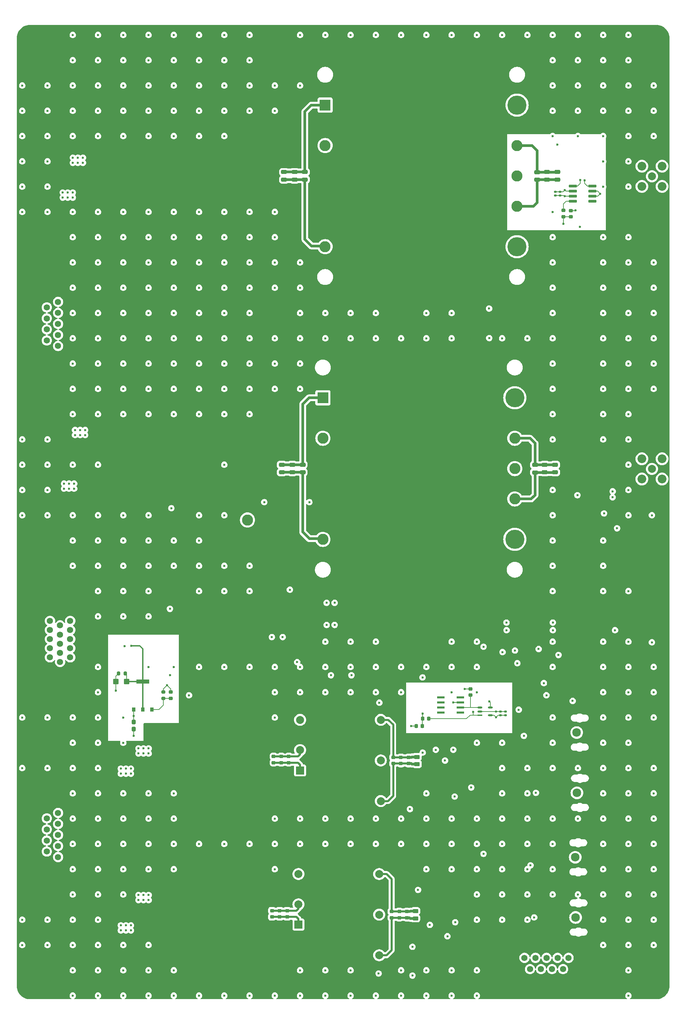
<source format=gbr>
%TF.GenerationSoftware,KiCad,Pcbnew,8.0.6*%
%TF.CreationDate,2025-06-02T15:06:51-04:00*%
%TF.ProjectId,CAEN_NEVIS_DAQ_PM5V,4341454e-5f4e-4455-9649-535f4441515f,rev?*%
%TF.SameCoordinates,Original*%
%TF.FileFunction,Copper,L10,Bot*%
%TF.FilePolarity,Positive*%
%FSLAX46Y46*%
G04 Gerber Fmt 4.6, Leading zero omitted, Abs format (unit mm)*
G04 Created by KiCad (PCBNEW 8.0.6) date 2025-06-02 15:06:51*
%MOMM*%
%LPD*%
G01*
G04 APERTURE LIST*
G04 Aperture macros list*
%AMRoundRect*
0 Rectangle with rounded corners*
0 $1 Rounding radius*
0 $2 $3 $4 $5 $6 $7 $8 $9 X,Y pos of 4 corners*
0 Add a 4 corners polygon primitive as box body*
4,1,4,$2,$3,$4,$5,$6,$7,$8,$9,$2,$3,0*
0 Add four circle primitives for the rounded corners*
1,1,$1+$1,$2,$3*
1,1,$1+$1,$4,$5*
1,1,$1+$1,$6,$7*
1,1,$1+$1,$8,$9*
0 Add four rect primitives between the rounded corners*
20,1,$1+$1,$2,$3,$4,$5,0*
20,1,$1+$1,$4,$5,$6,$7,0*
20,1,$1+$1,$6,$7,$8,$9,0*
20,1,$1+$1,$8,$9,$2,$3,0*%
G04 Aperture macros list end*
%TA.AperFunction,ComponentPad*%
%ADD10C,6.400000*%
%TD*%
%TA.AperFunction,ComponentPad*%
%ADD11C,2.159000*%
%TD*%
%TA.AperFunction,ComponentPad*%
%ADD12R,2.800000X2.800000*%
%TD*%
%TA.AperFunction,ComponentPad*%
%ADD13C,2.800000*%
%TD*%
%TA.AperFunction,ComponentPad*%
%ADD14C,4.800000*%
%TD*%
%TA.AperFunction,ComponentPad*%
%ADD15C,1.575000*%
%TD*%
%TA.AperFunction,ComponentPad*%
%ADD16C,4.216000*%
%TD*%
%TA.AperFunction,ComponentPad*%
%ADD17C,2.006600*%
%TD*%
%TA.AperFunction,ComponentPad*%
%ADD18C,2.209800*%
%TD*%
%TA.AperFunction,ComponentPad*%
%ADD19R,2.000000X2.000000*%
%TD*%
%TA.AperFunction,ComponentPad*%
%ADD20C,2.000000*%
%TD*%
%TA.AperFunction,ComponentPad*%
%ADD21C,1.560000*%
%TD*%
%TA.AperFunction,SMDPad,CuDef*%
%ADD22RoundRect,0.250000X-0.475000X0.250000X-0.475000X-0.250000X0.475000X-0.250000X0.475000X0.250000X0*%
%TD*%
%TA.AperFunction,SMDPad,CuDef*%
%ADD23RoundRect,0.225000X0.250000X-0.225000X0.250000X0.225000X-0.250000X0.225000X-0.250000X-0.225000X0*%
%TD*%
%TA.AperFunction,SMDPad,CuDef*%
%ADD24RoundRect,0.200000X0.275000X-0.200000X0.275000X0.200000X-0.275000X0.200000X-0.275000X-0.200000X0*%
%TD*%
%TA.AperFunction,SMDPad,CuDef*%
%ADD25RoundRect,0.250000X0.450000X-0.262500X0.450000X0.262500X-0.450000X0.262500X-0.450000X-0.262500X0*%
%TD*%
%TA.AperFunction,SMDPad,CuDef*%
%ADD26RoundRect,0.140000X0.170000X-0.140000X0.170000X0.140000X-0.170000X0.140000X-0.170000X-0.140000X0*%
%TD*%
%TA.AperFunction,SMDPad,CuDef*%
%ADD27RoundRect,0.225000X-0.250000X0.225000X-0.250000X-0.225000X0.250000X-0.225000X0.250000X0.225000X0*%
%TD*%
%TA.AperFunction,SMDPad,CuDef*%
%ADD28RoundRect,0.225000X-0.225000X-0.250000X0.225000X-0.250000X0.225000X0.250000X-0.225000X0.250000X0*%
%TD*%
%TA.AperFunction,SMDPad,CuDef*%
%ADD29RoundRect,0.250000X-0.275000X0.312500X-0.275000X-0.312500X0.275000X-0.312500X0.275000X0.312500X0*%
%TD*%
%TA.AperFunction,SMDPad,CuDef*%
%ADD30R,1.219200X0.457200*%
%TD*%
%TA.AperFunction,SMDPad,CuDef*%
%ADD31O,1.219200X0.457200*%
%TD*%
%TA.AperFunction,SMDPad,CuDef*%
%ADD32RoundRect,0.200000X0.200000X0.275000X-0.200000X0.275000X-0.200000X-0.275000X0.200000X-0.275000X0*%
%TD*%
%TA.AperFunction,SMDPad,CuDef*%
%ADD33R,1.981200X0.558800*%
%TD*%
%TA.AperFunction,SMDPad,CuDef*%
%ADD34RoundRect,0.075000X0.910000X0.225000X-0.910000X0.225000X-0.910000X-0.225000X0.910000X-0.225000X0*%
%TD*%
%TA.AperFunction,SMDPad,CuDef*%
%ADD35RoundRect,0.250000X0.450000X0.425000X-0.450000X0.425000X-0.450000X-0.425000X0.450000X-0.425000X0*%
%TD*%
%TA.AperFunction,SMDPad,CuDef*%
%ADD36R,0.889000X1.016000*%
%TD*%
%TA.AperFunction,SMDPad,CuDef*%
%ADD37R,3.200000X1.000000*%
%TD*%
%TA.AperFunction,ViaPad*%
%ADD38C,0.600000*%
%TD*%
%TA.AperFunction,ViaPad*%
%ADD39C,1.200000*%
%TD*%
%TA.AperFunction,Conductor*%
%ADD40C,0.200000*%
%TD*%
%TA.AperFunction,Conductor*%
%ADD41C,0.300000*%
%TD*%
%TA.AperFunction,Conductor*%
%ADD42C,0.700000*%
%TD*%
%TA.AperFunction,Conductor*%
%ADD43C,0.500000*%
%TD*%
G04 APERTURE END LIST*
D10*
%TO.P,H13,1,1*%
%TO.N,GNDPWR*%
X184000000Y-262000000D03*
%TD*%
%TO.P,H6,1,1*%
%TO.N,GNDPWR*%
X125000000Y-203000000D03*
%TD*%
%TO.P,H14,1,1*%
%TO.N,GNDPWR*%
X279000000Y-119000000D03*
%TD*%
%TO.P,H4,1,1*%
%TO.N,GNDPWR*%
X125000000Y-119000000D03*
%TD*%
D11*
%TO.P,P4,1,1*%
%TO.N,Net-(M3-Pad3)*%
X260040000Y-200620000D03*
%TD*%
D12*
%TO.P,U4,1,+VIN*%
%TO.N,Net-(U4-+VIN)*%
X196235000Y-116540000D03*
D13*
%TO.P,U4,2,ON/OFF*%
%TO.N,/Main_DC-DC_Converters/Enable_CKT/Enable*%
X196235000Y-126700000D03*
%TO.P,U4,3,CASE*%
%TO.N,GNDPWR*%
X196235000Y-141940000D03*
%TO.P,U4,4,-VIN*%
%TO.N,/Main_DC-DC_Converters/Enable_CKT/RTN*%
X196235000Y-152100000D03*
D14*
%TO.P,U4,5,-VO*%
%TO.N,/M5V*%
X244485000Y-152100000D03*
D13*
%TO.P,U4,6,-S*%
X244485000Y-141940000D03*
%TO.P,U4,7,TRIM*%
%TO.N,unconnected-(U4-TRIM-Pad7)*%
X244485000Y-134320000D03*
%TO.P,U4,8,+S*%
%TO.N,/PM5_RTN*%
X244485000Y-126700000D03*
D14*
%TO.P,U4,9,+VO*%
X244485000Y-116540000D03*
%TD*%
D11*
%TO.P,P2,1,1*%
%TO.N,Net-(P2-Pad1)*%
X259760000Y-247070000D03*
%TD*%
D15*
%TO.P,J1,1*%
%TO.N,/Enable+*%
X132710000Y-181730000D03*
%TO.P,J1,2*%
%TO.N,/P5V_V_MON*%
X132710000Y-179440000D03*
%TO.P,J1,3*%
%TO.N,unconnected-(J1-Pad3)*%
X132710000Y-177150000D03*
%TO.P,J1,4*%
%TO.N,/M5V_I_MON*%
X132710000Y-174860000D03*
%TO.P,J1,5*%
%TO.N,/P5V_I_MON*%
X132710000Y-172570000D03*
%TO.P,J1,6*%
%TO.N,/Enable-*%
X130170000Y-182875000D03*
%TO.P,J1,7*%
%TO.N,/PM5V_TELEM_RTN*%
X130170000Y-180585000D03*
%TO.P,J1,8*%
%TO.N,/M5V_V_MON*%
X130170000Y-178295000D03*
%TO.P,J1,9*%
%TO.N,/PM5V_TELEM_RTN*%
X130170000Y-176005000D03*
%TO.P,J1,10*%
X130170000Y-173715000D03*
%TO.P,J1,11*%
X127630000Y-181730000D03*
%TO.P,J1,12*%
X127630000Y-179440000D03*
%TO.P,J1,13*%
%TO.N,unconnected-(J1-Pad13)*%
X127630000Y-177150000D03*
%TO.P,J1,14*%
%TO.N,/PM5V_TELEM_RTN*%
X127630000Y-174860000D03*
%TO.P,J1,15*%
%TO.N,/TEMP_MON*%
X127630000Y-172570000D03*
D16*
%TO.P,J1,S1*%
%TO.N,GNDPWR*%
X130170000Y-164909000D03*
%TO.P,J1,S2*%
X130170000Y-189899000D03*
%TD*%
D13*
%TO.P,V_{EN}1,1,1*%
%TO.N,/Main_DC-DC_Converters/Enable_CKT/Enable*%
X177270000Y-147230000D03*
%TD*%
D10*
%TO.P,H17,1,1*%
%TO.N,GNDPWR*%
X218000000Y-172000000D03*
%TD*%
D17*
%TO.P,J4,1,SIGNAL*%
%TO.N,/M5V_OUT*%
X278970000Y-134410000D03*
D18*
%TO.P,J4,2,GND*%
%TO.N,/PM5_RTN*%
X281510000Y-131870000D03*
%TO.P,J4,3,GND*%
X276430000Y-131870000D03*
%TO.P,J4,4,GND*%
X276430000Y-136950000D03*
%TO.P,J4,5,GND*%
X281510000Y-136950000D03*
%TD*%
D12*
%TO.P,U3,1,+VIN*%
%TO.N,Net-(U3-+VIN)*%
X196795000Y-43017500D03*
D13*
%TO.P,U3,2,ON/OFF*%
%TO.N,/Main_DC-DC_Converters/Enable_CKT/Enable*%
X196795000Y-53177500D03*
%TO.P,U3,3,CASE*%
%TO.N,GNDPWR*%
X196795000Y-68417500D03*
%TO.P,U3,4,-VIN*%
%TO.N,/Main_DC-DC_Converters/Main_Converter/V_RTN*%
X196795000Y-78577500D03*
D14*
%TO.P,U3,5,-VO*%
%TO.N,/PM5_RTN*%
X245045000Y-78577500D03*
D13*
%TO.P,U3,6,-S*%
X245045000Y-68417500D03*
%TO.P,U3,7,TRIM*%
%TO.N,unconnected-(U3-TRIM-Pad7)*%
X245045000Y-60797500D03*
%TO.P,U3,8,+S*%
%TO.N,/P5V*%
X245045000Y-53177500D03*
D14*
%TO.P,U3,9,+VO*%
X245045000Y-43017500D03*
%TD*%
D10*
%TO.P,H11,1,1*%
%TO.N,GNDPWR*%
X279000000Y-203000000D03*
%TD*%
D19*
%TO.P,U6,1,+VIN*%
%TO.N,/Telemetry_PWR/Telem_5V1/V_POS*%
X190093750Y-248860000D03*
D20*
%TO.P,U6,2,-VIN*%
%TO.N,/Telemetry_PWR/Telem_5V1/V_RTN*%
X190093750Y-243760000D03*
%TO.P,U6,3,+VOUT*%
%TO.N,/PM5V_TELEM_RTN*%
X210393750Y-256560000D03*
%TO.P,U6,4,TRIM*%
%TO.N,unconnected-(U6-TRIM-Pad4)*%
X210393750Y-246360000D03*
%TO.P,U6,5,-VOUT*%
%TO.N,/M5V_TELEM*%
X210393750Y-236160000D03*
%TO.P,U6,6,REMOTE*%
%TO.N,unconnected-(U6-REMOTE-Pad6)*%
X190093750Y-236160000D03*
%TD*%
D10*
%TO.P,H3,1,1*%
%TO.N,GNDPWR*%
X125000000Y-77000000D03*
%TD*%
%TO.P,H5,1,1*%
%TO.N,GNDPWR*%
X125000000Y-155000000D03*
%TD*%
%TO.P,H1,1,1*%
%TO.N,GNDPWR*%
X125000000Y-29000000D03*
%TD*%
%TO.P,H16,1,1*%
%TO.N,GNDPWR*%
X218000000Y-97000000D03*
%TD*%
%TO.P,H8,1,1*%
%TO.N,GNDPWR*%
X279000000Y-262000000D03*
%TD*%
D19*
%TO.P,U5,1,+VIN*%
%TO.N,/Telemetry_PWR/Telem_5V/V_POS*%
X190492500Y-210130000D03*
D20*
%TO.P,U5,2,-VIN*%
%TO.N,/Telemetry_PWR/Telem_5V/V_RTN*%
X190492500Y-205030000D03*
%TO.P,U5,3,+VOUT*%
%TO.N,/P5V_TELEM*%
X210792500Y-217830000D03*
%TO.P,U5,4,TRIM*%
%TO.N,unconnected-(U5-TRIM-Pad4)*%
X210792500Y-207630000D03*
%TO.P,U5,5,-VOUT*%
%TO.N,/PM5V_TELEM_RTN*%
X210792500Y-197430000D03*
%TO.P,U5,6,REMOTE*%
%TO.N,unconnected-(U5-REMOTE-Pad6)*%
X190492500Y-197430000D03*
%TD*%
D10*
%TO.P,H15,1,1*%
%TO.N,GNDPWR*%
X184000000Y-29000000D03*
%TD*%
%TO.P,H7,1,1*%
%TO.N,GNDPWR*%
X125000000Y-262000000D03*
%TD*%
%TO.P,H10,1,1*%
%TO.N,GNDPWR*%
X184000000Y-97000000D03*
%TD*%
%TO.P,H12,1,1*%
%TO.N,GNDPWR*%
X279000000Y-77000000D03*
%TD*%
D21*
%TO.P,J6,1*%
%TO.N,/M5V_TELEM*%
X246915000Y-257210000D03*
%TO.P,J6,2*%
X249685000Y-257210000D03*
%TO.P,J6,3*%
%TO.N,unconnected-(J6-Pad3)*%
X252455000Y-257210000D03*
%TO.P,J6,4*%
%TO.N,/P5V_TELEM*%
X255225000Y-257210000D03*
%TO.P,J6,5*%
X257995000Y-257210000D03*
%TO.P,J6,6*%
%TO.N,/PM5V_TELEM_RTN*%
X248300000Y-260050000D03*
%TO.P,J6,7*%
X251070000Y-260050000D03*
%TO.P,J6,8*%
X253840000Y-260050000D03*
%TO.P,J6,9*%
X256610000Y-260050000D03*
D16*
%TO.P,J6,S1*%
%TO.N,GNDPWR*%
X239955000Y-258630000D03*
%TO.P,J6,S2*%
X264955000Y-258630000D03*
%TD*%
D11*
%TO.P,P1,1,1*%
%TO.N,Net-(M4-Pad3)*%
X259680000Y-231950000D03*
%TD*%
D17*
%TO.P,J5,1,SIGNAL*%
%TO.N,/P5V_OUT*%
X278970000Y-60900000D03*
D18*
%TO.P,J5,2,GND*%
%TO.N,/PM5_RTN*%
X281510000Y-58360000D03*
%TO.P,J5,3,GND*%
X276430000Y-58360000D03*
%TO.P,J5,4,GND*%
X276430000Y-63440000D03*
%TO.P,J5,5,GND*%
X281510000Y-63440000D03*
%TD*%
D21*
%TO.P,J2,1*%
%TO.N,/V_SEC_RTN*%
X129660000Y-92440000D03*
%TO.P,J2,2*%
X129660000Y-95210000D03*
%TO.P,J2,3*%
%TO.N,unconnected-(J2-Pad3)*%
X129660000Y-97980000D03*
%TO.P,J2,4*%
%TO.N,/V_SEC_RTN*%
X129660000Y-100750000D03*
%TO.P,J2,5*%
X129660000Y-103520000D03*
%TO.P,J2,6*%
%TO.N,/V_SEC_IN*%
X126820000Y-93825000D03*
%TO.P,J2,7*%
X126820000Y-96595000D03*
%TO.P,J2,8*%
X126820000Y-99365000D03*
%TO.P,J2,9*%
X126820000Y-102135000D03*
D16*
%TO.P,J2,S1*%
%TO.N,GNDPWR*%
X128240000Y-85480000D03*
%TO.P,J2,S2*%
X128240000Y-110480000D03*
%TD*%
D10*
%TO.P,H9,1,1*%
%TO.N,GNDPWR*%
X279000000Y-155000000D03*
%TD*%
D21*
%TO.P,J3,1*%
%TO.N,/V_TELEM_RTN*%
X129660000Y-220810000D03*
%TO.P,J3,2*%
X129660000Y-223580000D03*
%TO.P,J3,3*%
%TO.N,unconnected-(J3-Pad3)*%
X129660000Y-226350000D03*
%TO.P,J3,4*%
%TO.N,/V_TELEM_RTN*%
X129660000Y-229120000D03*
%TO.P,J3,5*%
X129660000Y-231890000D03*
%TO.P,J3,6*%
%TO.N,/V_TELEM_IN*%
X126820000Y-222195000D03*
%TO.P,J3,7*%
X126820000Y-224965000D03*
%TO.P,J3,8*%
X126820000Y-227735000D03*
%TO.P,J3,9*%
X126820000Y-230505000D03*
D16*
%TO.P,J3,S1*%
%TO.N,GNDPWR*%
X128240000Y-213850000D03*
%TO.P,J3,S2*%
X128240000Y-238850000D03*
%TD*%
D11*
%TO.P,P3,1,1*%
%TO.N,Net-(P3-Pad1)*%
X260100000Y-215770000D03*
%TD*%
D10*
%TO.P,H2,1,1*%
%TO.N,GNDPWR*%
X279000000Y-29000000D03*
%TD*%
D22*
%TO.P,C20,1*%
%TO.N,Net-(U4-+VIN)*%
X185905000Y-133360000D03*
%TO.P,C20,2*%
%TO.N,/Main_DC-DC_Converters/Enable_CKT/RTN*%
X185905000Y-135260000D03*
%TD*%
D23*
%TO.P,C32,1*%
%TO.N,/Telemetry_PWR/Telem_5V/V_POS*%
X185755000Y-208195000D03*
%TO.P,C32,2*%
%TO.N,/Telemetry_PWR/Telem_5V/V_RTN*%
X185755000Y-206645000D03*
%TD*%
%TO.P,C33,1*%
%TO.N,/Telemetry_PWR/Telem_5V/V_POS*%
X187655000Y-208195000D03*
%TO.P,C33,2*%
%TO.N,/Telemetry_PWR/Telem_5V/V_RTN*%
X187655000Y-206645000D03*
%TD*%
D24*
%TO.P,R5,1*%
%TO.N,Net-(U1-SET)*%
X156110000Y-192055000D03*
%TO.P,R5,2*%
%TO.N,/V_TELEM_RTN*%
X156110000Y-190405000D03*
%TD*%
D23*
%TO.P,C35,1*%
%TO.N,/P5V_TELEM*%
X215845000Y-208410000D03*
%TO.P,C35,2*%
%TO.N,/PM5V_TELEM_RTN*%
X215845000Y-206860000D03*
%TD*%
D25*
%TO.P,R13,1*%
%TO.N,/PM5V_TELEM_RTN*%
X219496250Y-247292499D03*
%TO.P,R13,2*%
%TO.N,/M5V_TELEM*%
X219496250Y-245467499D03*
%TD*%
D22*
%TO.P,C22,1*%
%TO.N,Net-(U4-+VIN)*%
X191135000Y-133340000D03*
%TO.P,C22,2*%
%TO.N,/Main_DC-DC_Converters/Enable_CKT/RTN*%
X191135000Y-135240000D03*
%TD*%
D26*
%TO.P,C49,1*%
%TO.N,/Telemetry_CKT/V3p3*%
X255880000Y-65740000D03*
%TO.P,C49,2*%
%TO.N,/PM5V_TELEM_RTN*%
X255880000Y-64780000D03*
%TD*%
D23*
%TO.P,C34,1*%
%TO.N,/P5V_TELEM*%
X213915000Y-208405000D03*
%TO.P,C34,2*%
%TO.N,/PM5V_TELEM_RTN*%
X213915000Y-206855000D03*
%TD*%
D27*
%TO.P,C53,1*%
%TO.N,/PM5V_TELEM_RTN*%
X258540000Y-69495000D03*
%TO.P,C53,2*%
%TO.N,Net-(C53-Pad2)*%
X258540000Y-71045000D03*
%TD*%
D22*
%TO.P,C25,1*%
%TO.N,/PM5_RTN*%
X254615000Y-133350000D03*
%TO.P,C25,2*%
%TO.N,/M5V*%
X254615000Y-135250000D03*
%TD*%
%TO.P,C21,1*%
%TO.N,Net-(U4-+VIN)*%
X188555000Y-133360000D03*
%TO.P,C21,2*%
%TO.N,/Main_DC-DC_Converters/Enable_CKT/RTN*%
X188555000Y-135260000D03*
%TD*%
%TO.P,C15,1*%
%TO.N,/P5V*%
X255175000Y-59827500D03*
%TO.P,C15,2*%
%TO.N,/PM5_RTN*%
X255175000Y-61727500D03*
%TD*%
D23*
%TO.P,C41,1*%
%TO.N,/Telemetry_PWR/Telem_5V1/V_POS*%
X185356250Y-246925001D03*
%TO.P,C41,2*%
%TO.N,/Telemetry_PWR/Telem_5V1/V_RTN*%
X185356250Y-245375001D03*
%TD*%
%TO.P,C40,1*%
%TO.N,/Telemetry_PWR/Telem_5V1/V_POS*%
X183436250Y-246925001D03*
%TO.P,C40,2*%
%TO.N,/Telemetry_PWR/Telem_5V1/V_RTN*%
X183436250Y-245375001D03*
%TD*%
D28*
%TO.P,C64,1*%
%TO.N,/PM5V_TELEM_RTN*%
X219715000Y-198980000D03*
%TO.P,C64,2*%
%TO.N,Net-(C64-Pad2)*%
X221265000Y-198980000D03*
%TD*%
D22*
%TO.P,C24,1*%
%TO.N,/PM5_RTN*%
X251995000Y-133350000D03*
%TO.P,C24,2*%
%TO.N,/M5V*%
X251995000Y-135250000D03*
%TD*%
D29*
%TO.P,C1,1*%
%TO.N,/V_TELEM_IN*%
X148660000Y-197962500D03*
%TO.P,C1,2*%
%TO.N,/V_TELEM_RTN*%
X148660000Y-199737500D03*
%TD*%
D25*
%TO.P,R12,1*%
%TO.N,/P5V_TELEM*%
X219895000Y-208562500D03*
%TO.P,R12,2*%
%TO.N,/PM5V_TELEM_RTN*%
X219895000Y-206737500D03*
%TD*%
D30*
%TO.P,U11,1,OUT*%
%TO.N,Net-(U11-OUT)*%
X235670000Y-196260001D03*
D31*
%TO.P,U11,2,V-*%
%TO.N,/PM5V_TELEM_RTN*%
X235670000Y-195310000D03*
%TO.P,U11,3,+IN*%
%TO.N,/Telemetry_CKT/V_TEMP*%
X235670000Y-194359999D03*
%TO.P,U11,4,-IN*%
%TO.N,Net-(U11--IN)*%
X238290000Y-194359999D03*
%TO.P,U11,5,V+*%
%TO.N,/Telemetry_CKT/V3p3*%
X238290000Y-196260001D03*
%TD*%
D22*
%TO.P,C11,1*%
%TO.N,Net-(U3-+VIN)*%
X189115000Y-59837500D03*
%TO.P,C11,2*%
%TO.N,/Main_DC-DC_Converters/Main_Converter/V_RTN*%
X189115000Y-61737500D03*
%TD*%
D26*
%TO.P,C50,1*%
%TO.N,/Telemetry_CKT/V3p3*%
X254680000Y-65740000D03*
%TO.P,C50,2*%
%TO.N,/PM5V_TELEM_RTN*%
X254680000Y-64780000D03*
%TD*%
%TO.P,C58,1*%
%TO.N,/Telemetry_CKT/V3p3*%
X240860000Y-196270000D03*
%TO.P,C58,2*%
%TO.N,/PM5V_TELEM_RTN*%
X240860000Y-195310000D03*
%TD*%
D27*
%TO.P,R21,1*%
%TO.N,Net-(U8-OUT)*%
X256690000Y-69485000D03*
%TO.P,R21,2*%
%TO.N,Net-(C53-Pad2)*%
X256690000Y-71035000D03*
%TD*%
D32*
%TO.P,R6,1*%
%TO.N,/Main_DC-DC_Converters/V3p3*%
X146535000Y-185780000D03*
%TO.P,R6,2*%
%TO.N,/V_TELEM_RTN*%
X144885000Y-185780000D03*
%TD*%
D23*
%TO.P,C2,1*%
%TO.N,Net-(U1-SET)*%
X157950000Y-192005000D03*
%TO.P,C2,2*%
%TO.N,/V_TELEM_RTN*%
X157950000Y-190455000D03*
%TD*%
%TO.P,C43,1*%
%TO.N,/PM5V_TELEM_RTN*%
X213516250Y-247135000D03*
%TO.P,C43,2*%
%TO.N,/M5V_TELEM*%
X213516250Y-245585000D03*
%TD*%
%TO.P,C45,1*%
%TO.N,/PM5V_TELEM_RTN*%
X217376250Y-247144999D03*
%TO.P,C45,2*%
%TO.N,/M5V_TELEM*%
X217376250Y-245594999D03*
%TD*%
%TO.P,R25,1*%
%TO.N,/Telemetry_CKT/V_TEMP*%
X233330000Y-191185000D03*
%TO.P,R25,2*%
%TO.N,/PM5V_TELEM_RTN*%
X233330000Y-189635000D03*
%TD*%
%TO.P,C36,1*%
%TO.N,/P5V_TELEM*%
X217775000Y-208415000D03*
%TO.P,C36,2*%
%TO.N,/PM5V_TELEM_RTN*%
X217775000Y-206865000D03*
%TD*%
D33*
%TO.P,U10,1,NC*%
%TO.N,unconnected-(U10-NC-Pad1)*%
X230823800Y-191815000D03*
%TO.P,U10,2,V+*%
%TO.N,/P5V_TELEM*%
X230823800Y-193085000D03*
%TO.P,U10,3,V-*%
%TO.N,/Telemetry_CKT/V_TEMP*%
X230823800Y-194355000D03*
%TO.P,U10,4,NC*%
%TO.N,unconnected-(U10-NC-Pad4)*%
X230823800Y-195625000D03*
%TO.P,U10,5,NC*%
%TO.N,unconnected-(U10-NC-Pad5)*%
X225896200Y-195625000D03*
%TO.P,U10,6,NC*%
%TO.N,unconnected-(U10-NC-Pad6)*%
X225896200Y-194355000D03*
%TO.P,U10,7,NC*%
%TO.N,unconnected-(U10-NC-Pad7)*%
X225896200Y-193085000D03*
%TO.P,U10,8,NC*%
%TO.N,unconnected-(U10-NC-Pad8)*%
X225896200Y-191815000D03*
%TD*%
D34*
%TO.P,U8,1,-IN*%
%TO.N,/P5V_OUT*%
X263980000Y-63365000D03*
%TO.P,U8,2,GND*%
%TO.N,/PM5V_TELEM_RTN*%
X263980000Y-64635000D03*
%TO.P,U8,3,REF2*%
X263980000Y-65905000D03*
%TO.P,U8,4*%
%TO.N,N/C*%
X263980000Y-67175000D03*
%TO.P,U8,5,OUT*%
%TO.N,Net-(U8-OUT)*%
X259040000Y-67175000D03*
%TO.P,U8,6,V+*%
%TO.N,/Telemetry_CKT/V3p3*%
X259040000Y-65905000D03*
%TO.P,U8,7,REF1*%
%TO.N,/PM5V_TELEM_RTN*%
X259040000Y-64635000D03*
%TO.P,U8,8,+IN*%
%TO.N,/P5V*%
X259040000Y-63365000D03*
%TD*%
D26*
%TO.P,C57,1*%
%TO.N,/Telemetry_CKT/V3p3*%
X242120000Y-196290000D03*
%TO.P,C57,2*%
%TO.N,/PM5V_TELEM_RTN*%
X242120000Y-195330000D03*
%TD*%
D22*
%TO.P,C14,1*%
%TO.N,/P5V*%
X252555000Y-59827500D03*
%TO.P,C14,2*%
%TO.N,/PM5_RTN*%
X252555000Y-61727500D03*
%TD*%
D35*
%TO.P,C3,1*%
%TO.N,/Main_DC-DC_Converters/V3p3*%
X146917500Y-187840000D03*
%TO.P,C3,2*%
%TO.N,/V_TELEM_RTN*%
X144217500Y-187840000D03*
%TD*%
D22*
%TO.P,C12,1*%
%TO.N,Net-(U3-+VIN)*%
X191695000Y-59817500D03*
%TO.P,C12,2*%
%TO.N,/Main_DC-DC_Converters/Main_Converter/V_RTN*%
X191695000Y-61717500D03*
%TD*%
D28*
%TO.P,R37,1*%
%TO.N,Net-(C64-Pad2)*%
X221285000Y-197160000D03*
%TO.P,R37,2*%
%TO.N,Net-(U11-OUT)*%
X222835000Y-197160000D03*
%TD*%
D23*
%TO.P,C44,1*%
%TO.N,/PM5V_TELEM_RTN*%
X215446250Y-247139999D03*
%TO.P,C44,2*%
%TO.N,/M5V_TELEM*%
X215446250Y-245589999D03*
%TD*%
D22*
%TO.P,C23,1*%
%TO.N,/PM5_RTN*%
X249565000Y-133380000D03*
%TO.P,C23,2*%
%TO.N,/M5V*%
X249565000Y-135280000D03*
%TD*%
%TO.P,C10,1*%
%TO.N,Net-(U3-+VIN)*%
X186465000Y-59837500D03*
%TO.P,C10,2*%
%TO.N,/Main_DC-DC_Converters/Main_Converter/V_RTN*%
X186465000Y-61737500D03*
%TD*%
%TO.P,C13,1*%
%TO.N,/P5V*%
X250125000Y-59857500D03*
%TO.P,C13,2*%
%TO.N,/PM5_RTN*%
X250125000Y-61757500D03*
%TD*%
D36*
%TO.P,U1,1,SET*%
%TO.N,Net-(U1-SET)*%
X153259900Y-194832500D03*
%TO.P,U1,2,OUT*%
%TO.N,/Main_DC-DC_Converters/V3p3*%
X150948500Y-194832500D03*
%TO.P,U1,3,IN*%
%TO.N,/V_TELEM_IN*%
X148637100Y-194832500D03*
D37*
%TO.P,U1,4,TAB*%
%TO.N,/Main_DC-DC_Converters/V3p3*%
X150948500Y-187840000D03*
%TD*%
D23*
%TO.P,C31,1*%
%TO.N,/Telemetry_PWR/Telem_5V/V_POS*%
X183835000Y-208195000D03*
%TO.P,C31,2*%
%TO.N,/Telemetry_PWR/Telem_5V/V_RTN*%
X183835000Y-206645000D03*
%TD*%
%TO.P,C42,1*%
%TO.N,/Telemetry_PWR/Telem_5V1/V_POS*%
X187256250Y-246925001D03*
%TO.P,C42,2*%
%TO.N,/Telemetry_PWR/Telem_5V1/V_RTN*%
X187256250Y-245375001D03*
%TD*%
D38*
%TO.N,/V_TELEM_IN*%
X162580000Y-191275000D03*
X147975000Y-250330000D03*
X146705000Y-250330000D03*
X145435000Y-249060000D03*
X147975000Y-209690000D03*
X145435000Y-210960000D03*
X146705000Y-209690000D03*
X146705000Y-249060000D03*
X148640000Y-196410000D03*
X146705000Y-210960000D03*
X147975000Y-210960000D03*
X145435000Y-209690000D03*
X145435000Y-250330000D03*
X147975000Y-249060000D03*
%TO.N,/V_TELEM_RTN*%
X266700000Y-234950000D03*
X171450000Y-228600000D03*
X279400000Y-184150000D03*
X139700000Y-222250000D03*
X133350000Y-241300000D03*
X139700000Y-228600000D03*
X234950000Y-234950000D03*
X241300000Y-209550000D03*
X196850000Y-228600000D03*
X228600000Y-190500000D03*
X254000000Y-184150000D03*
X222250000Y-184150000D03*
X139700000Y-190500000D03*
X133350000Y-209550000D03*
X133350000Y-215900000D03*
X127000000Y-247650000D03*
X127000000Y-196850000D03*
X139700000Y-196850000D03*
X260350000Y-241300000D03*
X149880000Y-241440000D03*
X171450000Y-266700000D03*
X241300000Y-241300000D03*
X151150000Y-241440000D03*
X152400000Y-254000000D03*
X157040000Y-188760000D03*
X120650000Y-209550000D03*
X120650000Y-254000000D03*
X152400000Y-266700000D03*
X133350000Y-254000000D03*
X184150000Y-222250000D03*
X234950000Y-177800000D03*
X139700000Y-260350000D03*
X247650000Y-234950000D03*
X152420000Y-242710000D03*
X215900000Y-260350000D03*
X241300000Y-222250000D03*
X209550000Y-190500000D03*
X209550000Y-266700000D03*
X165100000Y-266700000D03*
X139700000Y-241300000D03*
X177800000Y-228600000D03*
X203200000Y-222250000D03*
X241300000Y-228600000D03*
X146050000Y-241300000D03*
X149880000Y-242710000D03*
X247650000Y-247650000D03*
X190500000Y-190500000D03*
X266700000Y-190500000D03*
X152400000Y-234950000D03*
X266700000Y-215900000D03*
X241300000Y-234950000D03*
X152420000Y-205880000D03*
X273050000Y-266700000D03*
X266700000Y-228600000D03*
X273050000Y-215900000D03*
X171450000Y-184150000D03*
X247650000Y-241300000D03*
X139700000Y-203200000D03*
X273050000Y-234950000D03*
X279400000Y-228600000D03*
X209550000Y-228600000D03*
X273050000Y-209550000D03*
X127000000Y-254000000D03*
X165100000Y-228600000D03*
X215900000Y-266700000D03*
X190500000Y-184150000D03*
X146050000Y-222250000D03*
X120650000Y-196850000D03*
X139700000Y-234950000D03*
X215900000Y-190500000D03*
X273050000Y-247650000D03*
X203200000Y-260350000D03*
X228600000Y-234950000D03*
X152400000Y-222250000D03*
X127000000Y-209550000D03*
X241300000Y-215900000D03*
X144220000Y-190100000D03*
X266700000Y-254000000D03*
X215900000Y-184150000D03*
X152400000Y-228600000D03*
X279400000Y-209550000D03*
X273050000Y-177800000D03*
X247650000Y-228600000D03*
X149880000Y-205880000D03*
X152400000Y-171450000D03*
X209550000Y-177800000D03*
X158750000Y-215900000D03*
X273050000Y-203200000D03*
X234950000Y-203200000D03*
X266700000Y-222250000D03*
X215900000Y-228600000D03*
X279400000Y-254000000D03*
X234950000Y-184150000D03*
X279400000Y-190500000D03*
X189770000Y-182940000D03*
X203200000Y-184150000D03*
X177800000Y-184150000D03*
X158750000Y-260350000D03*
X234950000Y-190500000D03*
X152400000Y-260350000D03*
X273050000Y-228600000D03*
X228600000Y-228600000D03*
X266700000Y-177800000D03*
X228600000Y-177800000D03*
X260350000Y-209550000D03*
X146050000Y-260350000D03*
X234950000Y-222250000D03*
X139700000Y-215900000D03*
X184150000Y-196850000D03*
X273050000Y-222250000D03*
X279400000Y-247650000D03*
X273050000Y-184150000D03*
X266700000Y-203200000D03*
X228600000Y-222250000D03*
X247650000Y-222250000D03*
X148670000Y-201420000D03*
X139700000Y-247650000D03*
X146050000Y-196850000D03*
X215900000Y-222250000D03*
X196850000Y-190500000D03*
X152400000Y-165100000D03*
X146050000Y-215900000D03*
X146050000Y-203200000D03*
X279400000Y-196850000D03*
X266700000Y-209550000D03*
X247650000Y-215900000D03*
X133350000Y-228600000D03*
X203200000Y-228600000D03*
X279400000Y-222250000D03*
X151150000Y-205880000D03*
X149880000Y-204610000D03*
X234950000Y-266700000D03*
X254000000Y-203200000D03*
X234950000Y-228600000D03*
X241300000Y-203200000D03*
X273050000Y-254000000D03*
X133350000Y-266700000D03*
X133350000Y-260350000D03*
X146409999Y-178886200D03*
X152400000Y-215900000D03*
X158750000Y-184150000D03*
X266700000Y-196850000D03*
X139700000Y-254000000D03*
X158750000Y-222250000D03*
X139700000Y-171450000D03*
X254000000Y-241300000D03*
X152420000Y-204610000D03*
X241300000Y-247650000D03*
X273050000Y-196850000D03*
X199180000Y-173590000D03*
X266700000Y-184150000D03*
X146050000Y-254000000D03*
X133350000Y-234950000D03*
X279400000Y-234950000D03*
X222250000Y-222250000D03*
X266700000Y-241300000D03*
X234950000Y-241300000D03*
X228600000Y-266700000D03*
X279400000Y-215900000D03*
X158750000Y-234950000D03*
X273050000Y-260350000D03*
X222250000Y-228600000D03*
X133350000Y-222250000D03*
X254000000Y-228600000D03*
X133350000Y-196850000D03*
X190500000Y-266700000D03*
X196850000Y-184150000D03*
X222250000Y-215900000D03*
X146050000Y-171450000D03*
X222250000Y-234950000D03*
X158750000Y-266700000D03*
X247650000Y-209550000D03*
X190500000Y-260350000D03*
X184150000Y-266700000D03*
X203200000Y-177800000D03*
X203200000Y-190500000D03*
X228600000Y-184150000D03*
X234950000Y-260350000D03*
X165100000Y-184150000D03*
X152420000Y-241440000D03*
X254000000Y-177800000D03*
X151150000Y-204610000D03*
X222250000Y-266700000D03*
X146050000Y-234950000D03*
X139700000Y-209550000D03*
X197180000Y-173590000D03*
X152400000Y-184150000D03*
X184150000Y-190500000D03*
X120650000Y-247650000D03*
X254000000Y-222250000D03*
X177800000Y-266700000D03*
X228600000Y-260350000D03*
X273050000Y-190500000D03*
X190500000Y-228600000D03*
X209550000Y-222250000D03*
X146050000Y-228600000D03*
X184150000Y-228600000D03*
X203200000Y-266700000D03*
X146050000Y-266700000D03*
X146050000Y-165100000D03*
X279400000Y-241300000D03*
X196850000Y-266700000D03*
X158750000Y-228600000D03*
X133350000Y-247650000D03*
X266700000Y-247650000D03*
X196850000Y-177800000D03*
X190500000Y-222250000D03*
X139700000Y-266700000D03*
X273050000Y-241300000D03*
X139700000Y-165100000D03*
X209550000Y-184150000D03*
X196850000Y-222250000D03*
X184150000Y-234950000D03*
X196850000Y-260350000D03*
X139700000Y-184150000D03*
X222250000Y-260350000D03*
X254000000Y-196850000D03*
X254000000Y-234950000D03*
X151150000Y-242710000D03*
X254000000Y-209550000D03*
X234950000Y-247650000D03*
X260350000Y-222250000D03*
X184150000Y-184150000D03*
X133350000Y-203200000D03*
%TO.N,/Main_DC-DC_Converters/V3p3*%
X148059999Y-178866200D03*
D39*
%TO.N,GNDPWR*%
X203220000Y-86500000D03*
X215920000Y-56020000D03*
X218460000Y-68720000D03*
X238780000Y-162700000D03*
X208300000Y-122060000D03*
X205760000Y-150000000D03*
X231160000Y-124600000D03*
X236240000Y-66180000D03*
X213380000Y-137300000D03*
X233700000Y-86500000D03*
X203220000Y-58560000D03*
X205760000Y-124600000D03*
X223540000Y-127140000D03*
X241320000Y-109360000D03*
X210840000Y-137300000D03*
X203220000Y-68720000D03*
X223540000Y-86500000D03*
X218460000Y-35700000D03*
X236240000Y-78880000D03*
X231160000Y-106820000D03*
X226080000Y-83960000D03*
X223540000Y-160160000D03*
X218460000Y-109360000D03*
X236240000Y-61100000D03*
X215920000Y-53480000D03*
X203220000Y-122060000D03*
X215920000Y-40780000D03*
X218460000Y-147460000D03*
X210840000Y-33160000D03*
X221000000Y-116980000D03*
X226080000Y-142380000D03*
X223540000Y-35700000D03*
X236240000Y-157620000D03*
X205760000Y-56020000D03*
X221000000Y-114440000D03*
X218460000Y-157620000D03*
X231160000Y-111900000D03*
X233700000Y-63640000D03*
X210840000Y-63640000D03*
X210840000Y-56020000D03*
X226080000Y-43320000D03*
X226080000Y-48400000D03*
X208300000Y-127140000D03*
X221000000Y-56020000D03*
X221000000Y-127140000D03*
X205760000Y-50940000D03*
X226080000Y-114440000D03*
X221000000Y-61100000D03*
X210840000Y-150000000D03*
X203220000Y-89040000D03*
X213380000Y-48400000D03*
X210840000Y-152540000D03*
X215920000Y-122060000D03*
X208300000Y-162700000D03*
X233700000Y-152540000D03*
X208300000Y-58560000D03*
X221000000Y-124600000D03*
X233700000Y-142380000D03*
X226080000Y-73800000D03*
X203220000Y-56020000D03*
X228620000Y-43320000D03*
X231160000Y-58560000D03*
X233700000Y-38240000D03*
X205760000Y-122060000D03*
X226080000Y-50940000D03*
X210840000Y-142380000D03*
D38*
X232480000Y-101510000D03*
D39*
X210840000Y-144920000D03*
X231160000Y-81420000D03*
X205760000Y-73800000D03*
X213380000Y-68720000D03*
X205760000Y-152540000D03*
X236240000Y-127140000D03*
X226080000Y-53480000D03*
X236240000Y-86500000D03*
X231160000Y-48400000D03*
X205760000Y-33160000D03*
X208300000Y-73800000D03*
X241320000Y-162700000D03*
X208300000Y-147460000D03*
X203220000Y-124600000D03*
X213380000Y-71260000D03*
X238780000Y-106820000D03*
X233700000Y-109360000D03*
X233700000Y-111900000D03*
X205760000Y-61100000D03*
X215920000Y-33160000D03*
X215920000Y-63640000D03*
X223540000Y-162700000D03*
X210840000Y-134760000D03*
X221000000Y-111900000D03*
X226080000Y-61100000D03*
X208300000Y-160160000D03*
X218460000Y-66180000D03*
X221000000Y-68720000D03*
X215920000Y-155080000D03*
X208300000Y-33160000D03*
X208300000Y-66180000D03*
X205760000Y-137300000D03*
X205760000Y-58560000D03*
X208300000Y-114440000D03*
X221000000Y-86500000D03*
X228620000Y-124600000D03*
X218460000Y-122060000D03*
X218460000Y-160160000D03*
X215920000Y-50940000D03*
X233700000Y-73800000D03*
X223540000Y-68720000D03*
X215920000Y-83960000D03*
X203220000Y-45860000D03*
X238780000Y-35700000D03*
X226080000Y-147460000D03*
X215920000Y-38240000D03*
X223540000Y-58560000D03*
X233700000Y-78880000D03*
X236240000Y-111900000D03*
X226080000Y-162700000D03*
X236240000Y-38240000D03*
X231160000Y-139840000D03*
X213380000Y-152540000D03*
X236240000Y-129680000D03*
X226080000Y-35700000D03*
X228620000Y-68720000D03*
X226080000Y-139840000D03*
X221000000Y-119520000D03*
X231160000Y-157620000D03*
X231160000Y-132220000D03*
X223540000Y-152540000D03*
D38*
X232480000Y-94120000D03*
D39*
X228620000Y-155080000D03*
X215920000Y-58560000D03*
X231160000Y-61100000D03*
X228620000Y-48400000D03*
X208300000Y-45860000D03*
X210840000Y-157620000D03*
X210840000Y-129680000D03*
X231160000Y-162700000D03*
X205760000Y-83960000D03*
X226080000Y-71260000D03*
X238780000Y-86500000D03*
X228620000Y-129680000D03*
X203220000Y-35700000D03*
X236240000Y-139840000D03*
X223540000Y-137300000D03*
X228620000Y-119520000D03*
X203220000Y-157620000D03*
X221000000Y-132220000D03*
X231160000Y-155080000D03*
X221000000Y-160160000D03*
X223540000Y-124600000D03*
X200680000Y-86500000D03*
X223540000Y-132220000D03*
X203220000Y-33160000D03*
X233700000Y-33160000D03*
X223540000Y-81420000D03*
X226080000Y-66180000D03*
X213380000Y-86500000D03*
X233700000Y-162700000D03*
X210840000Y-124600000D03*
X210840000Y-61100000D03*
X231160000Y-33160000D03*
X226080000Y-155080000D03*
X228620000Y-86500000D03*
X223540000Y-157620000D03*
X231160000Y-86500000D03*
X228620000Y-81420000D03*
X231160000Y-116980000D03*
X218460000Y-127140000D03*
X205760000Y-35700000D03*
X210840000Y-147460000D03*
X215920000Y-142380000D03*
X228620000Y-66180000D03*
X215920000Y-86500000D03*
X231160000Y-76340000D03*
X210840000Y-48400000D03*
X203220000Y-147460000D03*
X200680000Y-89040000D03*
X226080000Y-137300000D03*
X226080000Y-127140000D03*
X213380000Y-127140000D03*
X231160000Y-114440000D03*
X203220000Y-155080000D03*
X203220000Y-144920000D03*
X218460000Y-116980000D03*
X233700000Y-106820000D03*
X215920000Y-137300000D03*
X215920000Y-43320000D03*
X241320000Y-33160000D03*
X233700000Y-144920000D03*
X208300000Y-142380000D03*
X213380000Y-63640000D03*
X210840000Y-162700000D03*
X205760000Y-76340000D03*
X221000000Y-48400000D03*
X223540000Y-144920000D03*
X213380000Y-45860000D03*
X213380000Y-89040000D03*
X210840000Y-155080000D03*
X241320000Y-106820000D03*
X226080000Y-122060000D03*
X213380000Y-61100000D03*
X208300000Y-152540000D03*
X205760000Y-144920000D03*
X233700000Y-127140000D03*
X218460000Y-58560000D03*
X233700000Y-61100000D03*
X218460000Y-119520000D03*
X221000000Y-155080000D03*
X221000000Y-50940000D03*
X223540000Y-45860000D03*
X208300000Y-50940000D03*
X213380000Y-111900000D03*
X203220000Y-127140000D03*
X210840000Y-114440000D03*
X233700000Y-137300000D03*
X233700000Y-43320000D03*
X213380000Y-33160000D03*
X236240000Y-160160000D03*
X205760000Y-106820000D03*
X231160000Y-78880000D03*
X236240000Y-76340000D03*
X215920000Y-48400000D03*
X238780000Y-89040000D03*
X226080000Y-160160000D03*
X205760000Y-45860000D03*
X233700000Y-155080000D03*
X205760000Y-68720000D03*
X210840000Y-89040000D03*
X210840000Y-78880000D03*
X215920000Y-89040000D03*
X233700000Y-45860000D03*
X205760000Y-160160000D03*
X203220000Y-83960000D03*
X203220000Y-139840000D03*
X221000000Y-43320000D03*
X208300000Y-68720000D03*
X215920000Y-124600000D03*
X205760000Y-155080000D03*
X205760000Y-134760000D03*
X208300000Y-124600000D03*
X218460000Y-152540000D03*
X236240000Y-33160000D03*
X218460000Y-71260000D03*
X203220000Y-137300000D03*
X205760000Y-111900000D03*
X213380000Y-66180000D03*
X226080000Y-89040000D03*
X205760000Y-63640000D03*
X233700000Y-122060000D03*
X218460000Y-150000000D03*
X210840000Y-38240000D03*
X205760000Y-53480000D03*
X203220000Y-114440000D03*
X203220000Y-66180000D03*
X231160000Y-38240000D03*
X218460000Y-111900000D03*
X236240000Y-63640000D03*
X226080000Y-116980000D03*
X210840000Y-40780000D03*
X205760000Y-127140000D03*
X213380000Y-144920000D03*
X221000000Y-106820000D03*
X203220000Y-134760000D03*
X218460000Y-53480000D03*
X203220000Y-53480000D03*
X200680000Y-162700000D03*
X208300000Y-157620000D03*
D38*
X205190000Y-261150000D03*
D39*
X218460000Y-144920000D03*
X226080000Y-45860000D03*
X213380000Y-150000000D03*
X228620000Y-63640000D03*
X233700000Y-116980000D03*
X215920000Y-81420000D03*
X228620000Y-61100000D03*
X218460000Y-61100000D03*
X226080000Y-86500000D03*
X236240000Y-116980000D03*
X223540000Y-38240000D03*
X208300000Y-129680000D03*
X226080000Y-150000000D03*
X200680000Y-109360000D03*
X221000000Y-66180000D03*
X213380000Y-132220000D03*
X210840000Y-139840000D03*
X223540000Y-71260000D03*
X215920000Y-129680000D03*
X228620000Y-33160000D03*
X208300000Y-116980000D03*
X236240000Y-132220000D03*
X238780000Y-160160000D03*
X236240000Y-155080000D03*
X203220000Y-142380000D03*
X223540000Y-155080000D03*
X228620000Y-50940000D03*
X218460000Y-162700000D03*
X221000000Y-144920000D03*
X233700000Y-81420000D03*
X208300000Y-78880000D03*
X205760000Y-129680000D03*
X218460000Y-33160000D03*
X231160000Y-45860000D03*
X205760000Y-48400000D03*
X223540000Y-53480000D03*
X223540000Y-106820000D03*
X218460000Y-56020000D03*
X213380000Y-157620000D03*
X228620000Y-160160000D03*
X236240000Y-35700000D03*
X236240000Y-106820000D03*
X236240000Y-144920000D03*
X208300000Y-111900000D03*
X215920000Y-109360000D03*
X233700000Y-124600000D03*
X215920000Y-119520000D03*
X210840000Y-127140000D03*
X233700000Y-53480000D03*
X233700000Y-157620000D03*
X208300000Y-139840000D03*
X203220000Y-162700000D03*
X236240000Y-119520000D03*
X228620000Y-78880000D03*
X213380000Y-155080000D03*
X203220000Y-63640000D03*
X213380000Y-76340000D03*
X236240000Y-48400000D03*
X241320000Y-86500000D03*
X228620000Y-122060000D03*
X236240000Y-83960000D03*
X233700000Y-76340000D03*
X228620000Y-56020000D03*
X233700000Y-48400000D03*
X215920000Y-144920000D03*
X205760000Y-86500000D03*
X223540000Y-33160000D03*
X228620000Y-83960000D03*
X236240000Y-68720000D03*
X213380000Y-116980000D03*
X210840000Y-106820000D03*
X210840000Y-53480000D03*
X213380000Y-73800000D03*
X215920000Y-132220000D03*
X221000000Y-137300000D03*
X233700000Y-66180000D03*
X213380000Y-162700000D03*
X231160000Y-53480000D03*
X203220000Y-132220000D03*
X228620000Y-150000000D03*
X221000000Y-53480000D03*
X228620000Y-157620000D03*
X203220000Y-78880000D03*
X218460000Y-63640000D03*
X236240000Y-162700000D03*
X215920000Y-71260000D03*
X236240000Y-89040000D03*
X210840000Y-116980000D03*
X215920000Y-127140000D03*
X221000000Y-78880000D03*
X236240000Y-134760000D03*
X221000000Y-45860000D03*
X205760000Y-109360000D03*
X228620000Y-89040000D03*
X221000000Y-89040000D03*
X215920000Y-116980000D03*
X213380000Y-129680000D03*
X236240000Y-58560000D03*
X203220000Y-61100000D03*
X208300000Y-150000000D03*
X223540000Y-142380000D03*
X226080000Y-78880000D03*
X218460000Y-43320000D03*
X208300000Y-109360000D03*
X233700000Y-83960000D03*
X208300000Y-155080000D03*
X205760000Y-71260000D03*
X223540000Y-89040000D03*
X223540000Y-63640000D03*
X223540000Y-56020000D03*
X205760000Y-142380000D03*
X208300000Y-83960000D03*
X228620000Y-40780000D03*
X226080000Y-129680000D03*
X241320000Y-35700000D03*
X208300000Y-89040000D03*
X213380000Y-83960000D03*
X205760000Y-43320000D03*
X231160000Y-89040000D03*
X210840000Y-132220000D03*
X218460000Y-50940000D03*
X205760000Y-40780000D03*
X213380000Y-106820000D03*
X223540000Y-66180000D03*
X223540000Y-114440000D03*
X233700000Y-119520000D03*
X228620000Y-53480000D03*
X236240000Y-124600000D03*
X203220000Y-43320000D03*
X213380000Y-134760000D03*
X221000000Y-38240000D03*
X226080000Y-106820000D03*
X226080000Y-58560000D03*
X203220000Y-111900000D03*
X231160000Y-56020000D03*
X226080000Y-38240000D03*
X218460000Y-134760000D03*
X233700000Y-35700000D03*
X233700000Y-160160000D03*
X203220000Y-71260000D03*
X208300000Y-61100000D03*
X208300000Y-56020000D03*
X233700000Y-147460000D03*
X218460000Y-45860000D03*
X236240000Y-147460000D03*
X210840000Y-66180000D03*
X241320000Y-160160000D03*
X203220000Y-48400000D03*
X228620000Y-76340000D03*
X203220000Y-81420000D03*
X210840000Y-109360000D03*
X226080000Y-157620000D03*
X226080000Y-63640000D03*
X221000000Y-81420000D03*
X215920000Y-147460000D03*
X231160000Y-134760000D03*
X231160000Y-122060000D03*
X215920000Y-61100000D03*
X223540000Y-76340000D03*
X236240000Y-40780000D03*
X226080000Y-76340000D03*
X218460000Y-83960000D03*
X200680000Y-106820000D03*
X203220000Y-160160000D03*
X208300000Y-144920000D03*
X218460000Y-129680000D03*
X228620000Y-127140000D03*
X213380000Y-119520000D03*
X221000000Y-142380000D03*
X231160000Y-43320000D03*
X228620000Y-58560000D03*
D38*
X205620000Y-193120000D03*
D39*
X205760000Y-116980000D03*
X210840000Y-71260000D03*
X213380000Y-50940000D03*
X218460000Y-40780000D03*
X223540000Y-139840000D03*
X208300000Y-76340000D03*
X231160000Y-129680000D03*
X226080000Y-144920000D03*
X215920000Y-114440000D03*
X213380000Y-81420000D03*
X223540000Y-40780000D03*
X213380000Y-43320000D03*
X236240000Y-81420000D03*
X223540000Y-134760000D03*
X228620000Y-109360000D03*
X218460000Y-132220000D03*
X213380000Y-109360000D03*
X200680000Y-160160000D03*
X221000000Y-73800000D03*
X208300000Y-132220000D03*
X228620000Y-114440000D03*
X213380000Y-160160000D03*
X236240000Y-109360000D03*
X203220000Y-106820000D03*
X213380000Y-124600000D03*
X210840000Y-119520000D03*
X218460000Y-142380000D03*
X210840000Y-50940000D03*
X236240000Y-56020000D03*
X226080000Y-134760000D03*
X223540000Y-48400000D03*
X218460000Y-73800000D03*
X226080000Y-33160000D03*
X203220000Y-76340000D03*
X218460000Y-155080000D03*
X228620000Y-73800000D03*
X210840000Y-160160000D03*
X233700000Y-71260000D03*
X226080000Y-68720000D03*
X223540000Y-43320000D03*
X221000000Y-63640000D03*
X208300000Y-119520000D03*
X231160000Y-109360000D03*
X203220000Y-109360000D03*
X223540000Y-61100000D03*
X215920000Y-162700000D03*
X218460000Y-114440000D03*
X208300000Y-86500000D03*
X210840000Y-35700000D03*
X233700000Y-68720000D03*
X223540000Y-122060000D03*
X231160000Y-68720000D03*
X233700000Y-89040000D03*
X223540000Y-83960000D03*
X223540000Y-147460000D03*
X218460000Y-81420000D03*
X233700000Y-139840000D03*
X208300000Y-106820000D03*
X208300000Y-40780000D03*
X223540000Y-150000000D03*
X226080000Y-152540000D03*
X205760000Y-147460000D03*
X223540000Y-109360000D03*
X208300000Y-81420000D03*
X203220000Y-38240000D03*
X203220000Y-152540000D03*
X223540000Y-111900000D03*
X233700000Y-56020000D03*
X221000000Y-58560000D03*
X233700000Y-150000000D03*
X228620000Y-132220000D03*
X228620000Y-106820000D03*
X215920000Y-78880000D03*
X228620000Y-45860000D03*
X205760000Y-81420000D03*
X226080000Y-132220000D03*
X236240000Y-73800000D03*
X215920000Y-150000000D03*
X231160000Y-40780000D03*
X231160000Y-66180000D03*
X241320000Y-89040000D03*
X236240000Y-142380000D03*
X231160000Y-152540000D03*
X221000000Y-71260000D03*
X223540000Y-78880000D03*
X236240000Y-152540000D03*
X218460000Y-76340000D03*
X231160000Y-127140000D03*
X213380000Y-122060000D03*
X221000000Y-157620000D03*
X205760000Y-162700000D03*
X208300000Y-48400000D03*
X238780000Y-109360000D03*
X233700000Y-50940000D03*
X215920000Y-152540000D03*
X226080000Y-124600000D03*
X213380000Y-78880000D03*
X218460000Y-106820000D03*
X210840000Y-81420000D03*
X233700000Y-58560000D03*
X228620000Y-137300000D03*
X210840000Y-43320000D03*
X228620000Y-144920000D03*
X231160000Y-160160000D03*
X228620000Y-152540000D03*
X221000000Y-139840000D03*
X228620000Y-35700000D03*
X231160000Y-137300000D03*
X228620000Y-142380000D03*
X210840000Y-68720000D03*
X213380000Y-58560000D03*
X226080000Y-40780000D03*
X210840000Y-73800000D03*
X221000000Y-152540000D03*
X215920000Y-73800000D03*
X208300000Y-63640000D03*
X205760000Y-132220000D03*
X228620000Y-134760000D03*
X223540000Y-73800000D03*
X236240000Y-114440000D03*
X221000000Y-162700000D03*
X213380000Y-40780000D03*
X218460000Y-38240000D03*
X221000000Y-40780000D03*
X200680000Y-33160000D03*
X208300000Y-35700000D03*
X208300000Y-43320000D03*
X218460000Y-89040000D03*
X208300000Y-134760000D03*
X221000000Y-147460000D03*
X223540000Y-119520000D03*
X210840000Y-122060000D03*
X228620000Y-162700000D03*
X236240000Y-71260000D03*
X231160000Y-71260000D03*
X215920000Y-68720000D03*
X231160000Y-73800000D03*
X210840000Y-83960000D03*
X210840000Y-45860000D03*
X215920000Y-35700000D03*
X218460000Y-124600000D03*
X210840000Y-86500000D03*
X205760000Y-66180000D03*
X205760000Y-119520000D03*
X221000000Y-83960000D03*
X213380000Y-147460000D03*
X205760000Y-38240000D03*
X215920000Y-160160000D03*
X226080000Y-119520000D03*
X231160000Y-144920000D03*
X226080000Y-111900000D03*
X233700000Y-132220000D03*
X221000000Y-33160000D03*
X218460000Y-86500000D03*
X221000000Y-129680000D03*
X226080000Y-81420000D03*
X231160000Y-63640000D03*
X236240000Y-45860000D03*
X213380000Y-53480000D03*
X205760000Y-78880000D03*
X203220000Y-73800000D03*
X203220000Y-40780000D03*
X205760000Y-157620000D03*
X236240000Y-122060000D03*
X215920000Y-139840000D03*
X213380000Y-114440000D03*
X223540000Y-129680000D03*
X221000000Y-134760000D03*
X228620000Y-71260000D03*
X233700000Y-129680000D03*
X228620000Y-38240000D03*
X218460000Y-137300000D03*
X215920000Y-45860000D03*
X210840000Y-111900000D03*
X236240000Y-50940000D03*
X228620000Y-111900000D03*
X221000000Y-35700000D03*
X233700000Y-134760000D03*
X228620000Y-116980000D03*
X215920000Y-111900000D03*
X236240000Y-43320000D03*
X215920000Y-157620000D03*
X213380000Y-139840000D03*
X215920000Y-106820000D03*
X236240000Y-53480000D03*
X226080000Y-109360000D03*
X215920000Y-134760000D03*
X205760000Y-89040000D03*
X231160000Y-147460000D03*
X208300000Y-53480000D03*
X236240000Y-137300000D03*
X208300000Y-38240000D03*
X223540000Y-50940000D03*
X205760000Y-114440000D03*
X221000000Y-76340000D03*
X213380000Y-35700000D03*
X210840000Y-58560000D03*
X223540000Y-116980000D03*
X205760000Y-139840000D03*
X238780000Y-33160000D03*
X236240000Y-150000000D03*
X213380000Y-56020000D03*
X208300000Y-137300000D03*
X233700000Y-114440000D03*
X200680000Y-35700000D03*
X213380000Y-142380000D03*
X203220000Y-116980000D03*
X221000000Y-150000000D03*
X231160000Y-142380000D03*
X218460000Y-139840000D03*
X231160000Y-83960000D03*
X228620000Y-139840000D03*
X203220000Y-119520000D03*
X233700000Y-40780000D03*
X231160000Y-150000000D03*
X218460000Y-48400000D03*
X203220000Y-50940000D03*
X226080000Y-56020000D03*
X210840000Y-76340000D03*
X208300000Y-71260000D03*
X203220000Y-150000000D03*
X215920000Y-66180000D03*
X215920000Y-76340000D03*
X231160000Y-119520000D03*
X218460000Y-78880000D03*
X221000000Y-122060000D03*
X231160000Y-50940000D03*
X203220000Y-129680000D03*
X213380000Y-38240000D03*
X221000000Y-109360000D03*
X228620000Y-147460000D03*
X231160000Y-35700000D03*
D38*
%TO.N,/PM5_RTN*%
X255160000Y-52920000D03*
X238050000Y-101540000D03*
X238020000Y-94120000D03*
%TO.N,/V_SEC_RTN*%
X171450000Y-114300000D03*
X273050000Y-133350000D03*
X133350000Y-107950000D03*
X171450000Y-25400000D03*
X146050000Y-158750000D03*
X171450000Y-101600000D03*
X146050000Y-152400000D03*
X139700000Y-114300000D03*
X152400000Y-82550000D03*
X127000000Y-63500000D03*
X158750000Y-120650000D03*
X158750000Y-25400000D03*
X133350000Y-146050000D03*
X254000000Y-82550000D03*
X133350000Y-107950000D03*
X254000000Y-88900000D03*
X177800000Y-38100000D03*
X177800000Y-158750000D03*
X120650000Y-69850000D03*
X273050000Y-44450000D03*
X266700000Y-38100000D03*
X120650000Y-44450000D03*
X152400000Y-95250000D03*
X158750000Y-114300000D03*
X197170000Y-168040000D03*
X222250000Y-95250000D03*
X171450000Y-76200000D03*
X241300000Y-101600000D03*
X139700000Y-44450000D03*
X279400000Y-107950000D03*
X146050000Y-69850000D03*
X254000000Y-76200000D03*
X165100000Y-107950000D03*
X139700000Y-38100000D03*
X165100000Y-165100000D03*
X184150000Y-44450000D03*
X135920000Y-56240000D03*
X273050000Y-31750000D03*
X190500000Y-101600000D03*
X146050000Y-38100000D03*
X133350000Y-101600000D03*
X184150000Y-101600000D03*
X190500000Y-107950000D03*
X228600000Y-101600000D03*
X254000000Y-38100000D03*
X273050000Y-88900000D03*
X209550000Y-95250000D03*
X152400000Y-101600000D03*
X127000000Y-133350000D03*
X158750000Y-44450000D03*
X120650000Y-146050000D03*
X152400000Y-44450000D03*
X133350000Y-69850000D03*
X152400000Y-50800000D03*
X139700000Y-76200000D03*
X120650000Y-146050000D03*
X165100000Y-50800000D03*
X254000000Y-95250000D03*
X209550000Y-101600000D03*
X146050000Y-152400000D03*
X127000000Y-127000000D03*
X139700000Y-120650000D03*
X260350000Y-31750000D03*
X152400000Y-31750000D03*
X254000000Y-101600000D03*
X165100000Y-120650000D03*
X133350000Y-31750000D03*
X190500000Y-25400000D03*
X190500000Y-38100000D03*
X254000000Y-69850000D03*
X133350000Y-95250000D03*
X133350000Y-82550000D03*
X203200000Y-95250000D03*
X127000000Y-69850000D03*
X273050000Y-50800000D03*
X165100000Y-38100000D03*
X135180000Y-125900000D03*
X171450000Y-69850000D03*
X152400000Y-107950000D03*
X279400000Y-50800000D03*
X152400000Y-146050000D03*
X133350000Y-76200000D03*
X254000000Y-139700000D03*
X146050000Y-101600000D03*
X139700000Y-69850000D03*
X165100000Y-95250000D03*
X139700000Y-25400000D03*
X158750000Y-158750000D03*
X171450000Y-44450000D03*
X190500000Y-82550000D03*
X120650000Y-63500000D03*
X133380000Y-57510000D03*
X203200000Y-101600000D03*
X279400000Y-38100000D03*
X177800000Y-88900000D03*
X171450000Y-158750000D03*
X133350000Y-152400000D03*
X171450000Y-82550000D03*
X254000000Y-158750000D03*
X158750000Y-31750000D03*
X158750000Y-88900000D03*
X273050000Y-25400000D03*
X266700000Y-107950000D03*
X133350000Y-158750000D03*
X133350000Y-44450000D03*
X139700000Y-107950000D03*
X266700000Y-120650000D03*
X146050000Y-146050000D03*
X171450000Y-107950000D03*
X273050000Y-95250000D03*
X273050000Y-146050000D03*
X152400000Y-76200000D03*
X266700000Y-88900000D03*
X171450000Y-38100000D03*
X146050000Y-158750000D03*
X133910000Y-124630000D03*
X158750000Y-152400000D03*
X120650000Y-139700000D03*
X228600000Y-95250000D03*
X254000000Y-44450000D03*
X165100000Y-158750000D03*
X260350000Y-25400000D03*
X152400000Y-44450000D03*
X279400000Y-101600000D03*
X196850000Y-95250000D03*
X279400000Y-82550000D03*
X177800000Y-31750000D03*
X273050000Y-76200000D03*
X234950000Y-25400000D03*
X171450000Y-50800000D03*
X171450000Y-165100000D03*
X146050000Y-114300000D03*
X184150000Y-114300000D03*
X133350000Y-25400000D03*
X135180000Y-124630000D03*
X152400000Y-25400000D03*
X146050000Y-146050000D03*
X133350000Y-158750000D03*
X171450000Y-31750000D03*
X146050000Y-44450000D03*
X133350000Y-88900000D03*
X146050000Y-76200000D03*
X158750000Y-95250000D03*
X133350000Y-120650000D03*
X273050000Y-82550000D03*
X165100000Y-146050000D03*
X266700000Y-44450000D03*
X165100000Y-101600000D03*
X273050000Y-63500000D03*
X165100000Y-82550000D03*
X171450000Y-146050000D03*
X260350000Y-50800000D03*
X184150000Y-76200000D03*
X133350000Y-101600000D03*
X133350000Y-114300000D03*
X139700000Y-50800000D03*
X133350000Y-133350000D03*
X190500000Y-95250000D03*
X266700000Y-165100000D03*
X165100000Y-25400000D03*
X139700000Y-95250000D03*
X177800000Y-101600000D03*
X273050000Y-165100000D03*
X120650000Y-139700000D03*
X127000000Y-44450000D03*
X184150000Y-69850000D03*
X279400000Y-95250000D03*
X222250000Y-101600000D03*
X139700000Y-152400000D03*
X177800000Y-69850000D03*
X177800000Y-107950000D03*
X133350000Y-38100000D03*
X158750000Y-101600000D03*
X152400000Y-69850000D03*
X133350000Y-76200000D03*
X177800000Y-76200000D03*
X177800000Y-82550000D03*
X254000000Y-120650000D03*
X165100000Y-76200000D03*
X273050000Y-127000000D03*
X279400000Y-88900000D03*
X177800000Y-95250000D03*
X152400000Y-88900000D03*
X279400000Y-114300000D03*
X139700000Y-101600000D03*
X184150000Y-88900000D03*
X165100000Y-69850000D03*
X273050000Y-139700000D03*
X146050000Y-31750000D03*
X199180000Y-168040000D03*
X273050000Y-101600000D03*
X146050000Y-120650000D03*
X158750000Y-38100000D03*
X266700000Y-31750000D03*
X152400000Y-114300000D03*
X133350000Y-50800000D03*
X222250000Y-25400000D03*
X266700000Y-76200000D03*
X165100000Y-88900000D03*
X120650000Y-38100000D03*
X139700000Y-133350000D03*
X146050000Y-88900000D03*
X136450000Y-124630000D03*
X120650000Y-50800000D03*
X146050000Y-82550000D03*
X171450000Y-88900000D03*
X165100000Y-152400000D03*
X120650000Y-57150000D03*
X254000000Y-107950000D03*
X177800000Y-25400000D03*
X133350000Y-152400000D03*
X152400000Y-38100000D03*
X127000000Y-146050000D03*
X152400000Y-38100000D03*
X273050000Y-57150000D03*
X171450000Y-133350000D03*
X184150000Y-38100000D03*
X136450000Y-125900000D03*
X260350000Y-38100000D03*
X171450000Y-120650000D03*
X133350000Y-82550000D03*
X273050000Y-38100000D03*
X254000000Y-165100000D03*
X139700000Y-146050000D03*
X146050000Y-95250000D03*
X196850000Y-101600000D03*
X266700000Y-50800000D03*
X273050000Y-114300000D03*
X133350000Y-114300000D03*
X171450000Y-95250000D03*
X158750000Y-50800000D03*
X184150000Y-82550000D03*
X133350000Y-120650000D03*
X184150000Y-107950000D03*
X127000000Y-139700000D03*
X127000000Y-57150000D03*
X152400000Y-158750000D03*
X133380000Y-56240000D03*
X177800000Y-44450000D03*
X120650000Y-133350000D03*
X190500000Y-88900000D03*
X139700000Y-31750000D03*
X152400000Y-152400000D03*
X127000000Y-38100000D03*
X120650000Y-127000000D03*
X254000000Y-25400000D03*
X266700000Y-57150000D03*
X209550000Y-25400000D03*
X135920000Y-57510000D03*
X177800000Y-120650000D03*
X127000000Y-50800000D03*
X266700000Y-82550000D03*
X247650000Y-25400000D03*
X241300000Y-25400000D03*
X165100000Y-31750000D03*
X165100000Y-44450000D03*
X146050000Y-25400000D03*
X266700000Y-63500000D03*
X228600000Y-25400000D03*
X273050000Y-120650000D03*
X152400000Y-120650000D03*
X254000000Y-146050000D03*
X134650000Y-56240000D03*
X133350000Y-95250000D03*
X266700000Y-95250000D03*
X247650000Y-101600000D03*
X266700000Y-158750000D03*
X254000000Y-50800000D03*
X260350000Y-44450000D03*
X266700000Y-114300000D03*
X196850000Y-25400000D03*
X152400000Y-31750000D03*
X133350000Y-88900000D03*
X279400000Y-44450000D03*
X273050000Y-107950000D03*
X146050000Y-107950000D03*
X158750000Y-82550000D03*
X254000000Y-152400000D03*
X133350000Y-146050000D03*
X158750000Y-158750000D03*
X146050000Y-50800000D03*
X177800000Y-165100000D03*
X152400000Y-25400000D03*
X158750000Y-107950000D03*
X139700000Y-88900000D03*
X266700000Y-152400000D03*
X177800000Y-114300000D03*
X254000000Y-127000000D03*
X139700000Y-158750000D03*
X158750000Y-69850000D03*
X266700000Y-25400000D03*
X215900000Y-25400000D03*
X215900000Y-101600000D03*
X254000000Y-31750000D03*
X134650000Y-57510000D03*
X203200000Y-25400000D03*
X133910000Y-125900000D03*
X165100000Y-114300000D03*
X120650000Y-127000000D03*
X254000000Y-114300000D03*
X266700000Y-101600000D03*
X152400000Y-50800000D03*
X139700000Y-82550000D03*
X266700000Y-127000000D03*
X158750000Y-76200000D03*
X190500000Y-114300000D03*
X120650000Y-133350000D03*
X158750000Y-152400000D03*
%TO.N,/P5V*%
X260960000Y-61860000D03*
%TO.N,/Main_DC-DC_Converters/Enable_CKT/RTN*%
X187930000Y-164750000D03*
%TO.N,/PM5V_TELEM_RTN*%
X233520000Y-214420000D03*
X221330000Y-205660000D03*
X220160000Y-240150000D03*
X231870000Y-189635000D03*
X246770000Y-201450000D03*
X210430000Y-193120000D03*
X265960000Y-65270000D03*
X260220000Y-141000000D03*
X257080000Y-64330000D03*
X227540000Y-251790000D03*
X210240000Y-261150000D03*
X255460000Y-181150000D03*
X269090000Y-140040000D03*
X266930000Y-145570000D03*
X252430000Y-191250000D03*
X239780000Y-195310000D03*
X248430000Y-233980000D03*
X218460000Y-198980000D03*
X259760000Y-69490000D03*
X244515000Y-180020000D03*
%TO.N,/P5V_TELEM*%
X249790000Y-215770000D03*
X249370000Y-247070000D03*
X229020000Y-204950000D03*
X224620000Y-204960000D03*
X218110000Y-219850000D03*
X229010000Y-193080000D03*
X218750000Y-254440000D03*
%TO.N,/M5V_TELEM*%
X218760000Y-261670000D03*
%TO.N,/Telemetry_CKT/V3p3*%
X226940000Y-207660000D03*
X245115000Y-183220000D03*
X229360000Y-216690000D03*
X239780000Y-196770000D03*
X269070000Y-141530000D03*
X257050000Y-65900000D03*
%TO.N,Net-(C52-Pad2)*%
X269690000Y-174920000D03*
X254050000Y-174920000D03*
X270190000Y-149310000D03*
%TO.N,Net-(C53-Pad2)*%
X256690000Y-72860000D03*
X254040000Y-173000000D03*
%TO.N,/Telemetry_CKT/nV3p3*%
X223120000Y-248940000D03*
X229510000Y-248270000D03*
X251790000Y-188200000D03*
%TO.N,Net-(C64-Pad2)*%
X221280000Y-195850000D03*
X221280000Y-186780000D03*
X203410000Y-186230000D03*
%TO.N,/V_SEC_IN*%
X130815000Y-64985000D03*
X132085000Y-66255000D03*
X133355000Y-64985000D03*
X130815000Y-66255000D03*
X158135000Y-144285000D03*
X133715000Y-139360000D03*
X133715000Y-138090000D03*
X131175000Y-138090000D03*
X133355000Y-66255000D03*
X132085000Y-64985000D03*
X131175000Y-139360000D03*
X132445000Y-138090000D03*
X132445000Y-139360000D03*
%TO.N,/P5V_I_MON*%
X242390000Y-173000000D03*
%TO.N,/TEMP_MON*%
X157780000Y-169550000D03*
X157780000Y-186230000D03*
X198270000Y-186230000D03*
%TO.N,/P5V_V_MON*%
X245480000Y-194890000D03*
X241400000Y-180410000D03*
%TO.N,/M5V_V_MON*%
X236630000Y-231090000D03*
X236630000Y-179080000D03*
%TO.N,/M5V_I_MON*%
X242420000Y-174910000D03*
%TO.N,/P5V_OUT*%
X262040000Y-61890000D03*
%TO.N,Net-(M1-Pad1)*%
X183400000Y-176640000D03*
X186130000Y-176640000D03*
%TO.N,/Main_DC-DC_Converters/Enable_CKT/Enable*%
X192830000Y-142760000D03*
X181500000Y-142760000D03*
%TO.N,Net-(U12A-+INA)*%
X259030000Y-192680000D03*
X260820000Y-73630000D03*
%TO.N,Net-(U12B--INB)*%
X278950000Y-177960000D03*
X250480000Y-179640000D03*
X278950000Y-146030000D03*
%TO.N,Net-(U11--IN)*%
X238080000Y-192840000D03*
%TO.N,Net-(U11-OUT)*%
X233990000Y-195470000D03*
%TD*%
D40*
%TO.N,/V_TELEM_IN*%
X148660000Y-197962500D02*
X148660000Y-194855400D01*
X148660000Y-194855400D02*
X148637100Y-194832500D01*
%TO.N,/V_TELEM_RTN*%
X148660000Y-201410000D02*
X148670000Y-201420000D01*
X157950000Y-189670000D02*
X157040000Y-188760000D01*
X144217500Y-190097500D02*
X144220000Y-190100000D01*
X144217500Y-186447500D02*
X144885000Y-185780000D01*
X157950000Y-190455000D02*
X157950000Y-189670000D01*
X148660000Y-199737500D02*
X148660000Y-201410000D01*
X144217500Y-187840000D02*
X144217500Y-190097500D01*
X144217500Y-187840000D02*
X144217500Y-186447500D01*
X156110000Y-190405000D02*
X156110000Y-189690000D01*
X156110000Y-189690000D02*
X157040000Y-188760000D01*
%TO.N,Net-(U1-SET)*%
X156110000Y-193760000D02*
X156110000Y-192055000D01*
X155037500Y-194832500D02*
X156110000Y-193760000D01*
X156110000Y-192055000D02*
X157900000Y-192055000D01*
X157900000Y-192055000D02*
X157950000Y-192005000D01*
X153259900Y-194832500D02*
X155037500Y-194832500D01*
%TO.N,/Main_DC-DC_Converters/V3p3*%
X146917500Y-186162500D02*
X146535000Y-185780000D01*
D41*
X150948500Y-187840000D02*
X146917500Y-187840000D01*
X150948500Y-179628500D02*
X150186200Y-178866200D01*
D40*
X146917500Y-187840000D02*
X146917500Y-186162500D01*
D41*
X150186200Y-178866200D02*
X148059999Y-178866200D01*
X150948500Y-187840000D02*
X150948500Y-179628500D01*
X150948500Y-194832500D02*
X150948500Y-187840000D01*
D42*
%TO.N,/PM5_RTN*%
X254585000Y-133380000D02*
X254615000Y-133350000D01*
X250125000Y-61757500D02*
X255145000Y-61757500D01*
X248285000Y-126700000D02*
X244485000Y-126700000D01*
X249175000Y-68417500D02*
X245045000Y-68417500D01*
X250125000Y-61757500D02*
X250125000Y-67467500D01*
X250125000Y-67467500D02*
X249175000Y-68417500D01*
X249565000Y-133380000D02*
X249565000Y-127980000D01*
X249565000Y-127980000D02*
X248285000Y-126700000D01*
X249565000Y-133380000D02*
X254585000Y-133380000D01*
X255145000Y-61757500D02*
X255175000Y-61727500D01*
%TO.N,Net-(U3-+VIN)*%
X191695000Y-59817500D02*
X186485000Y-59817500D01*
X186485000Y-59817500D02*
X186465000Y-59837500D01*
X193325000Y-43017500D02*
X191695000Y-44647500D01*
X196795000Y-43017500D02*
X193325000Y-43017500D01*
X191695000Y-44647500D02*
X191695000Y-59817500D01*
%TO.N,/Main_DC-DC_Converters/Main_Converter/V_RTN*%
X193395000Y-78407500D02*
X191695000Y-76707500D01*
X191695000Y-61717500D02*
X186485000Y-61717500D01*
X196625000Y-78407500D02*
X193395000Y-78407500D01*
D40*
X196795000Y-78577500D02*
X196625000Y-78407500D01*
D42*
X191695000Y-76707500D02*
X191695000Y-61717500D01*
X186485000Y-61717500D02*
X186465000Y-61737500D01*
D40*
%TO.N,/P5V*%
X260285000Y-63365000D02*
X260960000Y-62690000D01*
D42*
X250125000Y-59857500D02*
X250125000Y-54457500D01*
X250125000Y-54457500D02*
X248845000Y-53177500D01*
D40*
X259040000Y-63365000D02*
X260285000Y-63365000D01*
D42*
X250125000Y-59857500D02*
X255145000Y-59857500D01*
X255145000Y-59857500D02*
X255175000Y-59827500D01*
D40*
X260960000Y-62690000D02*
X260960000Y-61860000D01*
D42*
X248845000Y-53177500D02*
X245045000Y-53177500D01*
%TO.N,/Main_DC-DC_Converters/Enable_CKT/RTN*%
X192835000Y-151930000D02*
X191135000Y-150230000D01*
X191135000Y-135240000D02*
X185925000Y-135240000D01*
X185925000Y-135240000D02*
X185905000Y-135260000D01*
X191135000Y-150230000D02*
X191135000Y-135240000D01*
D40*
X196235000Y-152100000D02*
X196065000Y-151930000D01*
D42*
X196065000Y-151930000D02*
X192835000Y-151930000D01*
%TO.N,Net-(U4-+VIN)*%
X185925000Y-133340000D02*
X185905000Y-133360000D01*
X191135000Y-118170000D02*
X191135000Y-133340000D01*
X196235000Y-116540000D02*
X192765000Y-116540000D01*
X191135000Y-133340000D02*
X185925000Y-133340000D01*
X192765000Y-116540000D02*
X191135000Y-118170000D01*
%TO.N,/M5V*%
X248615000Y-141940000D02*
X244485000Y-141940000D01*
X254585000Y-135280000D02*
X254615000Y-135250000D01*
X249565000Y-140990000D02*
X248615000Y-141940000D01*
X249565000Y-135280000D02*
X254585000Y-135280000D01*
X249565000Y-135280000D02*
X249565000Y-140990000D01*
%TO.N,/PM5V_TELEM_RTN*%
X218188750Y-247292500D02*
X219496250Y-247292500D01*
D40*
X265325000Y-64635000D02*
X265960000Y-65270000D01*
X257385000Y-64635000D02*
X257080000Y-64330000D01*
D42*
X218510000Y-206865000D02*
X218637500Y-206737500D01*
D40*
X258540000Y-69495000D02*
X259755000Y-69495000D01*
X219715000Y-198980000D02*
X218460000Y-198980000D01*
D43*
X213516250Y-247135000D02*
X217366250Y-247135000D01*
D40*
X256630000Y-64780000D02*
X257080000Y-64330000D01*
X233330000Y-189635000D02*
X231870000Y-189635000D01*
X259040000Y-64635000D02*
X257385000Y-64635000D01*
D43*
X213915000Y-198690000D02*
X212655000Y-197430000D01*
X213915000Y-206855000D02*
X213915000Y-198690000D01*
D42*
X218637500Y-206737500D02*
X219895000Y-206737500D01*
D40*
X255830000Y-64780000D02*
X254680000Y-64780000D01*
D42*
X217775000Y-206865000D02*
X218510000Y-206865000D01*
D43*
X210393750Y-256560000D02*
X212236250Y-256560000D01*
X213516250Y-255280000D02*
X213516250Y-247135000D01*
D40*
X263980000Y-65905000D02*
X265325000Y-65905000D01*
D42*
X217376250Y-247145000D02*
X218041250Y-247145000D01*
D40*
X255880000Y-64780000D02*
X256630000Y-64780000D01*
X235670000Y-195310000D02*
X242100000Y-195310000D01*
D43*
X212655000Y-197430000D02*
X210792500Y-197430000D01*
X213915000Y-206855000D02*
X217765000Y-206855000D01*
D40*
X259755000Y-69495000D02*
X259760000Y-69490000D01*
D43*
X212236250Y-256560000D02*
X213516250Y-255280000D01*
D40*
X265325000Y-65905000D02*
X265960000Y-65270000D01*
D42*
X217765000Y-206855000D02*
X217775000Y-206865000D01*
D40*
X242100000Y-195310000D02*
X242120000Y-195330000D01*
D42*
X218041250Y-247145000D02*
X218188750Y-247292500D01*
X217366250Y-247135000D02*
X217376250Y-247145000D01*
D40*
X263980000Y-64635000D02*
X265325000Y-64635000D01*
D43*
%TO.N,/Telemetry_PWR/Telem_5V/V_RTN*%
X190492500Y-206122500D02*
X189970000Y-206645000D01*
X190492500Y-205030000D02*
X190492500Y-206122500D01*
X189970000Y-206645000D02*
X183835000Y-206645000D01*
%TO.N,/Telemetry_PWR/Telem_5V/V_POS*%
X189990000Y-208195000D02*
X183835000Y-208195000D01*
X190492500Y-208697500D02*
X189990000Y-208195000D01*
X190492500Y-210130000D02*
X190492500Y-208697500D01*
D40*
%TO.N,/P5V_TELEM*%
X230823800Y-193085000D02*
X229015000Y-193085000D01*
D43*
X212635000Y-217830000D02*
X213915000Y-216550000D01*
X213915000Y-208405000D02*
X217765000Y-208405000D01*
D42*
X218440000Y-208415000D02*
X218587500Y-208562500D01*
D43*
X210792500Y-217830000D02*
X212635000Y-217830000D01*
D42*
X217775000Y-208415000D02*
X218440000Y-208415000D01*
D43*
X213915000Y-216550000D02*
X213915000Y-208405000D01*
D42*
X218587500Y-208562500D02*
X219895000Y-208562500D01*
D40*
X229015000Y-193085000D02*
X229010000Y-193080000D01*
D42*
X217765000Y-208405000D02*
X217775000Y-208415000D01*
D43*
%TO.N,/Telemetry_PWR/Telem_5V1/V_POS*%
X190093750Y-247427500D02*
X189591250Y-246925000D01*
X189591250Y-246925000D02*
X183436250Y-246925000D01*
X190093750Y-248860000D02*
X190093750Y-247427500D01*
%TO.N,/Telemetry_PWR/Telem_5V1/V_RTN*%
X190093750Y-244852500D02*
X189571250Y-245375000D01*
X190093750Y-243760000D02*
X190093750Y-244852500D01*
X189571250Y-245375000D02*
X183436250Y-245375000D01*
%TO.N,/M5V_TELEM*%
X213516250Y-237420000D02*
X212256250Y-236160000D01*
X213516250Y-245585000D02*
X213516250Y-237420000D01*
D42*
X218238750Y-245467500D02*
X219496250Y-245467500D01*
D43*
X212256250Y-236160000D02*
X210393750Y-236160000D01*
D42*
X217376250Y-245595000D02*
X218111250Y-245595000D01*
D43*
X213516250Y-245585000D02*
X217366250Y-245585000D01*
D42*
X218111250Y-245595000D02*
X218238750Y-245467500D01*
X217366250Y-245585000D02*
X217376250Y-245595000D01*
D40*
%TO.N,/Telemetry_CKT/V3p3*%
X238290000Y-196260001D02*
X239270001Y-196260001D01*
X240280000Y-196270000D02*
X240860000Y-196270000D01*
X257055000Y-65905000D02*
X257050000Y-65900000D01*
X255940000Y-65740000D02*
X254680000Y-65740000D01*
X239780000Y-196770000D02*
X240280000Y-196270000D01*
X256890000Y-65740000D02*
X257050000Y-65900000D01*
X240860000Y-196270000D02*
X242100000Y-196270000D01*
X242100000Y-196270000D02*
X242120000Y-196290000D01*
X239270001Y-196260001D02*
X239780000Y-196770000D01*
X255880000Y-65740000D02*
X256890000Y-65740000D01*
X259040000Y-65905000D02*
X257055000Y-65905000D01*
%TO.N,Net-(C53-Pad2)*%
X256690000Y-71035000D02*
X258530000Y-71035000D01*
X258530000Y-71035000D02*
X258540000Y-71045000D01*
X256690000Y-71035000D02*
X256690000Y-72860000D01*
%TO.N,Net-(C64-Pad2)*%
X221280000Y-197155000D02*
X221285000Y-197160000D01*
X221265000Y-197180000D02*
X221285000Y-197160000D01*
X221280000Y-195850000D02*
X221280000Y-197155000D01*
X221265000Y-198980000D02*
X221265000Y-197180000D01*
%TO.N,/P5V_OUT*%
X262040000Y-62690000D02*
X262040000Y-61890000D01*
X262715000Y-63365000D02*
X262040000Y-62690000D01*
X263980000Y-63365000D02*
X262715000Y-63365000D01*
%TO.N,Net-(U8-OUT)*%
X259040000Y-67175000D02*
X257345000Y-67175000D01*
X256690000Y-67830000D02*
X256690000Y-69485000D01*
X257345000Y-67175000D02*
X256690000Y-67830000D01*
%TO.N,/Telemetry_CKT/V_TEMP*%
X233330000Y-194355000D02*
X235665001Y-194355000D01*
X235665001Y-194355000D02*
X235670000Y-194359999D01*
X230823800Y-194355000D02*
X233330000Y-194355000D01*
X233330000Y-191185000D02*
X233330000Y-194355000D01*
%TO.N,Net-(U11--IN)*%
X238290000Y-193050000D02*
X238080000Y-192840000D01*
X238290000Y-194359999D02*
X238290000Y-193050000D01*
%TO.N,Net-(U11-OUT)*%
X233990000Y-196260001D02*
X235670000Y-196260001D01*
X233990000Y-195470000D02*
X233990000Y-196260001D01*
X233249999Y-196260001D02*
X233990000Y-196260001D01*
X222835000Y-197160000D02*
X232350000Y-197160000D01*
X232350000Y-197160000D02*
X233249999Y-196260001D01*
%TD*%
%TA.AperFunction,Conductor*%
%TO.N,GNDPWR*%
G36*
X248305000Y-112535000D02*
G01*
X239415000Y-112535000D01*
X239415000Y-156985000D01*
X248305000Y-156985000D01*
X248305000Y-163970000D01*
X193060000Y-163970000D01*
X193060000Y-159588872D01*
X194234500Y-159588872D01*
X194234500Y-159851127D01*
X194261123Y-160053339D01*
X194268730Y-160111116D01*
X194336602Y-160364418D01*
X194336605Y-160364428D01*
X194436953Y-160606690D01*
X194436958Y-160606700D01*
X194568075Y-160833803D01*
X194727718Y-161041851D01*
X194727726Y-161041860D01*
X194913140Y-161227274D01*
X194913148Y-161227281D01*
X195121196Y-161386924D01*
X195348299Y-161518041D01*
X195348309Y-161518046D01*
X195590571Y-161618394D01*
X195590581Y-161618398D01*
X195843884Y-161686270D01*
X196103880Y-161720500D01*
X196103887Y-161720500D01*
X196366113Y-161720500D01*
X196366120Y-161720500D01*
X196626116Y-161686270D01*
X196879419Y-161618398D01*
X197121697Y-161518043D01*
X197348803Y-161386924D01*
X197556851Y-161227282D01*
X197556855Y-161227277D01*
X197556860Y-161227274D01*
X197742274Y-161041860D01*
X197742277Y-161041855D01*
X197742282Y-161041851D01*
X197901924Y-160833803D01*
X198033043Y-160606697D01*
X198133398Y-160364419D01*
X198201270Y-160111116D01*
X198235500Y-159851120D01*
X198235500Y-159588880D01*
X198235499Y-159588872D01*
X242484500Y-159588872D01*
X242484500Y-159851127D01*
X242511123Y-160053339D01*
X242518730Y-160111116D01*
X242586602Y-160364418D01*
X242586605Y-160364428D01*
X242686953Y-160606690D01*
X242686958Y-160606700D01*
X242818075Y-160833803D01*
X242977718Y-161041851D01*
X242977726Y-161041860D01*
X243163140Y-161227274D01*
X243163148Y-161227281D01*
X243371196Y-161386924D01*
X243598299Y-161518041D01*
X243598309Y-161518046D01*
X243840571Y-161618394D01*
X243840581Y-161618398D01*
X244093884Y-161686270D01*
X244353880Y-161720500D01*
X244353887Y-161720500D01*
X244616113Y-161720500D01*
X244616120Y-161720500D01*
X244876116Y-161686270D01*
X245129419Y-161618398D01*
X245371697Y-161518043D01*
X245598803Y-161386924D01*
X245806851Y-161227282D01*
X245806855Y-161227277D01*
X245806860Y-161227274D01*
X245992274Y-161041860D01*
X245992277Y-161041855D01*
X245992282Y-161041851D01*
X246151924Y-160833803D01*
X246283043Y-160606697D01*
X246383398Y-160364419D01*
X246451270Y-160111116D01*
X246485500Y-159851120D01*
X246485500Y-159588880D01*
X246451270Y-159328884D01*
X246383398Y-159075581D01*
X246383394Y-159075571D01*
X246283046Y-158833309D01*
X246283041Y-158833299D01*
X246151924Y-158606196D01*
X245992281Y-158398148D01*
X245992274Y-158398140D01*
X245806860Y-158212726D01*
X245806851Y-158212718D01*
X245598803Y-158053075D01*
X245371700Y-157921958D01*
X245371690Y-157921953D01*
X245129428Y-157821605D01*
X245129421Y-157821603D01*
X245129419Y-157821602D01*
X244876116Y-157753730D01*
X244818339Y-157746123D01*
X244616127Y-157719500D01*
X244616120Y-157719500D01*
X244353880Y-157719500D01*
X244353872Y-157719500D01*
X244122772Y-157749926D01*
X244093884Y-157753730D01*
X243840581Y-157821602D01*
X243840571Y-157821605D01*
X243598309Y-157921953D01*
X243598299Y-157921958D01*
X243371196Y-158053075D01*
X243163148Y-158212718D01*
X242977718Y-158398148D01*
X242818075Y-158606196D01*
X242686958Y-158833299D01*
X242686953Y-158833309D01*
X242586605Y-159075571D01*
X242586602Y-159075581D01*
X242518730Y-159328885D01*
X242484500Y-159588872D01*
X198235499Y-159588872D01*
X198201270Y-159328884D01*
X198133398Y-159075581D01*
X198133394Y-159075571D01*
X198033046Y-158833309D01*
X198033041Y-158833299D01*
X197901924Y-158606196D01*
X197742281Y-158398148D01*
X197742274Y-158398140D01*
X197556860Y-158212726D01*
X197556851Y-158212718D01*
X197348803Y-158053075D01*
X197121700Y-157921958D01*
X197121690Y-157921953D01*
X196879428Y-157821605D01*
X196879421Y-157821603D01*
X196879419Y-157821602D01*
X196626116Y-157753730D01*
X196568339Y-157746123D01*
X196366127Y-157719500D01*
X196366120Y-157719500D01*
X196103880Y-157719500D01*
X196103872Y-157719500D01*
X195872772Y-157749926D01*
X195843884Y-157753730D01*
X195590581Y-157821602D01*
X195590571Y-157821605D01*
X195348309Y-157921953D01*
X195348299Y-157921958D01*
X195121196Y-158053075D01*
X194913148Y-158212718D01*
X194727718Y-158398148D01*
X194568075Y-158606196D01*
X194436958Y-158833299D01*
X194436953Y-158833309D01*
X194336605Y-159075571D01*
X194336602Y-159075581D01*
X194268730Y-159328885D01*
X194234500Y-159588872D01*
X193060000Y-159588872D01*
X193060000Y-156985000D01*
X201315000Y-156985000D01*
X201315000Y-112535000D01*
X193060000Y-112535000D01*
X193060000Y-108788872D01*
X194234500Y-108788872D01*
X194234500Y-109051127D01*
X194261123Y-109253339D01*
X194268730Y-109311116D01*
X194336602Y-109564418D01*
X194336605Y-109564428D01*
X194436953Y-109806690D01*
X194436958Y-109806700D01*
X194568075Y-110033803D01*
X194727718Y-110241851D01*
X194727726Y-110241860D01*
X194913140Y-110427274D01*
X194913148Y-110427281D01*
X195121196Y-110586924D01*
X195348299Y-110718041D01*
X195348309Y-110718046D01*
X195590571Y-110818394D01*
X195590581Y-110818398D01*
X195843884Y-110886270D01*
X196103880Y-110920500D01*
X196103887Y-110920500D01*
X196366113Y-110920500D01*
X196366120Y-110920500D01*
X196626116Y-110886270D01*
X196879419Y-110818398D01*
X197121697Y-110718043D01*
X197348803Y-110586924D01*
X197556851Y-110427282D01*
X197556855Y-110427277D01*
X197556860Y-110427274D01*
X197742274Y-110241860D01*
X197742277Y-110241855D01*
X197742282Y-110241851D01*
X197901924Y-110033803D01*
X198033043Y-109806697D01*
X198133398Y-109564419D01*
X198201270Y-109311116D01*
X198235500Y-109051120D01*
X198235500Y-108788880D01*
X198235499Y-108788872D01*
X242484500Y-108788872D01*
X242484500Y-109051127D01*
X242511123Y-109253339D01*
X242518730Y-109311116D01*
X242586602Y-109564418D01*
X242586605Y-109564428D01*
X242686953Y-109806690D01*
X242686958Y-109806700D01*
X242818075Y-110033803D01*
X242977718Y-110241851D01*
X242977726Y-110241860D01*
X243163140Y-110427274D01*
X243163148Y-110427281D01*
X243371196Y-110586924D01*
X243598299Y-110718041D01*
X243598309Y-110718046D01*
X243840571Y-110818394D01*
X243840581Y-110818398D01*
X244093884Y-110886270D01*
X244353880Y-110920500D01*
X244353887Y-110920500D01*
X244616113Y-110920500D01*
X244616120Y-110920500D01*
X244876116Y-110886270D01*
X245129419Y-110818398D01*
X245371697Y-110718043D01*
X245598803Y-110586924D01*
X245806851Y-110427282D01*
X245806855Y-110427277D01*
X245806860Y-110427274D01*
X245992274Y-110241860D01*
X245992277Y-110241855D01*
X245992282Y-110241851D01*
X246151924Y-110033803D01*
X246283043Y-109806697D01*
X246383398Y-109564419D01*
X246451270Y-109311116D01*
X246485500Y-109051120D01*
X246485500Y-108788880D01*
X246451270Y-108528884D01*
X246383398Y-108275581D01*
X246383394Y-108275571D01*
X246283046Y-108033309D01*
X246283041Y-108033299D01*
X246151924Y-107806196D01*
X245992281Y-107598148D01*
X245992274Y-107598140D01*
X245806860Y-107412726D01*
X245806851Y-107412718D01*
X245598803Y-107253075D01*
X245371700Y-107121958D01*
X245371690Y-107121953D01*
X245129428Y-107021605D01*
X245129421Y-107021603D01*
X245129419Y-107021602D01*
X244876116Y-106953730D01*
X244818339Y-106946123D01*
X244616127Y-106919500D01*
X244616120Y-106919500D01*
X244353880Y-106919500D01*
X244353872Y-106919500D01*
X244122772Y-106949926D01*
X244093884Y-106953730D01*
X243840581Y-107021602D01*
X243840571Y-107021605D01*
X243598309Y-107121953D01*
X243598299Y-107121958D01*
X243371196Y-107253075D01*
X243163148Y-107412718D01*
X242977718Y-107598148D01*
X242818075Y-107806196D01*
X242686958Y-108033299D01*
X242686953Y-108033309D01*
X242586605Y-108275571D01*
X242586602Y-108275581D01*
X242518730Y-108528885D01*
X242484500Y-108788872D01*
X198235499Y-108788872D01*
X198201270Y-108528884D01*
X198133398Y-108275581D01*
X198133394Y-108275571D01*
X198033046Y-108033309D01*
X198033041Y-108033299D01*
X197901924Y-107806196D01*
X197742281Y-107598148D01*
X197742274Y-107598140D01*
X197556860Y-107412726D01*
X197556851Y-107412718D01*
X197348803Y-107253075D01*
X197121700Y-107121958D01*
X197121690Y-107121953D01*
X196879428Y-107021605D01*
X196879421Y-107021603D01*
X196879419Y-107021602D01*
X196626116Y-106953730D01*
X196568339Y-106946123D01*
X196366127Y-106919500D01*
X196366120Y-106919500D01*
X196103880Y-106919500D01*
X196103872Y-106919500D01*
X195872772Y-106949926D01*
X195843884Y-106953730D01*
X195590581Y-107021602D01*
X195590571Y-107021605D01*
X195348309Y-107121953D01*
X195348299Y-107121958D01*
X195121196Y-107253075D01*
X194913148Y-107412718D01*
X194727718Y-107598148D01*
X194568075Y-107806196D01*
X194436958Y-108033299D01*
X194436953Y-108033309D01*
X194336605Y-108275571D01*
X194336602Y-108275581D01*
X194268730Y-108528885D01*
X194234500Y-108788872D01*
X193060000Y-108788872D01*
X193060000Y-104915000D01*
X248305000Y-104915000D01*
X248305000Y-112535000D01*
G37*
%TD.AperFunction*%
%TD*%
%TA.AperFunction,Conductor*%
%TO.N,GNDPWR*%
G36*
X248305000Y-38875000D02*
G01*
X239415000Y-38875000D01*
X239415000Y-83325000D01*
X248305000Y-83325000D01*
X248305000Y-90310000D01*
X193060000Y-90310000D01*
X193060000Y-86066372D01*
X194794500Y-86066372D01*
X194794500Y-86328627D01*
X194821123Y-86530839D01*
X194828730Y-86588616D01*
X194896602Y-86841918D01*
X194896605Y-86841928D01*
X194996953Y-87084190D01*
X194996958Y-87084200D01*
X195128075Y-87311303D01*
X195287718Y-87519351D01*
X195287726Y-87519360D01*
X195473140Y-87704774D01*
X195473148Y-87704781D01*
X195681196Y-87864424D01*
X195908299Y-87995541D01*
X195908309Y-87995546D01*
X196150571Y-88095894D01*
X196150581Y-88095898D01*
X196403884Y-88163770D01*
X196663880Y-88198000D01*
X196663887Y-88198000D01*
X196926113Y-88198000D01*
X196926120Y-88198000D01*
X197186116Y-88163770D01*
X197439419Y-88095898D01*
X197681697Y-87995543D01*
X197908803Y-87864424D01*
X198116851Y-87704782D01*
X198116855Y-87704777D01*
X198116860Y-87704774D01*
X198302274Y-87519360D01*
X198302277Y-87519355D01*
X198302282Y-87519351D01*
X198461924Y-87311303D01*
X198593043Y-87084197D01*
X198693398Y-86841919D01*
X198761270Y-86588616D01*
X198795500Y-86328620D01*
X198795500Y-86066380D01*
X198795499Y-86066372D01*
X243044500Y-86066372D01*
X243044500Y-86328627D01*
X243071123Y-86530839D01*
X243078730Y-86588616D01*
X243146602Y-86841918D01*
X243146605Y-86841928D01*
X243246953Y-87084190D01*
X243246958Y-87084200D01*
X243378075Y-87311303D01*
X243537718Y-87519351D01*
X243537726Y-87519360D01*
X243723140Y-87704774D01*
X243723148Y-87704781D01*
X243931196Y-87864424D01*
X244158299Y-87995541D01*
X244158309Y-87995546D01*
X244400571Y-88095894D01*
X244400581Y-88095898D01*
X244653884Y-88163770D01*
X244913880Y-88198000D01*
X244913887Y-88198000D01*
X245176113Y-88198000D01*
X245176120Y-88198000D01*
X245436116Y-88163770D01*
X245689419Y-88095898D01*
X245931697Y-87995543D01*
X246158803Y-87864424D01*
X246366851Y-87704782D01*
X246366855Y-87704777D01*
X246366860Y-87704774D01*
X246552274Y-87519360D01*
X246552277Y-87519355D01*
X246552282Y-87519351D01*
X246711924Y-87311303D01*
X246843043Y-87084197D01*
X246943398Y-86841919D01*
X247011270Y-86588616D01*
X247045500Y-86328620D01*
X247045500Y-86066380D01*
X247011270Y-85806384D01*
X246943398Y-85553081D01*
X246943394Y-85553071D01*
X246843046Y-85310809D01*
X246843041Y-85310799D01*
X246711924Y-85083696D01*
X246552281Y-84875648D01*
X246552274Y-84875640D01*
X246366860Y-84690226D01*
X246366851Y-84690218D01*
X246158803Y-84530575D01*
X245931700Y-84399458D01*
X245931690Y-84399453D01*
X245689428Y-84299105D01*
X245689421Y-84299103D01*
X245689419Y-84299102D01*
X245436116Y-84231230D01*
X245378339Y-84223623D01*
X245176127Y-84197000D01*
X245176120Y-84197000D01*
X244913880Y-84197000D01*
X244913872Y-84197000D01*
X244682772Y-84227426D01*
X244653884Y-84231230D01*
X244400581Y-84299102D01*
X244400571Y-84299105D01*
X244158309Y-84399453D01*
X244158299Y-84399458D01*
X243931196Y-84530575D01*
X243723148Y-84690218D01*
X243537718Y-84875648D01*
X243378075Y-85083696D01*
X243246958Y-85310799D01*
X243246953Y-85310809D01*
X243146605Y-85553071D01*
X243146602Y-85553081D01*
X243078730Y-85806385D01*
X243044500Y-86066372D01*
X198795499Y-86066372D01*
X198761270Y-85806384D01*
X198693398Y-85553081D01*
X198693394Y-85553071D01*
X198593046Y-85310809D01*
X198593041Y-85310799D01*
X198461924Y-85083696D01*
X198302281Y-84875648D01*
X198302274Y-84875640D01*
X198116860Y-84690226D01*
X198116851Y-84690218D01*
X197908803Y-84530575D01*
X197681700Y-84399458D01*
X197681690Y-84399453D01*
X197439428Y-84299105D01*
X197439421Y-84299103D01*
X197439419Y-84299102D01*
X197186116Y-84231230D01*
X197128339Y-84223623D01*
X196926127Y-84197000D01*
X196926120Y-84197000D01*
X196663880Y-84197000D01*
X196663872Y-84197000D01*
X196432772Y-84227426D01*
X196403884Y-84231230D01*
X196150581Y-84299102D01*
X196150571Y-84299105D01*
X195908309Y-84399453D01*
X195908299Y-84399458D01*
X195681196Y-84530575D01*
X195473148Y-84690218D01*
X195287718Y-84875648D01*
X195128075Y-85083696D01*
X194996958Y-85310799D01*
X194996953Y-85310809D01*
X194896605Y-85553071D01*
X194896602Y-85553081D01*
X194828730Y-85806385D01*
X194794500Y-86066372D01*
X193060000Y-86066372D01*
X193060000Y-83325000D01*
X201315000Y-83325000D01*
X201315000Y-38875000D01*
X193060000Y-38875000D01*
X193060000Y-35266372D01*
X194794500Y-35266372D01*
X194794500Y-35528627D01*
X194821123Y-35730839D01*
X194828730Y-35788616D01*
X194896602Y-36041918D01*
X194896605Y-36041928D01*
X194996953Y-36284190D01*
X194996958Y-36284200D01*
X195128075Y-36511303D01*
X195287718Y-36719351D01*
X195287726Y-36719360D01*
X195473140Y-36904774D01*
X195473148Y-36904781D01*
X195681196Y-37064424D01*
X195908299Y-37195541D01*
X195908309Y-37195546D01*
X196150571Y-37295894D01*
X196150581Y-37295898D01*
X196403884Y-37363770D01*
X196663880Y-37398000D01*
X196663887Y-37398000D01*
X196926113Y-37398000D01*
X196926120Y-37398000D01*
X197186116Y-37363770D01*
X197439419Y-37295898D01*
X197681697Y-37195543D01*
X197908803Y-37064424D01*
X198116851Y-36904782D01*
X198116855Y-36904777D01*
X198116860Y-36904774D01*
X198302274Y-36719360D01*
X198302277Y-36719355D01*
X198302282Y-36719351D01*
X198461924Y-36511303D01*
X198593043Y-36284197D01*
X198693398Y-36041919D01*
X198761270Y-35788616D01*
X198795500Y-35528620D01*
X198795500Y-35266380D01*
X198795499Y-35266372D01*
X243044500Y-35266372D01*
X243044500Y-35528627D01*
X243071123Y-35730839D01*
X243078730Y-35788616D01*
X243146602Y-36041918D01*
X243146605Y-36041928D01*
X243246953Y-36284190D01*
X243246958Y-36284200D01*
X243378075Y-36511303D01*
X243537718Y-36719351D01*
X243537726Y-36719360D01*
X243723140Y-36904774D01*
X243723148Y-36904781D01*
X243931196Y-37064424D01*
X244158299Y-37195541D01*
X244158309Y-37195546D01*
X244400571Y-37295894D01*
X244400581Y-37295898D01*
X244653884Y-37363770D01*
X244913880Y-37398000D01*
X244913887Y-37398000D01*
X245176113Y-37398000D01*
X245176120Y-37398000D01*
X245436116Y-37363770D01*
X245689419Y-37295898D01*
X245931697Y-37195543D01*
X246158803Y-37064424D01*
X246366851Y-36904782D01*
X246366855Y-36904777D01*
X246366860Y-36904774D01*
X246552274Y-36719360D01*
X246552277Y-36719355D01*
X246552282Y-36719351D01*
X246711924Y-36511303D01*
X246843043Y-36284197D01*
X246943398Y-36041919D01*
X247011270Y-35788616D01*
X247045500Y-35528620D01*
X247045500Y-35266380D01*
X247011270Y-35006384D01*
X246943398Y-34753081D01*
X246943394Y-34753071D01*
X246843046Y-34510809D01*
X246843041Y-34510799D01*
X246711924Y-34283696D01*
X246552281Y-34075648D01*
X246552274Y-34075640D01*
X246366860Y-33890226D01*
X246366851Y-33890218D01*
X246158803Y-33730575D01*
X245931700Y-33599458D01*
X245931690Y-33599453D01*
X245689428Y-33499105D01*
X245689421Y-33499103D01*
X245689419Y-33499102D01*
X245436116Y-33431230D01*
X245378339Y-33423623D01*
X245176127Y-33397000D01*
X245176120Y-33397000D01*
X244913880Y-33397000D01*
X244913872Y-33397000D01*
X244682772Y-33427426D01*
X244653884Y-33431230D01*
X244400581Y-33499102D01*
X244400571Y-33499105D01*
X244158309Y-33599453D01*
X244158299Y-33599458D01*
X243931196Y-33730575D01*
X243723148Y-33890218D01*
X243537718Y-34075648D01*
X243378075Y-34283696D01*
X243246958Y-34510799D01*
X243246953Y-34510809D01*
X243146605Y-34753071D01*
X243146602Y-34753081D01*
X243078730Y-35006385D01*
X243044500Y-35266372D01*
X198795499Y-35266372D01*
X198761270Y-35006384D01*
X198693398Y-34753081D01*
X198693394Y-34753071D01*
X198593046Y-34510809D01*
X198593041Y-34510799D01*
X198461924Y-34283696D01*
X198302281Y-34075648D01*
X198302274Y-34075640D01*
X198116860Y-33890226D01*
X198116851Y-33890218D01*
X197908803Y-33730575D01*
X197681700Y-33599458D01*
X197681690Y-33599453D01*
X197439428Y-33499105D01*
X197439421Y-33499103D01*
X197439419Y-33499102D01*
X197186116Y-33431230D01*
X197128339Y-33423623D01*
X196926127Y-33397000D01*
X196926120Y-33397000D01*
X196663880Y-33397000D01*
X196663872Y-33397000D01*
X196432772Y-33427426D01*
X196403884Y-33431230D01*
X196150581Y-33499102D01*
X196150571Y-33499105D01*
X195908309Y-33599453D01*
X195908299Y-33599458D01*
X195681196Y-33730575D01*
X195473148Y-33890218D01*
X195287718Y-34075648D01*
X195128075Y-34283696D01*
X194996958Y-34510799D01*
X194996953Y-34510809D01*
X194896605Y-34753071D01*
X194896602Y-34753081D01*
X194828730Y-35006385D01*
X194794500Y-35266372D01*
X193060000Y-35266372D01*
X193060000Y-31255000D01*
X248305000Y-31255000D01*
X248305000Y-38875000D01*
G37*
%TD.AperFunction*%
%TD*%
%TA.AperFunction,Conductor*%
%TO.N,GNDPWR*%
G36*
X280058243Y-22865669D02*
G01*
X280394450Y-22883290D01*
X280407358Y-22884647D01*
X280736677Y-22936806D01*
X280749342Y-22939497D01*
X281071422Y-23025798D01*
X281083749Y-23029803D01*
X281395038Y-23149296D01*
X281406873Y-23154565D01*
X281703976Y-23305947D01*
X281715191Y-23312423D01*
X281994832Y-23494023D01*
X282005313Y-23501638D01*
X282264441Y-23711475D01*
X282274086Y-23720160D01*
X282509839Y-23955913D01*
X282518524Y-23965558D01*
X282728359Y-24224683D01*
X282735978Y-24235171D01*
X282917573Y-24514802D01*
X282924055Y-24526029D01*
X283048459Y-24770184D01*
X283075429Y-24823115D01*
X283080708Y-24834972D01*
X283200193Y-25146241D01*
X283204204Y-25158586D01*
X283290498Y-25480642D01*
X283293196Y-25493337D01*
X283345352Y-25822641D01*
X283346709Y-25835549D01*
X283364330Y-26171756D01*
X283364500Y-26178246D01*
X283364500Y-58306029D01*
X283347913Y-58362514D01*
X283361851Y-58388477D01*
X283364500Y-58413970D01*
X283364500Y-63386029D01*
X283347913Y-63442514D01*
X283361851Y-63468477D01*
X283364500Y-63493970D01*
X283364500Y-131816029D01*
X283347913Y-131872514D01*
X283361851Y-131898477D01*
X283364500Y-131923970D01*
X283364500Y-136896029D01*
X283347913Y-136952514D01*
X283361851Y-136978477D01*
X283364500Y-137003970D01*
X283364500Y-264296753D01*
X283364330Y-264303243D01*
X283346709Y-264639450D01*
X283345352Y-264652358D01*
X283293196Y-264981662D01*
X283290498Y-264994357D01*
X283204204Y-265316413D01*
X283200193Y-265328758D01*
X283080708Y-265640027D01*
X283075429Y-265651884D01*
X282924059Y-265948964D01*
X282917569Y-265960204D01*
X282735983Y-266239822D01*
X282728354Y-266250323D01*
X282518524Y-266509441D01*
X282509839Y-266519086D01*
X282274086Y-266754839D01*
X282264441Y-266763524D01*
X282005323Y-266973354D01*
X281994822Y-266980983D01*
X281715204Y-267162569D01*
X281703964Y-267169059D01*
X281406884Y-267320429D01*
X281395027Y-267325708D01*
X281083758Y-267445193D01*
X281071413Y-267449204D01*
X280749357Y-267535498D01*
X280736662Y-267538196D01*
X280407358Y-267590352D01*
X280394450Y-267591709D01*
X280058244Y-267609330D01*
X280051754Y-267609500D01*
X273537561Y-267609500D01*
X273470522Y-267589815D01*
X273424767Y-267537011D01*
X273414823Y-267467853D01*
X273443848Y-267404297D01*
X273471589Y-267380506D01*
X273552262Y-267329816D01*
X273679816Y-267202262D01*
X273775789Y-267049522D01*
X273835368Y-266879255D01*
X273848868Y-266759438D01*
X273855565Y-266700003D01*
X273855565Y-266699996D01*
X273835369Y-266520750D01*
X273835368Y-266520745D01*
X273831413Y-266509441D01*
X273775789Y-266350478D01*
X273679816Y-266197738D01*
X273552262Y-266070184D01*
X273508937Y-266042961D01*
X273399523Y-265974211D01*
X273229254Y-265914631D01*
X273229249Y-265914630D01*
X273050004Y-265894435D01*
X273049996Y-265894435D01*
X272870750Y-265914630D01*
X272870745Y-265914631D01*
X272700476Y-265974211D01*
X272547737Y-266070184D01*
X272420184Y-266197737D01*
X272324211Y-266350476D01*
X272264631Y-266520745D01*
X272264630Y-266520750D01*
X272244435Y-266699996D01*
X272244435Y-266700003D01*
X272264630Y-266879249D01*
X272264631Y-266879254D01*
X272324211Y-267049523D01*
X272395243Y-267162569D01*
X272420184Y-267202262D01*
X272547738Y-267329816D01*
X272628411Y-267380506D01*
X272674702Y-267432841D01*
X272685350Y-267501894D01*
X272656975Y-267565743D01*
X272598585Y-267604115D01*
X272562439Y-267609500D01*
X235437561Y-267609500D01*
X235370522Y-267589815D01*
X235324767Y-267537011D01*
X235314823Y-267467853D01*
X235343848Y-267404297D01*
X235371589Y-267380506D01*
X235452262Y-267329816D01*
X235579816Y-267202262D01*
X235675789Y-267049522D01*
X235735368Y-266879255D01*
X235748868Y-266759438D01*
X235755565Y-266700003D01*
X235755565Y-266699996D01*
X235735369Y-266520750D01*
X235735368Y-266520745D01*
X235731413Y-266509441D01*
X235675789Y-266350478D01*
X235579816Y-266197738D01*
X235452262Y-266070184D01*
X235408937Y-266042961D01*
X235299523Y-265974211D01*
X235129254Y-265914631D01*
X235129249Y-265914630D01*
X234950004Y-265894435D01*
X234949996Y-265894435D01*
X234770750Y-265914630D01*
X234770745Y-265914631D01*
X234600476Y-265974211D01*
X234447737Y-266070184D01*
X234320184Y-266197737D01*
X234224211Y-266350476D01*
X234164631Y-266520745D01*
X234164630Y-266520750D01*
X234144435Y-266699996D01*
X234144435Y-266700003D01*
X234164630Y-266879249D01*
X234164631Y-266879254D01*
X234224211Y-267049523D01*
X234295243Y-267162569D01*
X234320184Y-267202262D01*
X234447738Y-267329816D01*
X234528411Y-267380506D01*
X234574702Y-267432841D01*
X234585350Y-267501894D01*
X234556975Y-267565743D01*
X234498585Y-267604115D01*
X234462439Y-267609500D01*
X229087561Y-267609500D01*
X229020522Y-267589815D01*
X228974767Y-267537011D01*
X228964823Y-267467853D01*
X228993848Y-267404297D01*
X229021589Y-267380506D01*
X229102262Y-267329816D01*
X229229816Y-267202262D01*
X229325789Y-267049522D01*
X229385368Y-266879255D01*
X229398868Y-266759438D01*
X229405565Y-266700003D01*
X229405565Y-266699996D01*
X229385369Y-266520750D01*
X229385368Y-266520745D01*
X229381413Y-266509441D01*
X229325789Y-266350478D01*
X229229816Y-266197738D01*
X229102262Y-266070184D01*
X229058937Y-266042961D01*
X228949523Y-265974211D01*
X228779254Y-265914631D01*
X228779249Y-265914630D01*
X228600004Y-265894435D01*
X228599996Y-265894435D01*
X228420750Y-265914630D01*
X228420745Y-265914631D01*
X228250476Y-265974211D01*
X228097737Y-266070184D01*
X227970184Y-266197737D01*
X227874211Y-266350476D01*
X227814631Y-266520745D01*
X227814630Y-266520750D01*
X227794435Y-266699996D01*
X227794435Y-266700003D01*
X227814630Y-266879249D01*
X227814631Y-266879254D01*
X227874211Y-267049523D01*
X227945243Y-267162569D01*
X227970184Y-267202262D01*
X228097738Y-267329816D01*
X228178411Y-267380506D01*
X228224702Y-267432841D01*
X228235350Y-267501894D01*
X228206975Y-267565743D01*
X228148585Y-267604115D01*
X228112439Y-267609500D01*
X222737561Y-267609500D01*
X222670522Y-267589815D01*
X222624767Y-267537011D01*
X222614823Y-267467853D01*
X222643848Y-267404297D01*
X222671589Y-267380506D01*
X222752262Y-267329816D01*
X222879816Y-267202262D01*
X222975789Y-267049522D01*
X223035368Y-266879255D01*
X223048868Y-266759438D01*
X223055565Y-266700003D01*
X223055565Y-266699996D01*
X223035369Y-266520750D01*
X223035368Y-266520745D01*
X223031413Y-266509441D01*
X222975789Y-266350478D01*
X222879816Y-266197738D01*
X222752262Y-266070184D01*
X222708937Y-266042961D01*
X222599523Y-265974211D01*
X222429254Y-265914631D01*
X222429249Y-265914630D01*
X222250004Y-265894435D01*
X222249996Y-265894435D01*
X222070750Y-265914630D01*
X222070745Y-265914631D01*
X221900476Y-265974211D01*
X221747737Y-266070184D01*
X221620184Y-266197737D01*
X221524211Y-266350476D01*
X221464631Y-266520745D01*
X221464630Y-266520750D01*
X221444435Y-266699996D01*
X221444435Y-266700003D01*
X221464630Y-266879249D01*
X221464631Y-266879254D01*
X221524211Y-267049523D01*
X221595243Y-267162569D01*
X221620184Y-267202262D01*
X221747738Y-267329816D01*
X221828411Y-267380506D01*
X221874702Y-267432841D01*
X221885350Y-267501894D01*
X221856975Y-267565743D01*
X221798585Y-267604115D01*
X221762439Y-267609500D01*
X216387561Y-267609500D01*
X216320522Y-267589815D01*
X216274767Y-267537011D01*
X216264823Y-267467853D01*
X216293848Y-267404297D01*
X216321589Y-267380506D01*
X216402262Y-267329816D01*
X216529816Y-267202262D01*
X216625789Y-267049522D01*
X216685368Y-266879255D01*
X216698868Y-266759438D01*
X216705565Y-266700003D01*
X216705565Y-266699996D01*
X216685369Y-266520750D01*
X216685368Y-266520745D01*
X216681413Y-266509441D01*
X216625789Y-266350478D01*
X216529816Y-266197738D01*
X216402262Y-266070184D01*
X216358937Y-266042961D01*
X216249523Y-265974211D01*
X216079254Y-265914631D01*
X216079249Y-265914630D01*
X215900004Y-265894435D01*
X215899996Y-265894435D01*
X215720750Y-265914630D01*
X215720745Y-265914631D01*
X215550476Y-265974211D01*
X215397737Y-266070184D01*
X215270184Y-266197737D01*
X215174211Y-266350476D01*
X215114631Y-266520745D01*
X215114630Y-266520750D01*
X215094435Y-266699996D01*
X215094435Y-266700003D01*
X215114630Y-266879249D01*
X215114631Y-266879254D01*
X215174211Y-267049523D01*
X215245243Y-267162569D01*
X215270184Y-267202262D01*
X215397738Y-267329816D01*
X215478411Y-267380506D01*
X215524702Y-267432841D01*
X215535350Y-267501894D01*
X215506975Y-267565743D01*
X215448585Y-267604115D01*
X215412439Y-267609500D01*
X210037561Y-267609500D01*
X209970522Y-267589815D01*
X209924767Y-267537011D01*
X209914823Y-267467853D01*
X209943848Y-267404297D01*
X209971589Y-267380506D01*
X210052262Y-267329816D01*
X210179816Y-267202262D01*
X210275789Y-267049522D01*
X210335368Y-266879255D01*
X210348868Y-266759438D01*
X210355565Y-266700003D01*
X210355565Y-266699996D01*
X210335369Y-266520750D01*
X210335368Y-266520745D01*
X210331413Y-266509441D01*
X210275789Y-266350478D01*
X210179816Y-266197738D01*
X210052262Y-266070184D01*
X210008937Y-266042961D01*
X209899523Y-265974211D01*
X209729254Y-265914631D01*
X209729249Y-265914630D01*
X209550004Y-265894435D01*
X209549996Y-265894435D01*
X209370750Y-265914630D01*
X209370745Y-265914631D01*
X209200476Y-265974211D01*
X209047737Y-266070184D01*
X208920184Y-266197737D01*
X208824211Y-266350476D01*
X208764631Y-266520745D01*
X208764630Y-266520750D01*
X208744435Y-266699996D01*
X208744435Y-266700003D01*
X208764630Y-266879249D01*
X208764631Y-266879254D01*
X208824211Y-267049523D01*
X208895243Y-267162569D01*
X208920184Y-267202262D01*
X209047738Y-267329816D01*
X209128411Y-267380506D01*
X209174702Y-267432841D01*
X209185350Y-267501894D01*
X209156975Y-267565743D01*
X209098585Y-267604115D01*
X209062439Y-267609500D01*
X203687561Y-267609500D01*
X203620522Y-267589815D01*
X203574767Y-267537011D01*
X203564823Y-267467853D01*
X203593848Y-267404297D01*
X203621589Y-267380506D01*
X203702262Y-267329816D01*
X203829816Y-267202262D01*
X203925789Y-267049522D01*
X203985368Y-266879255D01*
X203998868Y-266759438D01*
X204005565Y-266700003D01*
X204005565Y-266699996D01*
X203985369Y-266520750D01*
X203985368Y-266520745D01*
X203981413Y-266509441D01*
X203925789Y-266350478D01*
X203829816Y-266197738D01*
X203702262Y-266070184D01*
X203658937Y-266042961D01*
X203549523Y-265974211D01*
X203379254Y-265914631D01*
X203379249Y-265914630D01*
X203200004Y-265894435D01*
X203199996Y-265894435D01*
X203020750Y-265914630D01*
X203020745Y-265914631D01*
X202850476Y-265974211D01*
X202697737Y-266070184D01*
X202570184Y-266197737D01*
X202474211Y-266350476D01*
X202414631Y-266520745D01*
X202414630Y-266520750D01*
X202394435Y-266699996D01*
X202394435Y-266700003D01*
X202414630Y-266879249D01*
X202414631Y-266879254D01*
X202474211Y-267049523D01*
X202545243Y-267162569D01*
X202570184Y-267202262D01*
X202697738Y-267329816D01*
X202778411Y-267380506D01*
X202824702Y-267432841D01*
X202835350Y-267501894D01*
X202806975Y-267565743D01*
X202748585Y-267604115D01*
X202712439Y-267609500D01*
X197337561Y-267609500D01*
X197270522Y-267589815D01*
X197224767Y-267537011D01*
X197214823Y-267467853D01*
X197243848Y-267404297D01*
X197271589Y-267380506D01*
X197352262Y-267329816D01*
X197479816Y-267202262D01*
X197575789Y-267049522D01*
X197635368Y-266879255D01*
X197648868Y-266759438D01*
X197655565Y-266700003D01*
X197655565Y-266699996D01*
X197635369Y-266520750D01*
X197635368Y-266520745D01*
X197631413Y-266509441D01*
X197575789Y-266350478D01*
X197479816Y-266197738D01*
X197352262Y-266070184D01*
X197308937Y-266042961D01*
X197199523Y-265974211D01*
X197029254Y-265914631D01*
X197029249Y-265914630D01*
X196850004Y-265894435D01*
X196849996Y-265894435D01*
X196670750Y-265914630D01*
X196670745Y-265914631D01*
X196500476Y-265974211D01*
X196347737Y-266070184D01*
X196220184Y-266197737D01*
X196124211Y-266350476D01*
X196064631Y-266520745D01*
X196064630Y-266520750D01*
X196044435Y-266699996D01*
X196044435Y-266700003D01*
X196064630Y-266879249D01*
X196064631Y-266879254D01*
X196124211Y-267049523D01*
X196195243Y-267162569D01*
X196220184Y-267202262D01*
X196347738Y-267329816D01*
X196428411Y-267380506D01*
X196474702Y-267432841D01*
X196485350Y-267501894D01*
X196456975Y-267565743D01*
X196398585Y-267604115D01*
X196362439Y-267609500D01*
X190987561Y-267609500D01*
X190920522Y-267589815D01*
X190874767Y-267537011D01*
X190864823Y-267467853D01*
X190893848Y-267404297D01*
X190921589Y-267380506D01*
X191002262Y-267329816D01*
X191129816Y-267202262D01*
X191225789Y-267049522D01*
X191285368Y-266879255D01*
X191298868Y-266759438D01*
X191305565Y-266700003D01*
X191305565Y-266699996D01*
X191285369Y-266520750D01*
X191285368Y-266520745D01*
X191281413Y-266509441D01*
X191225789Y-266350478D01*
X191129816Y-266197738D01*
X191002262Y-266070184D01*
X190958937Y-266042961D01*
X190849523Y-265974211D01*
X190679254Y-265914631D01*
X190679249Y-265914630D01*
X190500004Y-265894435D01*
X190499996Y-265894435D01*
X190320750Y-265914630D01*
X190320745Y-265914631D01*
X190150476Y-265974211D01*
X189997737Y-266070184D01*
X189870184Y-266197737D01*
X189774211Y-266350476D01*
X189714631Y-266520745D01*
X189714630Y-266520750D01*
X189694435Y-266699996D01*
X189694435Y-266700003D01*
X189714630Y-266879249D01*
X189714631Y-266879254D01*
X189774211Y-267049523D01*
X189845243Y-267162569D01*
X189870184Y-267202262D01*
X189997738Y-267329816D01*
X190078411Y-267380506D01*
X190124702Y-267432841D01*
X190135350Y-267501894D01*
X190106975Y-267565743D01*
X190048585Y-267604115D01*
X190012439Y-267609500D01*
X184637561Y-267609500D01*
X184570522Y-267589815D01*
X184524767Y-267537011D01*
X184514823Y-267467853D01*
X184543848Y-267404297D01*
X184571589Y-267380506D01*
X184652262Y-267329816D01*
X184779816Y-267202262D01*
X184875789Y-267049522D01*
X184935368Y-266879255D01*
X184948868Y-266759438D01*
X184955565Y-266700003D01*
X184955565Y-266699996D01*
X184935369Y-266520750D01*
X184935368Y-266520745D01*
X184931413Y-266509441D01*
X184875789Y-266350478D01*
X184779816Y-266197738D01*
X184652262Y-266070184D01*
X184608937Y-266042961D01*
X184499523Y-265974211D01*
X184329254Y-265914631D01*
X184329249Y-265914630D01*
X184150004Y-265894435D01*
X184149996Y-265894435D01*
X183970750Y-265914630D01*
X183970745Y-265914631D01*
X183800476Y-265974211D01*
X183647737Y-266070184D01*
X183520184Y-266197737D01*
X183424211Y-266350476D01*
X183364631Y-266520745D01*
X183364630Y-266520750D01*
X183344435Y-266699996D01*
X183344435Y-266700003D01*
X183364630Y-266879249D01*
X183364631Y-266879254D01*
X183424211Y-267049523D01*
X183495243Y-267162569D01*
X183520184Y-267202262D01*
X183647738Y-267329816D01*
X183728411Y-267380506D01*
X183774702Y-267432841D01*
X183785350Y-267501894D01*
X183756975Y-267565743D01*
X183698585Y-267604115D01*
X183662439Y-267609500D01*
X178287561Y-267609500D01*
X178220522Y-267589815D01*
X178174767Y-267537011D01*
X178164823Y-267467853D01*
X178193848Y-267404297D01*
X178221589Y-267380506D01*
X178302262Y-267329816D01*
X178429816Y-267202262D01*
X178525789Y-267049522D01*
X178585368Y-266879255D01*
X178598868Y-266759438D01*
X178605565Y-266700003D01*
X178605565Y-266699996D01*
X178585369Y-266520750D01*
X178585368Y-266520745D01*
X178581413Y-266509441D01*
X178525789Y-266350478D01*
X178429816Y-266197738D01*
X178302262Y-266070184D01*
X178258937Y-266042961D01*
X178149523Y-265974211D01*
X177979254Y-265914631D01*
X177979249Y-265914630D01*
X177800004Y-265894435D01*
X177799996Y-265894435D01*
X177620750Y-265914630D01*
X177620745Y-265914631D01*
X177450476Y-265974211D01*
X177297737Y-266070184D01*
X177170184Y-266197737D01*
X177074211Y-266350476D01*
X177014631Y-266520745D01*
X177014630Y-266520750D01*
X176994435Y-266699996D01*
X176994435Y-266700003D01*
X177014630Y-266879249D01*
X177014631Y-266879254D01*
X177074211Y-267049523D01*
X177145243Y-267162569D01*
X177170184Y-267202262D01*
X177297738Y-267329816D01*
X177378411Y-267380506D01*
X177424702Y-267432841D01*
X177435350Y-267501894D01*
X177406975Y-267565743D01*
X177348585Y-267604115D01*
X177312439Y-267609500D01*
X171937561Y-267609500D01*
X171870522Y-267589815D01*
X171824767Y-267537011D01*
X171814823Y-267467853D01*
X171843848Y-267404297D01*
X171871589Y-267380506D01*
X171952262Y-267329816D01*
X172079816Y-267202262D01*
X172175789Y-267049522D01*
X172235368Y-266879255D01*
X172248868Y-266759438D01*
X172255565Y-266700003D01*
X172255565Y-266699996D01*
X172235369Y-266520750D01*
X172235368Y-266520745D01*
X172231413Y-266509441D01*
X172175789Y-266350478D01*
X172079816Y-266197738D01*
X171952262Y-266070184D01*
X171908937Y-266042961D01*
X171799523Y-265974211D01*
X171629254Y-265914631D01*
X171629249Y-265914630D01*
X171450004Y-265894435D01*
X171449996Y-265894435D01*
X171270750Y-265914630D01*
X171270745Y-265914631D01*
X171100476Y-265974211D01*
X170947737Y-266070184D01*
X170820184Y-266197737D01*
X170724211Y-266350476D01*
X170664631Y-266520745D01*
X170664630Y-266520750D01*
X170644435Y-266699996D01*
X170644435Y-266700003D01*
X170664630Y-266879249D01*
X170664631Y-266879254D01*
X170724211Y-267049523D01*
X170795243Y-267162569D01*
X170820184Y-267202262D01*
X170947738Y-267329816D01*
X171028411Y-267380506D01*
X171074702Y-267432841D01*
X171085350Y-267501894D01*
X171056975Y-267565743D01*
X170998585Y-267604115D01*
X170962439Y-267609500D01*
X165587561Y-267609500D01*
X165520522Y-267589815D01*
X165474767Y-267537011D01*
X165464823Y-267467853D01*
X165493848Y-267404297D01*
X165521589Y-267380506D01*
X165602262Y-267329816D01*
X165729816Y-267202262D01*
X165825789Y-267049522D01*
X165885368Y-266879255D01*
X165898868Y-266759438D01*
X165905565Y-266700003D01*
X165905565Y-266699996D01*
X165885369Y-266520750D01*
X165885368Y-266520745D01*
X165881413Y-266509441D01*
X165825789Y-266350478D01*
X165729816Y-266197738D01*
X165602262Y-266070184D01*
X165558937Y-266042961D01*
X165449523Y-265974211D01*
X165279254Y-265914631D01*
X165279249Y-265914630D01*
X165100004Y-265894435D01*
X165099996Y-265894435D01*
X164920750Y-265914630D01*
X164920745Y-265914631D01*
X164750476Y-265974211D01*
X164597737Y-266070184D01*
X164470184Y-266197737D01*
X164374211Y-266350476D01*
X164314631Y-266520745D01*
X164314630Y-266520750D01*
X164294435Y-266699996D01*
X164294435Y-266700003D01*
X164314630Y-266879249D01*
X164314631Y-266879254D01*
X164374211Y-267049523D01*
X164445243Y-267162569D01*
X164470184Y-267202262D01*
X164597738Y-267329816D01*
X164678411Y-267380506D01*
X164724702Y-267432841D01*
X164735350Y-267501894D01*
X164706975Y-267565743D01*
X164648585Y-267604115D01*
X164612439Y-267609500D01*
X159237561Y-267609500D01*
X159170522Y-267589815D01*
X159124767Y-267537011D01*
X159114823Y-267467853D01*
X159143848Y-267404297D01*
X159171589Y-267380506D01*
X159252262Y-267329816D01*
X159379816Y-267202262D01*
X159475789Y-267049522D01*
X159535368Y-266879255D01*
X159548868Y-266759438D01*
X159555565Y-266700003D01*
X159555565Y-266699996D01*
X159535369Y-266520750D01*
X159535368Y-266520745D01*
X159531413Y-266509441D01*
X159475789Y-266350478D01*
X159379816Y-266197738D01*
X159252262Y-266070184D01*
X159208937Y-266042961D01*
X159099523Y-265974211D01*
X158929254Y-265914631D01*
X158929249Y-265914630D01*
X158750004Y-265894435D01*
X158749996Y-265894435D01*
X158570750Y-265914630D01*
X158570745Y-265914631D01*
X158400476Y-265974211D01*
X158247737Y-266070184D01*
X158120184Y-266197737D01*
X158024211Y-266350476D01*
X157964631Y-266520745D01*
X157964630Y-266520750D01*
X157944435Y-266699996D01*
X157944435Y-266700003D01*
X157964630Y-266879249D01*
X157964631Y-266879254D01*
X158024211Y-267049523D01*
X158095243Y-267162569D01*
X158120184Y-267202262D01*
X158247738Y-267329816D01*
X158328411Y-267380506D01*
X158374702Y-267432841D01*
X158385350Y-267501894D01*
X158356975Y-267565743D01*
X158298585Y-267604115D01*
X158262439Y-267609500D01*
X152887561Y-267609500D01*
X152820522Y-267589815D01*
X152774767Y-267537011D01*
X152764823Y-267467853D01*
X152793848Y-267404297D01*
X152821589Y-267380506D01*
X152902262Y-267329816D01*
X153029816Y-267202262D01*
X153125789Y-267049522D01*
X153185368Y-266879255D01*
X153198868Y-266759438D01*
X153205565Y-266700003D01*
X153205565Y-266699996D01*
X153185369Y-266520750D01*
X153185368Y-266520745D01*
X153181413Y-266509441D01*
X153125789Y-266350478D01*
X153029816Y-266197738D01*
X152902262Y-266070184D01*
X152858937Y-266042961D01*
X152749523Y-265974211D01*
X152579254Y-265914631D01*
X152579249Y-265914630D01*
X152400004Y-265894435D01*
X152399996Y-265894435D01*
X152220750Y-265914630D01*
X152220745Y-265914631D01*
X152050476Y-265974211D01*
X151897737Y-266070184D01*
X151770184Y-266197737D01*
X151674211Y-266350476D01*
X151614631Y-266520745D01*
X151614630Y-266520750D01*
X151594435Y-266699996D01*
X151594435Y-266700003D01*
X151614630Y-266879249D01*
X151614631Y-266879254D01*
X151674211Y-267049523D01*
X151745243Y-267162569D01*
X151770184Y-267202262D01*
X151897738Y-267329816D01*
X151978411Y-267380506D01*
X152024702Y-267432841D01*
X152035350Y-267501894D01*
X152006975Y-267565743D01*
X151948585Y-267604115D01*
X151912439Y-267609500D01*
X146537561Y-267609500D01*
X146470522Y-267589815D01*
X146424767Y-267537011D01*
X146414823Y-267467853D01*
X146443848Y-267404297D01*
X146471589Y-267380506D01*
X146552262Y-267329816D01*
X146679816Y-267202262D01*
X146775789Y-267049522D01*
X146835368Y-266879255D01*
X146848868Y-266759438D01*
X146855565Y-266700003D01*
X146855565Y-266699996D01*
X146835369Y-266520750D01*
X146835368Y-266520745D01*
X146831413Y-266509441D01*
X146775789Y-266350478D01*
X146679816Y-266197738D01*
X146552262Y-266070184D01*
X146508937Y-266042961D01*
X146399523Y-265974211D01*
X146229254Y-265914631D01*
X146229249Y-265914630D01*
X146050004Y-265894435D01*
X146049996Y-265894435D01*
X145870750Y-265914630D01*
X145870745Y-265914631D01*
X145700476Y-265974211D01*
X145547737Y-266070184D01*
X145420184Y-266197737D01*
X145324211Y-266350476D01*
X145264631Y-266520745D01*
X145264630Y-266520750D01*
X145244435Y-266699996D01*
X145244435Y-266700003D01*
X145264630Y-266879249D01*
X145264631Y-266879254D01*
X145324211Y-267049523D01*
X145395243Y-267162569D01*
X145420184Y-267202262D01*
X145547738Y-267329816D01*
X145628411Y-267380506D01*
X145674702Y-267432841D01*
X145685350Y-267501894D01*
X145656975Y-267565743D01*
X145598585Y-267604115D01*
X145562439Y-267609500D01*
X140187561Y-267609500D01*
X140120522Y-267589815D01*
X140074767Y-267537011D01*
X140064823Y-267467853D01*
X140093848Y-267404297D01*
X140121589Y-267380506D01*
X140202262Y-267329816D01*
X140329816Y-267202262D01*
X140425789Y-267049522D01*
X140485368Y-266879255D01*
X140498868Y-266759438D01*
X140505565Y-266700003D01*
X140505565Y-266699996D01*
X140485369Y-266520750D01*
X140485368Y-266520745D01*
X140481413Y-266509441D01*
X140425789Y-266350478D01*
X140329816Y-266197738D01*
X140202262Y-266070184D01*
X140158937Y-266042961D01*
X140049523Y-265974211D01*
X139879254Y-265914631D01*
X139879249Y-265914630D01*
X139700004Y-265894435D01*
X139699996Y-265894435D01*
X139520750Y-265914630D01*
X139520745Y-265914631D01*
X139350476Y-265974211D01*
X139197737Y-266070184D01*
X139070184Y-266197737D01*
X138974211Y-266350476D01*
X138914631Y-266520745D01*
X138914630Y-266520750D01*
X138894435Y-266699996D01*
X138894435Y-266700003D01*
X138914630Y-266879249D01*
X138914631Y-266879254D01*
X138974211Y-267049523D01*
X139045243Y-267162569D01*
X139070184Y-267202262D01*
X139197738Y-267329816D01*
X139278411Y-267380506D01*
X139324702Y-267432841D01*
X139335350Y-267501894D01*
X139306975Y-267565743D01*
X139248585Y-267604115D01*
X139212439Y-267609500D01*
X133837561Y-267609500D01*
X133770522Y-267589815D01*
X133724767Y-267537011D01*
X133714823Y-267467853D01*
X133743848Y-267404297D01*
X133771589Y-267380506D01*
X133852262Y-267329816D01*
X133979816Y-267202262D01*
X134075789Y-267049522D01*
X134135368Y-266879255D01*
X134148868Y-266759438D01*
X134155565Y-266700003D01*
X134155565Y-266699996D01*
X134135369Y-266520750D01*
X134135368Y-266520745D01*
X134131413Y-266509441D01*
X134075789Y-266350478D01*
X133979816Y-266197738D01*
X133852262Y-266070184D01*
X133808937Y-266042961D01*
X133699523Y-265974211D01*
X133529254Y-265914631D01*
X133529249Y-265914630D01*
X133350004Y-265894435D01*
X133349996Y-265894435D01*
X133170750Y-265914630D01*
X133170745Y-265914631D01*
X133000476Y-265974211D01*
X132847737Y-266070184D01*
X132720184Y-266197737D01*
X132624211Y-266350476D01*
X132564631Y-266520745D01*
X132564630Y-266520750D01*
X132544435Y-266699996D01*
X132544435Y-266700003D01*
X132564630Y-266879249D01*
X132564631Y-266879254D01*
X132624211Y-267049523D01*
X132695243Y-267162569D01*
X132720184Y-267202262D01*
X132847738Y-267329816D01*
X132928411Y-267380506D01*
X132974702Y-267432841D01*
X132985350Y-267501894D01*
X132956975Y-267565743D01*
X132898585Y-267604115D01*
X132862439Y-267609500D01*
X122578246Y-267609500D01*
X122571756Y-267609330D01*
X122235549Y-267591709D01*
X122222641Y-267590352D01*
X121893337Y-267538196D01*
X121880642Y-267535498D01*
X121558586Y-267449204D01*
X121546241Y-267445193D01*
X121234972Y-267325708D01*
X121223115Y-267320429D01*
X120926029Y-267169055D01*
X120914802Y-267162573D01*
X120635171Y-266980978D01*
X120624683Y-266973359D01*
X120365558Y-266763524D01*
X120355913Y-266754839D01*
X120120160Y-266519086D01*
X120111475Y-266509441D01*
X120022648Y-266399749D01*
X119901638Y-266250313D01*
X119894023Y-266239832D01*
X119712423Y-265960191D01*
X119705947Y-265948976D01*
X119554565Y-265651873D01*
X119549296Y-265640038D01*
X119429803Y-265328749D01*
X119425798Y-265316422D01*
X119339497Y-264994342D01*
X119336806Y-264981677D01*
X119284647Y-264652358D01*
X119283290Y-264639450D01*
X119265670Y-264303243D01*
X119265500Y-264296753D01*
X119265500Y-260349996D01*
X132544435Y-260349996D01*
X132544435Y-260350003D01*
X132564630Y-260529249D01*
X132564631Y-260529254D01*
X132624211Y-260699523D01*
X132687646Y-260800478D01*
X132720184Y-260852262D01*
X132847738Y-260979816D01*
X133000478Y-261075789D01*
X133170745Y-261135368D01*
X133170750Y-261135369D01*
X133349996Y-261155565D01*
X133350000Y-261155565D01*
X133350004Y-261155565D01*
X133529249Y-261135369D01*
X133529252Y-261135368D01*
X133529255Y-261135368D01*
X133699522Y-261075789D01*
X133852262Y-260979816D01*
X133979816Y-260852262D01*
X134075789Y-260699522D01*
X134135368Y-260529255D01*
X134139833Y-260489630D01*
X134155565Y-260350003D01*
X134155565Y-260349996D01*
X138894435Y-260349996D01*
X138894435Y-260350003D01*
X138914630Y-260529249D01*
X138914631Y-260529254D01*
X138974211Y-260699523D01*
X139037646Y-260800478D01*
X139070184Y-260852262D01*
X139197738Y-260979816D01*
X139350478Y-261075789D01*
X139520745Y-261135368D01*
X139520750Y-261135369D01*
X139699996Y-261155565D01*
X139700000Y-261155565D01*
X139700004Y-261155565D01*
X139879249Y-261135369D01*
X139879252Y-261135368D01*
X139879255Y-261135368D01*
X140049522Y-261075789D01*
X140202262Y-260979816D01*
X140329816Y-260852262D01*
X140425789Y-260699522D01*
X140485368Y-260529255D01*
X140489833Y-260489630D01*
X140505565Y-260350003D01*
X140505565Y-260349996D01*
X145244435Y-260349996D01*
X145244435Y-260350003D01*
X145264630Y-260529249D01*
X145264631Y-260529254D01*
X145324211Y-260699523D01*
X145387646Y-260800478D01*
X145420184Y-260852262D01*
X145547738Y-260979816D01*
X145700478Y-261075789D01*
X145870745Y-261135368D01*
X145870750Y-261135369D01*
X146049996Y-261155565D01*
X146050000Y-261155565D01*
X146050004Y-261155565D01*
X146229249Y-261135369D01*
X146229252Y-261135368D01*
X146229255Y-261135368D01*
X146399522Y-261075789D01*
X146552262Y-260979816D01*
X146679816Y-260852262D01*
X146775789Y-260699522D01*
X146835368Y-260529255D01*
X146839833Y-260489630D01*
X146855565Y-260350003D01*
X146855565Y-260349996D01*
X151594435Y-260349996D01*
X151594435Y-260350003D01*
X151614630Y-260529249D01*
X151614631Y-260529254D01*
X151674211Y-260699523D01*
X151737646Y-260800478D01*
X151770184Y-260852262D01*
X151897738Y-260979816D01*
X152050478Y-261075789D01*
X152220745Y-261135368D01*
X152220750Y-261135369D01*
X152399996Y-261155565D01*
X152400000Y-261155565D01*
X152400004Y-261155565D01*
X152579249Y-261135369D01*
X152579252Y-261135368D01*
X152579255Y-261135368D01*
X152749522Y-261075789D01*
X152902262Y-260979816D01*
X153029816Y-260852262D01*
X153125789Y-260699522D01*
X153185368Y-260529255D01*
X153189833Y-260489630D01*
X153205565Y-260350003D01*
X153205565Y-260349996D01*
X157944435Y-260349996D01*
X157944435Y-260350003D01*
X157964630Y-260529249D01*
X157964631Y-260529254D01*
X158024211Y-260699523D01*
X158087646Y-260800478D01*
X158120184Y-260852262D01*
X158247738Y-260979816D01*
X158400478Y-261075789D01*
X158570745Y-261135368D01*
X158570750Y-261135369D01*
X158749996Y-261155565D01*
X158750000Y-261155565D01*
X158750004Y-261155565D01*
X158929249Y-261135369D01*
X158929252Y-261135368D01*
X158929255Y-261135368D01*
X159099522Y-261075789D01*
X159252262Y-260979816D01*
X159379816Y-260852262D01*
X159475789Y-260699522D01*
X159535368Y-260529255D01*
X159539833Y-260489630D01*
X159555565Y-260350003D01*
X159555565Y-260349996D01*
X189694435Y-260349996D01*
X189694435Y-260350003D01*
X189714630Y-260529249D01*
X189714631Y-260529254D01*
X189774211Y-260699523D01*
X189837646Y-260800478D01*
X189870184Y-260852262D01*
X189997738Y-260979816D01*
X190150478Y-261075789D01*
X190320745Y-261135368D01*
X190320750Y-261135369D01*
X190499996Y-261155565D01*
X190500000Y-261155565D01*
X190500004Y-261155565D01*
X190679249Y-261135369D01*
X190679252Y-261135368D01*
X190679255Y-261135368D01*
X190849522Y-261075789D01*
X191002262Y-260979816D01*
X191129816Y-260852262D01*
X191225789Y-260699522D01*
X191285368Y-260529255D01*
X191289833Y-260489630D01*
X191305565Y-260350003D01*
X191305565Y-260349996D01*
X196044435Y-260349996D01*
X196044435Y-260350003D01*
X196064630Y-260529249D01*
X196064631Y-260529254D01*
X196124211Y-260699523D01*
X196187646Y-260800478D01*
X196220184Y-260852262D01*
X196347738Y-260979816D01*
X196500478Y-261075789D01*
X196670745Y-261135368D01*
X196670750Y-261135369D01*
X196849996Y-261155565D01*
X196850000Y-261155565D01*
X196850004Y-261155565D01*
X197029249Y-261135369D01*
X197029252Y-261135368D01*
X197029255Y-261135368D01*
X197199522Y-261075789D01*
X197352262Y-260979816D01*
X197479816Y-260852262D01*
X197575789Y-260699522D01*
X197635368Y-260529255D01*
X197639833Y-260489630D01*
X197655565Y-260350003D01*
X197655565Y-260349996D01*
X202394435Y-260349996D01*
X202394435Y-260350003D01*
X202414630Y-260529249D01*
X202414631Y-260529254D01*
X202474211Y-260699523D01*
X202537646Y-260800478D01*
X202570184Y-260852262D01*
X202697738Y-260979816D01*
X202850478Y-261075789D01*
X203020745Y-261135368D01*
X203020750Y-261135369D01*
X203199996Y-261155565D01*
X203200000Y-261155565D01*
X203200004Y-261155565D01*
X203249430Y-261149996D01*
X209434435Y-261149996D01*
X209434435Y-261150003D01*
X209454630Y-261329249D01*
X209454631Y-261329254D01*
X209514211Y-261499523D01*
X209610184Y-261652262D01*
X209737738Y-261779816D01*
X209890478Y-261875789D01*
X210060745Y-261935368D01*
X210060750Y-261935369D01*
X210239996Y-261955565D01*
X210240000Y-261955565D01*
X210240004Y-261955565D01*
X210419249Y-261935369D01*
X210419252Y-261935368D01*
X210419255Y-261935368D01*
X210589522Y-261875789D01*
X210742262Y-261779816D01*
X210852082Y-261669996D01*
X217954435Y-261669996D01*
X217954435Y-261670003D01*
X217974630Y-261849249D01*
X217974631Y-261849254D01*
X218034211Y-262019523D01*
X218130184Y-262172262D01*
X218257738Y-262299816D01*
X218410478Y-262395789D01*
X218580745Y-262455368D01*
X218580750Y-262455369D01*
X218759996Y-262475565D01*
X218760000Y-262475565D01*
X218760004Y-262475565D01*
X218939249Y-262455369D01*
X218939252Y-262455368D01*
X218939255Y-262455368D01*
X219109522Y-262395789D01*
X219262262Y-262299816D01*
X219389816Y-262172262D01*
X219485789Y-262019522D01*
X219545368Y-261849255D01*
X219565565Y-261670000D01*
X219563566Y-261652262D01*
X219545369Y-261490750D01*
X219545368Y-261490745D01*
X219485788Y-261320476D01*
X219389815Y-261167737D01*
X219262262Y-261040184D01*
X219109523Y-260944211D01*
X218939254Y-260884631D01*
X218939249Y-260884630D01*
X218760004Y-260864435D01*
X218759996Y-260864435D01*
X218580750Y-260884630D01*
X218580745Y-260884631D01*
X218410476Y-260944211D01*
X218257737Y-261040184D01*
X218130184Y-261167737D01*
X218034211Y-261320476D01*
X217974631Y-261490745D01*
X217974630Y-261490750D01*
X217954435Y-261669996D01*
X210852082Y-261669996D01*
X210869816Y-261652262D01*
X210965789Y-261499522D01*
X211025368Y-261329255D01*
X211033411Y-261257870D01*
X211045565Y-261150003D01*
X211045565Y-261149996D01*
X211025369Y-260970750D01*
X211025368Y-260970745D01*
X210992295Y-260876228D01*
X210965789Y-260800478D01*
X210869816Y-260647738D01*
X210742262Y-260520184D01*
X210589523Y-260424211D01*
X210419254Y-260364631D01*
X210419249Y-260364630D01*
X210289362Y-260349996D01*
X215094435Y-260349996D01*
X215094435Y-260350003D01*
X215114630Y-260529249D01*
X215114631Y-260529254D01*
X215174211Y-260699523D01*
X215237646Y-260800478D01*
X215270184Y-260852262D01*
X215397738Y-260979816D01*
X215550478Y-261075789D01*
X215720745Y-261135368D01*
X215720750Y-261135369D01*
X215899996Y-261155565D01*
X215900000Y-261155565D01*
X215900004Y-261155565D01*
X216079249Y-261135369D01*
X216079252Y-261135368D01*
X216079255Y-261135368D01*
X216249522Y-261075789D01*
X216402262Y-260979816D01*
X216529816Y-260852262D01*
X216625789Y-260699522D01*
X216685368Y-260529255D01*
X216689833Y-260489630D01*
X216705565Y-260350003D01*
X216705565Y-260349996D01*
X221444435Y-260349996D01*
X221444435Y-260350003D01*
X221464630Y-260529249D01*
X221464631Y-260529254D01*
X221524211Y-260699523D01*
X221587646Y-260800478D01*
X221620184Y-260852262D01*
X221747738Y-260979816D01*
X221900478Y-261075789D01*
X222070745Y-261135368D01*
X222070750Y-261135369D01*
X222249996Y-261155565D01*
X222250000Y-261155565D01*
X222250004Y-261155565D01*
X222429249Y-261135369D01*
X222429252Y-261135368D01*
X222429255Y-261135368D01*
X222599522Y-261075789D01*
X222752262Y-260979816D01*
X222879816Y-260852262D01*
X222975789Y-260699522D01*
X223035368Y-260529255D01*
X223039833Y-260489630D01*
X223055565Y-260350003D01*
X223055565Y-260349996D01*
X227794435Y-260349996D01*
X227794435Y-260350003D01*
X227814630Y-260529249D01*
X227814631Y-260529254D01*
X227874211Y-260699523D01*
X227937646Y-260800478D01*
X227970184Y-260852262D01*
X228097738Y-260979816D01*
X228250478Y-261075789D01*
X228420745Y-261135368D01*
X228420750Y-261135369D01*
X228599996Y-261155565D01*
X228600000Y-261155565D01*
X228600004Y-261155565D01*
X228779249Y-261135369D01*
X228779252Y-261135368D01*
X228779255Y-261135368D01*
X228949522Y-261075789D01*
X229102262Y-260979816D01*
X229229816Y-260852262D01*
X229325789Y-260699522D01*
X229385368Y-260529255D01*
X229389833Y-260489630D01*
X229405565Y-260350003D01*
X229405565Y-260349996D01*
X234144435Y-260349996D01*
X234144435Y-260350003D01*
X234164630Y-260529249D01*
X234164631Y-260529254D01*
X234224211Y-260699523D01*
X234287646Y-260800478D01*
X234320184Y-260852262D01*
X234447738Y-260979816D01*
X234600478Y-261075789D01*
X234770745Y-261135368D01*
X234770750Y-261135369D01*
X234949996Y-261155565D01*
X234950000Y-261155565D01*
X234950004Y-261155565D01*
X235129249Y-261135369D01*
X235129252Y-261135368D01*
X235129255Y-261135368D01*
X235299522Y-261075789D01*
X235452262Y-260979816D01*
X235579816Y-260852262D01*
X235675789Y-260699522D01*
X235735368Y-260529255D01*
X235739833Y-260489630D01*
X235755565Y-260350003D01*
X235755565Y-260349996D01*
X235735369Y-260170750D01*
X235735368Y-260170745D01*
X235693117Y-260049998D01*
X247014609Y-260049998D01*
X247014609Y-260050001D01*
X247034136Y-260273200D01*
X247034137Y-260273208D01*
X247092126Y-260489625D01*
X247092127Y-260489627D01*
X247092128Y-260489630D01*
X247165854Y-260647737D01*
X247186819Y-260692696D01*
X247186821Y-260692700D01*
X247315329Y-260876228D01*
X247315334Y-260876234D01*
X247473765Y-261034665D01*
X247473771Y-261034670D01*
X247657299Y-261163178D01*
X247657301Y-261163179D01*
X247657304Y-261163181D01*
X247860370Y-261257872D01*
X248076794Y-261315863D01*
X248229797Y-261329249D01*
X248299998Y-261335391D01*
X248300000Y-261335391D01*
X248300002Y-261335391D01*
X248355801Y-261330509D01*
X248523206Y-261315863D01*
X248739630Y-261257872D01*
X248942696Y-261163181D01*
X249126233Y-261034667D01*
X249284667Y-260876233D01*
X249413181Y-260692696D01*
X249507872Y-260489630D01*
X249565225Y-260275585D01*
X249601590Y-260215925D01*
X249664437Y-260185396D01*
X249733812Y-260193691D01*
X249787690Y-260238176D01*
X249804775Y-260275586D01*
X249862125Y-260489622D01*
X249862127Y-260489626D01*
X249862128Y-260489630D01*
X249935854Y-260647737D01*
X249956819Y-260692696D01*
X249956821Y-260692700D01*
X250085329Y-260876228D01*
X250085334Y-260876234D01*
X250243765Y-261034665D01*
X250243771Y-261034670D01*
X250427299Y-261163178D01*
X250427301Y-261163179D01*
X250427304Y-261163181D01*
X250630370Y-261257872D01*
X250846794Y-261315863D01*
X250999797Y-261329249D01*
X251069998Y-261335391D01*
X251070000Y-261335391D01*
X251070002Y-261335391D01*
X251125801Y-261330509D01*
X251293206Y-261315863D01*
X251509630Y-261257872D01*
X251712696Y-261163181D01*
X251896233Y-261034667D01*
X252054667Y-260876233D01*
X252183181Y-260692696D01*
X252277872Y-260489630D01*
X252335225Y-260275585D01*
X252371590Y-260215925D01*
X252434437Y-260185396D01*
X252503812Y-260193691D01*
X252557690Y-260238176D01*
X252574775Y-260275586D01*
X252632125Y-260489622D01*
X252632127Y-260489626D01*
X252632128Y-260489630D01*
X252705854Y-260647737D01*
X252726819Y-260692696D01*
X252726821Y-260692700D01*
X252855329Y-260876228D01*
X252855334Y-260876234D01*
X253013765Y-261034665D01*
X253013771Y-261034670D01*
X253197299Y-261163178D01*
X253197301Y-261163179D01*
X253197304Y-261163181D01*
X253400370Y-261257872D01*
X253616794Y-261315863D01*
X253769797Y-261329249D01*
X253839998Y-261335391D01*
X253840000Y-261335391D01*
X253840002Y-261335391D01*
X253895801Y-261330509D01*
X254063206Y-261315863D01*
X254279630Y-261257872D01*
X254482696Y-261163181D01*
X254666233Y-261034667D01*
X254824667Y-260876233D01*
X254953181Y-260692696D01*
X255047872Y-260489630D01*
X255105225Y-260275585D01*
X255141590Y-260215925D01*
X255204437Y-260185396D01*
X255273812Y-260193691D01*
X255327690Y-260238176D01*
X255344775Y-260275586D01*
X255402125Y-260489622D01*
X255402127Y-260489626D01*
X255402128Y-260489630D01*
X255475854Y-260647737D01*
X255496819Y-260692696D01*
X255496821Y-260692700D01*
X255625329Y-260876228D01*
X255625334Y-260876234D01*
X255783765Y-261034665D01*
X255783771Y-261034670D01*
X255967299Y-261163178D01*
X255967301Y-261163179D01*
X255967304Y-261163181D01*
X256170370Y-261257872D01*
X256386794Y-261315863D01*
X256539797Y-261329249D01*
X256609998Y-261335391D01*
X256610000Y-261335391D01*
X256610002Y-261335391D01*
X256665801Y-261330509D01*
X256833206Y-261315863D01*
X257049630Y-261257872D01*
X257252696Y-261163181D01*
X257436233Y-261034667D01*
X257594667Y-260876233D01*
X257723181Y-260692696D01*
X257817872Y-260489630D01*
X257855287Y-260349996D01*
X272244435Y-260349996D01*
X272244435Y-260350003D01*
X272264630Y-260529249D01*
X272264631Y-260529254D01*
X272324211Y-260699523D01*
X272387646Y-260800478D01*
X272420184Y-260852262D01*
X272547738Y-260979816D01*
X272700478Y-261075789D01*
X272870745Y-261135368D01*
X272870750Y-261135369D01*
X273049996Y-261155565D01*
X273050000Y-261155565D01*
X273050004Y-261155565D01*
X273229249Y-261135369D01*
X273229252Y-261135368D01*
X273229255Y-261135368D01*
X273399522Y-261075789D01*
X273552262Y-260979816D01*
X273679816Y-260852262D01*
X273775789Y-260699522D01*
X273835368Y-260529255D01*
X273839833Y-260489630D01*
X273855565Y-260350003D01*
X273855565Y-260349996D01*
X273835369Y-260170750D01*
X273835368Y-260170745D01*
X273775788Y-260000476D01*
X273679815Y-259847737D01*
X273552262Y-259720184D01*
X273399523Y-259624211D01*
X273229254Y-259564631D01*
X273229249Y-259564630D01*
X273050004Y-259544435D01*
X273049996Y-259544435D01*
X272870750Y-259564630D01*
X272870745Y-259564631D01*
X272700476Y-259624211D01*
X272547737Y-259720184D01*
X272420184Y-259847737D01*
X272324211Y-260000476D01*
X272264631Y-260170745D01*
X272264630Y-260170750D01*
X272244435Y-260349996D01*
X257855287Y-260349996D01*
X257875863Y-260273206D01*
X257895391Y-260050000D01*
X257875863Y-259826794D01*
X257817872Y-259610370D01*
X257723181Y-259407305D01*
X257594667Y-259223767D01*
X257436233Y-259065333D01*
X257436229Y-259065330D01*
X257436228Y-259065329D01*
X257252700Y-258936821D01*
X257252696Y-258936819D01*
X257252694Y-258936818D01*
X257049630Y-258842128D01*
X257049627Y-258842127D01*
X257049625Y-258842126D01*
X256833208Y-258784137D01*
X256833200Y-258784136D01*
X256610002Y-258764609D01*
X256609998Y-258764609D01*
X256386799Y-258784136D01*
X256386791Y-258784137D01*
X256170374Y-258842126D01*
X256170368Y-258842129D01*
X255967306Y-258936818D01*
X255967304Y-258936819D01*
X255783764Y-259065334D01*
X255625334Y-259223764D01*
X255496819Y-259407304D01*
X255496818Y-259407306D01*
X255402129Y-259610368D01*
X255402126Y-259610374D01*
X255344775Y-259824414D01*
X255308410Y-259884074D01*
X255245563Y-259914603D01*
X255176187Y-259906308D01*
X255122309Y-259861823D01*
X255105225Y-259824414D01*
X255047873Y-259610374D01*
X255047872Y-259610370D01*
X254953181Y-259407305D01*
X254824667Y-259223767D01*
X254666233Y-259065333D01*
X254666229Y-259065330D01*
X254666228Y-259065329D01*
X254482700Y-258936821D01*
X254482696Y-258936819D01*
X254482694Y-258936818D01*
X254279630Y-258842128D01*
X254279627Y-258842127D01*
X254279625Y-258842126D01*
X254063208Y-258784137D01*
X254063200Y-258784136D01*
X253840002Y-258764609D01*
X253839998Y-258764609D01*
X253616799Y-258784136D01*
X253616791Y-258784137D01*
X253400374Y-258842126D01*
X253400368Y-258842129D01*
X253197306Y-258936818D01*
X253197304Y-258936819D01*
X253013764Y-259065334D01*
X252855334Y-259223764D01*
X252726819Y-259407304D01*
X252726818Y-259407306D01*
X252632129Y-259610368D01*
X252632126Y-259610374D01*
X252574775Y-259824414D01*
X252538410Y-259884074D01*
X252475563Y-259914603D01*
X252406187Y-259906308D01*
X252352309Y-259861823D01*
X252335225Y-259824414D01*
X252277873Y-259610374D01*
X252277872Y-259610370D01*
X252183181Y-259407305D01*
X252054667Y-259223767D01*
X251896233Y-259065333D01*
X251896229Y-259065330D01*
X251896228Y-259065329D01*
X251712700Y-258936821D01*
X251712696Y-258936819D01*
X251712694Y-258936818D01*
X251509630Y-258842128D01*
X251509627Y-258842127D01*
X251509625Y-258842126D01*
X251293208Y-258784137D01*
X251293200Y-258784136D01*
X251070002Y-258764609D01*
X251069998Y-258764609D01*
X250846799Y-258784136D01*
X250846791Y-258784137D01*
X250630374Y-258842126D01*
X250630368Y-258842129D01*
X250427306Y-258936818D01*
X250427304Y-258936819D01*
X250243764Y-259065334D01*
X250085334Y-259223764D01*
X249956819Y-259407304D01*
X249956818Y-259407306D01*
X249862129Y-259610368D01*
X249862126Y-259610374D01*
X249804775Y-259824414D01*
X249768410Y-259884074D01*
X249705563Y-259914603D01*
X249636187Y-259906308D01*
X249582309Y-259861823D01*
X249565225Y-259824414D01*
X249507873Y-259610374D01*
X249507872Y-259610370D01*
X249413181Y-259407305D01*
X249284667Y-259223767D01*
X249126233Y-259065333D01*
X249126229Y-259065330D01*
X249126228Y-259065329D01*
X248942700Y-258936821D01*
X248942696Y-258936819D01*
X248942694Y-258936818D01*
X248739630Y-258842128D01*
X248739627Y-258842127D01*
X248739625Y-258842126D01*
X248523208Y-258784137D01*
X248523200Y-258784136D01*
X248300002Y-258764609D01*
X248299998Y-258764609D01*
X248076799Y-258784136D01*
X248076791Y-258784137D01*
X247860374Y-258842126D01*
X247860368Y-258842129D01*
X247657306Y-258936818D01*
X247657304Y-258936819D01*
X247473764Y-259065334D01*
X247315334Y-259223764D01*
X247186819Y-259407304D01*
X247186818Y-259407306D01*
X247092129Y-259610368D01*
X247092126Y-259610374D01*
X247034137Y-259826791D01*
X247034136Y-259826799D01*
X247014609Y-260049998D01*
X235693117Y-260049998D01*
X235675788Y-260000476D01*
X235579815Y-259847737D01*
X235452262Y-259720184D01*
X235299523Y-259624211D01*
X235129254Y-259564631D01*
X235129249Y-259564630D01*
X234950004Y-259544435D01*
X234949996Y-259544435D01*
X234770750Y-259564630D01*
X234770745Y-259564631D01*
X234600476Y-259624211D01*
X234447737Y-259720184D01*
X234320184Y-259847737D01*
X234224211Y-260000476D01*
X234164631Y-260170745D01*
X234164630Y-260170750D01*
X234144435Y-260349996D01*
X229405565Y-260349996D01*
X229385369Y-260170750D01*
X229385368Y-260170745D01*
X229325788Y-260000476D01*
X229229815Y-259847737D01*
X229102262Y-259720184D01*
X228949523Y-259624211D01*
X228779254Y-259564631D01*
X228779249Y-259564630D01*
X228600004Y-259544435D01*
X228599996Y-259544435D01*
X228420750Y-259564630D01*
X228420745Y-259564631D01*
X228250476Y-259624211D01*
X228097737Y-259720184D01*
X227970184Y-259847737D01*
X227874211Y-260000476D01*
X227814631Y-260170745D01*
X227814630Y-260170750D01*
X227794435Y-260349996D01*
X223055565Y-260349996D01*
X223035369Y-260170750D01*
X223035368Y-260170745D01*
X222975788Y-260000476D01*
X222879815Y-259847737D01*
X222752262Y-259720184D01*
X222599523Y-259624211D01*
X222429254Y-259564631D01*
X222429249Y-259564630D01*
X222250004Y-259544435D01*
X222249996Y-259544435D01*
X222070750Y-259564630D01*
X222070745Y-259564631D01*
X221900476Y-259624211D01*
X221747737Y-259720184D01*
X221620184Y-259847737D01*
X221524211Y-260000476D01*
X221464631Y-260170745D01*
X221464630Y-260170750D01*
X221444435Y-260349996D01*
X216705565Y-260349996D01*
X216685369Y-260170750D01*
X216685368Y-260170745D01*
X216625788Y-260000476D01*
X216529815Y-259847737D01*
X216402262Y-259720184D01*
X216249523Y-259624211D01*
X216079254Y-259564631D01*
X216079249Y-259564630D01*
X215900004Y-259544435D01*
X215899996Y-259544435D01*
X215720750Y-259564630D01*
X215720745Y-259564631D01*
X215550476Y-259624211D01*
X215397737Y-259720184D01*
X215270184Y-259847737D01*
X215174211Y-260000476D01*
X215114631Y-260170745D01*
X215114630Y-260170750D01*
X215094435Y-260349996D01*
X210289362Y-260349996D01*
X210240004Y-260344435D01*
X210239996Y-260344435D01*
X210060750Y-260364630D01*
X210060745Y-260364631D01*
X209890476Y-260424211D01*
X209737737Y-260520184D01*
X209610184Y-260647737D01*
X209514211Y-260800476D01*
X209454631Y-260970745D01*
X209454630Y-260970750D01*
X209434435Y-261149996D01*
X203249430Y-261149996D01*
X203379249Y-261135369D01*
X203379252Y-261135368D01*
X203379255Y-261135368D01*
X203549522Y-261075789D01*
X203702262Y-260979816D01*
X203829816Y-260852262D01*
X203925789Y-260699522D01*
X203985368Y-260529255D01*
X203989833Y-260489630D01*
X204005565Y-260350003D01*
X204005565Y-260349996D01*
X203985369Y-260170750D01*
X203985368Y-260170745D01*
X203925788Y-260000476D01*
X203829815Y-259847737D01*
X203702262Y-259720184D01*
X203549523Y-259624211D01*
X203379254Y-259564631D01*
X203379249Y-259564630D01*
X203200004Y-259544435D01*
X203199996Y-259544435D01*
X203020750Y-259564630D01*
X203020745Y-259564631D01*
X202850476Y-259624211D01*
X202697737Y-259720184D01*
X202570184Y-259847737D01*
X202474211Y-260000476D01*
X202414631Y-260170745D01*
X202414630Y-260170750D01*
X202394435Y-260349996D01*
X197655565Y-260349996D01*
X197635369Y-260170750D01*
X197635368Y-260170745D01*
X197575788Y-260000476D01*
X197479815Y-259847737D01*
X197352262Y-259720184D01*
X197199523Y-259624211D01*
X197029254Y-259564631D01*
X197029249Y-259564630D01*
X196850004Y-259544435D01*
X196849996Y-259544435D01*
X196670750Y-259564630D01*
X196670745Y-259564631D01*
X196500476Y-259624211D01*
X196347737Y-259720184D01*
X196220184Y-259847737D01*
X196124211Y-260000476D01*
X196064631Y-260170745D01*
X196064630Y-260170750D01*
X196044435Y-260349996D01*
X191305565Y-260349996D01*
X191285369Y-260170750D01*
X191285368Y-260170745D01*
X191225788Y-260000476D01*
X191129815Y-259847737D01*
X191002262Y-259720184D01*
X190849523Y-259624211D01*
X190679254Y-259564631D01*
X190679249Y-259564630D01*
X190500004Y-259544435D01*
X190499996Y-259544435D01*
X190320750Y-259564630D01*
X190320745Y-259564631D01*
X190150476Y-259624211D01*
X189997737Y-259720184D01*
X189870184Y-259847737D01*
X189774211Y-260000476D01*
X189714631Y-260170745D01*
X189714630Y-260170750D01*
X189694435Y-260349996D01*
X159555565Y-260349996D01*
X159535369Y-260170750D01*
X159535368Y-260170745D01*
X159475788Y-260000476D01*
X159379815Y-259847737D01*
X159252262Y-259720184D01*
X159099523Y-259624211D01*
X158929254Y-259564631D01*
X158929249Y-259564630D01*
X158750004Y-259544435D01*
X158749996Y-259544435D01*
X158570750Y-259564630D01*
X158570745Y-259564631D01*
X158400476Y-259624211D01*
X158247737Y-259720184D01*
X158120184Y-259847737D01*
X158024211Y-260000476D01*
X157964631Y-260170745D01*
X157964630Y-260170750D01*
X157944435Y-260349996D01*
X153205565Y-260349996D01*
X153185369Y-260170750D01*
X153185368Y-260170745D01*
X153125788Y-260000476D01*
X153029815Y-259847737D01*
X152902262Y-259720184D01*
X152749523Y-259624211D01*
X152579254Y-259564631D01*
X152579249Y-259564630D01*
X152400004Y-259544435D01*
X152399996Y-259544435D01*
X152220750Y-259564630D01*
X152220745Y-259564631D01*
X152050476Y-259624211D01*
X151897737Y-259720184D01*
X151770184Y-259847737D01*
X151674211Y-260000476D01*
X151614631Y-260170745D01*
X151614630Y-260170750D01*
X151594435Y-260349996D01*
X146855565Y-260349996D01*
X146835369Y-260170750D01*
X146835368Y-260170745D01*
X146775788Y-260000476D01*
X146679815Y-259847737D01*
X146552262Y-259720184D01*
X146399523Y-259624211D01*
X146229254Y-259564631D01*
X146229249Y-259564630D01*
X146050004Y-259544435D01*
X146049996Y-259544435D01*
X145870750Y-259564630D01*
X145870745Y-259564631D01*
X145700476Y-259624211D01*
X145547737Y-259720184D01*
X145420184Y-259847737D01*
X145324211Y-260000476D01*
X145264631Y-260170745D01*
X145264630Y-260170750D01*
X145244435Y-260349996D01*
X140505565Y-260349996D01*
X140485369Y-260170750D01*
X140485368Y-260170745D01*
X140425788Y-260000476D01*
X140329815Y-259847737D01*
X140202262Y-259720184D01*
X140049523Y-259624211D01*
X139879254Y-259564631D01*
X139879249Y-259564630D01*
X139700004Y-259544435D01*
X139699996Y-259544435D01*
X139520750Y-259564630D01*
X139520745Y-259564631D01*
X139350476Y-259624211D01*
X139197737Y-259720184D01*
X139070184Y-259847737D01*
X138974211Y-260000476D01*
X138914631Y-260170745D01*
X138914630Y-260170750D01*
X138894435Y-260349996D01*
X134155565Y-260349996D01*
X134135369Y-260170750D01*
X134135368Y-260170745D01*
X134075788Y-260000476D01*
X133979815Y-259847737D01*
X133852262Y-259720184D01*
X133699523Y-259624211D01*
X133529254Y-259564631D01*
X133529249Y-259564630D01*
X133350004Y-259544435D01*
X133349996Y-259544435D01*
X133170750Y-259564630D01*
X133170745Y-259564631D01*
X133000476Y-259624211D01*
X132847737Y-259720184D01*
X132720184Y-259847737D01*
X132624211Y-260000476D01*
X132564631Y-260170745D01*
X132564630Y-260170750D01*
X132544435Y-260349996D01*
X119265500Y-260349996D01*
X119265500Y-253999996D01*
X119844435Y-253999996D01*
X119844435Y-254000003D01*
X119864630Y-254179249D01*
X119864631Y-254179254D01*
X119924211Y-254349523D01*
X119981062Y-254440000D01*
X120020184Y-254502262D01*
X120147738Y-254629816D01*
X120300478Y-254725789D01*
X120470745Y-254785368D01*
X120470750Y-254785369D01*
X120649996Y-254805565D01*
X120650000Y-254805565D01*
X120650004Y-254805565D01*
X120829249Y-254785369D01*
X120829252Y-254785368D01*
X120829255Y-254785368D01*
X120999522Y-254725789D01*
X121152262Y-254629816D01*
X121279816Y-254502262D01*
X121375789Y-254349522D01*
X121435368Y-254179255D01*
X121455565Y-254000000D01*
X121455565Y-253999996D01*
X126194435Y-253999996D01*
X126194435Y-254000003D01*
X126214630Y-254179249D01*
X126214631Y-254179254D01*
X126274211Y-254349523D01*
X126331062Y-254440000D01*
X126370184Y-254502262D01*
X126497738Y-254629816D01*
X126650478Y-254725789D01*
X126820745Y-254785368D01*
X126820750Y-254785369D01*
X126999996Y-254805565D01*
X127000000Y-254805565D01*
X127000004Y-254805565D01*
X127179249Y-254785369D01*
X127179252Y-254785368D01*
X127179255Y-254785368D01*
X127349522Y-254725789D01*
X127502262Y-254629816D01*
X127629816Y-254502262D01*
X127725789Y-254349522D01*
X127785368Y-254179255D01*
X127805565Y-254000000D01*
X127805565Y-253999996D01*
X132544435Y-253999996D01*
X132544435Y-254000003D01*
X132564630Y-254179249D01*
X132564631Y-254179254D01*
X132624211Y-254349523D01*
X132681062Y-254440000D01*
X132720184Y-254502262D01*
X132847738Y-254629816D01*
X133000478Y-254725789D01*
X133170745Y-254785368D01*
X133170750Y-254785369D01*
X133349996Y-254805565D01*
X133350000Y-254805565D01*
X133350004Y-254805565D01*
X133529249Y-254785369D01*
X133529252Y-254785368D01*
X133529255Y-254785368D01*
X133699522Y-254725789D01*
X133852262Y-254629816D01*
X133979816Y-254502262D01*
X134075789Y-254349522D01*
X134135368Y-254179255D01*
X134155565Y-254000000D01*
X134155565Y-253999996D01*
X138894435Y-253999996D01*
X138894435Y-254000003D01*
X138914630Y-254179249D01*
X138914631Y-254179254D01*
X138974211Y-254349523D01*
X139031062Y-254440000D01*
X139070184Y-254502262D01*
X139197738Y-254629816D01*
X139350478Y-254725789D01*
X139520745Y-254785368D01*
X139520750Y-254785369D01*
X139699996Y-254805565D01*
X139700000Y-254805565D01*
X139700004Y-254805565D01*
X139879249Y-254785369D01*
X139879252Y-254785368D01*
X139879255Y-254785368D01*
X140049522Y-254725789D01*
X140202262Y-254629816D01*
X140329816Y-254502262D01*
X140425789Y-254349522D01*
X140485368Y-254179255D01*
X140505565Y-254000000D01*
X140505565Y-253999996D01*
X145244435Y-253999996D01*
X145244435Y-254000003D01*
X145264630Y-254179249D01*
X145264631Y-254179254D01*
X145324211Y-254349523D01*
X145381062Y-254440000D01*
X145420184Y-254502262D01*
X145547738Y-254629816D01*
X145700478Y-254725789D01*
X145870745Y-254785368D01*
X145870750Y-254785369D01*
X146049996Y-254805565D01*
X146050000Y-254805565D01*
X146050004Y-254805565D01*
X146229249Y-254785369D01*
X146229252Y-254785368D01*
X146229255Y-254785368D01*
X146399522Y-254725789D01*
X146552262Y-254629816D01*
X146679816Y-254502262D01*
X146775789Y-254349522D01*
X146835368Y-254179255D01*
X146855565Y-254000000D01*
X146855565Y-253999996D01*
X151594435Y-253999996D01*
X151594435Y-254000003D01*
X151614630Y-254179249D01*
X151614631Y-254179254D01*
X151674211Y-254349523D01*
X151731062Y-254440000D01*
X151770184Y-254502262D01*
X151897738Y-254629816D01*
X152050478Y-254725789D01*
X152220745Y-254785368D01*
X152220750Y-254785369D01*
X152399996Y-254805565D01*
X152400000Y-254805565D01*
X152400004Y-254805565D01*
X152579249Y-254785369D01*
X152579252Y-254785368D01*
X152579255Y-254785368D01*
X152749522Y-254725789D01*
X152902262Y-254629816D01*
X153029816Y-254502262D01*
X153125789Y-254349522D01*
X153185368Y-254179255D01*
X153205565Y-254000000D01*
X153185368Y-253820745D01*
X153125789Y-253650478D01*
X153029816Y-253497738D01*
X152902262Y-253370184D01*
X152749523Y-253274211D01*
X152579254Y-253214631D01*
X152579249Y-253214630D01*
X152400004Y-253194435D01*
X152399996Y-253194435D01*
X152220750Y-253214630D01*
X152220745Y-253214631D01*
X152050476Y-253274211D01*
X151897737Y-253370184D01*
X151770184Y-253497737D01*
X151674211Y-253650476D01*
X151614631Y-253820745D01*
X151614630Y-253820750D01*
X151594435Y-253999996D01*
X146855565Y-253999996D01*
X146835368Y-253820745D01*
X146775789Y-253650478D01*
X146679816Y-253497738D01*
X146552262Y-253370184D01*
X146399523Y-253274211D01*
X146229254Y-253214631D01*
X146229249Y-253214630D01*
X146050004Y-253194435D01*
X146049996Y-253194435D01*
X145870750Y-253214630D01*
X145870745Y-253214631D01*
X145700476Y-253274211D01*
X145547737Y-253370184D01*
X145420184Y-253497737D01*
X145324211Y-253650476D01*
X145264631Y-253820745D01*
X145264630Y-253820750D01*
X145244435Y-253999996D01*
X140505565Y-253999996D01*
X140485368Y-253820745D01*
X140425789Y-253650478D01*
X140329816Y-253497738D01*
X140202262Y-253370184D01*
X140049523Y-253274211D01*
X139879254Y-253214631D01*
X139879249Y-253214630D01*
X139700004Y-253194435D01*
X139699996Y-253194435D01*
X139520750Y-253214630D01*
X139520745Y-253214631D01*
X139350476Y-253274211D01*
X139197737Y-253370184D01*
X139070184Y-253497737D01*
X138974211Y-253650476D01*
X138914631Y-253820745D01*
X138914630Y-253820750D01*
X138894435Y-253999996D01*
X134155565Y-253999996D01*
X134135368Y-253820745D01*
X134075789Y-253650478D01*
X133979816Y-253497738D01*
X133852262Y-253370184D01*
X133699523Y-253274211D01*
X133529254Y-253214631D01*
X133529249Y-253214630D01*
X133350004Y-253194435D01*
X133349996Y-253194435D01*
X133170750Y-253214630D01*
X133170745Y-253214631D01*
X133000476Y-253274211D01*
X132847737Y-253370184D01*
X132720184Y-253497737D01*
X132624211Y-253650476D01*
X132564631Y-253820745D01*
X132564630Y-253820750D01*
X132544435Y-253999996D01*
X127805565Y-253999996D01*
X127785368Y-253820745D01*
X127725789Y-253650478D01*
X127629816Y-253497738D01*
X127502262Y-253370184D01*
X127349523Y-253274211D01*
X127179254Y-253214631D01*
X127179249Y-253214630D01*
X127000004Y-253194435D01*
X126999996Y-253194435D01*
X126820750Y-253214630D01*
X126820745Y-253214631D01*
X126650476Y-253274211D01*
X126497737Y-253370184D01*
X126370184Y-253497737D01*
X126274211Y-253650476D01*
X126214631Y-253820745D01*
X126214630Y-253820750D01*
X126194435Y-253999996D01*
X121455565Y-253999996D01*
X121435368Y-253820745D01*
X121375789Y-253650478D01*
X121279816Y-253497738D01*
X121152262Y-253370184D01*
X120999523Y-253274211D01*
X120829254Y-253214631D01*
X120829249Y-253214630D01*
X120650004Y-253194435D01*
X120649996Y-253194435D01*
X120470750Y-253214630D01*
X120470745Y-253214631D01*
X120300476Y-253274211D01*
X120147737Y-253370184D01*
X120020184Y-253497737D01*
X119924211Y-253650476D01*
X119864631Y-253820745D01*
X119864630Y-253820750D01*
X119844435Y-253999996D01*
X119265500Y-253999996D01*
X119265500Y-249059996D01*
X144629435Y-249059996D01*
X144629435Y-249060003D01*
X144649630Y-249239249D01*
X144649631Y-249239254D01*
X144709211Y-249409523D01*
X144805184Y-249562262D01*
X144805185Y-249562263D01*
X144850241Y-249607320D01*
X144883725Y-249668643D01*
X144878740Y-249738335D01*
X144850241Y-249782680D01*
X144805184Y-249827737D01*
X144709211Y-249980476D01*
X144649631Y-250150745D01*
X144649630Y-250150750D01*
X144629435Y-250329996D01*
X144629435Y-250330003D01*
X144649630Y-250509249D01*
X144649631Y-250509254D01*
X144709211Y-250679523D01*
X144800000Y-250824011D01*
X144805184Y-250832262D01*
X144932738Y-250959816D01*
X145085478Y-251055789D01*
X145109547Y-251064211D01*
X145255745Y-251115368D01*
X145255750Y-251115369D01*
X145434996Y-251135565D01*
X145435000Y-251135565D01*
X145435004Y-251135565D01*
X145614249Y-251115369D01*
X145614252Y-251115368D01*
X145614255Y-251115368D01*
X145784522Y-251055789D01*
X145937262Y-250959816D01*
X145982319Y-250914759D01*
X146043642Y-250881274D01*
X146113334Y-250886258D01*
X146157681Y-250914759D01*
X146202738Y-250959816D01*
X146355478Y-251055789D01*
X146379547Y-251064211D01*
X146525745Y-251115368D01*
X146525750Y-251115369D01*
X146704996Y-251135565D01*
X146705000Y-251135565D01*
X146705004Y-251135565D01*
X146884249Y-251115369D01*
X146884252Y-251115368D01*
X146884255Y-251115368D01*
X147054522Y-251055789D01*
X147207262Y-250959816D01*
X147252319Y-250914759D01*
X147313642Y-250881274D01*
X147383334Y-250886258D01*
X147427681Y-250914759D01*
X147472738Y-250959816D01*
X147625478Y-251055789D01*
X147649547Y-251064211D01*
X147795745Y-251115368D01*
X147795750Y-251115369D01*
X147974996Y-251135565D01*
X147975000Y-251135565D01*
X147975004Y-251135565D01*
X148154249Y-251115369D01*
X148154252Y-251115368D01*
X148154255Y-251115368D01*
X148324522Y-251055789D01*
X148477262Y-250959816D01*
X148604816Y-250832262D01*
X148700789Y-250679522D01*
X148760368Y-250509255D01*
X148760369Y-250509249D01*
X148780565Y-250330003D01*
X148780565Y-250329996D01*
X148760369Y-250150750D01*
X148760368Y-250150745D01*
X148722430Y-250042325D01*
X148700789Y-249980478D01*
X148604816Y-249827738D01*
X148559758Y-249782680D01*
X148526274Y-249721358D01*
X148531258Y-249651666D01*
X148559759Y-249607319D01*
X148575278Y-249591800D01*
X148604816Y-249562262D01*
X148700789Y-249409522D01*
X148760368Y-249239255D01*
X148773889Y-249119254D01*
X148780565Y-249060003D01*
X148780565Y-249059996D01*
X148760369Y-248880750D01*
X148760368Y-248880745D01*
X148700788Y-248710476D01*
X148625388Y-248590478D01*
X148604816Y-248557738D01*
X148477262Y-248430184D01*
X148324523Y-248334211D01*
X148154254Y-248274631D01*
X148154249Y-248274630D01*
X147975004Y-248254435D01*
X147974996Y-248254435D01*
X147795750Y-248274630D01*
X147795745Y-248274631D01*
X147625476Y-248334211D01*
X147472737Y-248430184D01*
X147427680Y-248475241D01*
X147366357Y-248508725D01*
X147296665Y-248503740D01*
X147252320Y-248475241D01*
X147207263Y-248430185D01*
X147207262Y-248430184D01*
X147054523Y-248334211D01*
X146884254Y-248274631D01*
X146884249Y-248274630D01*
X146705004Y-248254435D01*
X146704996Y-248254435D01*
X146525750Y-248274630D01*
X146525745Y-248274631D01*
X146355476Y-248334211D01*
X146202737Y-248430184D01*
X146157680Y-248475241D01*
X146096357Y-248508725D01*
X146026665Y-248503740D01*
X145982320Y-248475241D01*
X145937263Y-248430185D01*
X145937262Y-248430184D01*
X145784523Y-248334211D01*
X145614254Y-248274631D01*
X145614249Y-248274630D01*
X145435004Y-248254435D01*
X145434996Y-248254435D01*
X145255750Y-248274630D01*
X145255745Y-248274631D01*
X145085476Y-248334211D01*
X144932737Y-248430184D01*
X144805184Y-248557737D01*
X144709211Y-248710476D01*
X144649631Y-248880745D01*
X144649630Y-248880750D01*
X144629435Y-249059996D01*
X119265500Y-249059996D01*
X119265500Y-247649996D01*
X119844435Y-247649996D01*
X119844435Y-247650003D01*
X119864630Y-247829249D01*
X119864631Y-247829254D01*
X119924211Y-247999523D01*
X120014364Y-248142999D01*
X120020184Y-248152262D01*
X120147738Y-248279816D01*
X120234307Y-248334211D01*
X120262939Y-248352202D01*
X120300478Y-248375789D01*
X120455930Y-248430184D01*
X120470745Y-248435368D01*
X120470750Y-248435369D01*
X120649996Y-248455565D01*
X120650000Y-248455565D01*
X120650004Y-248455565D01*
X120829249Y-248435369D01*
X120829252Y-248435368D01*
X120829255Y-248435368D01*
X120999522Y-248375789D01*
X121152262Y-248279816D01*
X121279816Y-248152262D01*
X121375789Y-247999522D01*
X121435368Y-247829255D01*
X121436459Y-247819571D01*
X121455565Y-247650003D01*
X121455565Y-247649996D01*
X126194435Y-247649996D01*
X126194435Y-247650003D01*
X126214630Y-247829249D01*
X126214631Y-247829254D01*
X126274211Y-247999523D01*
X126364364Y-248142999D01*
X126370184Y-248152262D01*
X126497738Y-248279816D01*
X126584307Y-248334211D01*
X126612939Y-248352202D01*
X126650478Y-248375789D01*
X126805930Y-248430184D01*
X126820745Y-248435368D01*
X126820750Y-248435369D01*
X126999996Y-248455565D01*
X127000000Y-248455565D01*
X127000004Y-248455565D01*
X127179249Y-248435369D01*
X127179252Y-248435368D01*
X127179255Y-248435368D01*
X127349522Y-248375789D01*
X127502262Y-248279816D01*
X127629816Y-248152262D01*
X127725789Y-247999522D01*
X127785368Y-247829255D01*
X127786459Y-247819571D01*
X127805565Y-247650003D01*
X127805565Y-247649996D01*
X132544435Y-247649996D01*
X132544435Y-247650003D01*
X132564630Y-247829249D01*
X132564631Y-247829254D01*
X132624211Y-247999523D01*
X132714364Y-248142999D01*
X132720184Y-248152262D01*
X132847738Y-248279816D01*
X132934307Y-248334211D01*
X132962939Y-248352202D01*
X133000478Y-248375789D01*
X133155930Y-248430184D01*
X133170745Y-248435368D01*
X133170750Y-248435369D01*
X133349996Y-248455565D01*
X133350000Y-248455565D01*
X133350004Y-248455565D01*
X133529249Y-248435369D01*
X133529252Y-248435368D01*
X133529255Y-248435368D01*
X133699522Y-248375789D01*
X133852262Y-248279816D01*
X133979816Y-248152262D01*
X134075789Y-247999522D01*
X134135368Y-247829255D01*
X134136459Y-247819571D01*
X134155565Y-247650003D01*
X134155565Y-247649996D01*
X138894435Y-247649996D01*
X138894435Y-247650003D01*
X138914630Y-247829249D01*
X138914631Y-247829254D01*
X138974211Y-247999523D01*
X139064364Y-248142999D01*
X139070184Y-248152262D01*
X139197738Y-248279816D01*
X139284307Y-248334211D01*
X139312939Y-248352202D01*
X139350478Y-248375789D01*
X139505930Y-248430184D01*
X139520745Y-248435368D01*
X139520750Y-248435369D01*
X139699996Y-248455565D01*
X139700000Y-248455565D01*
X139700004Y-248455565D01*
X139879249Y-248435369D01*
X139879252Y-248435368D01*
X139879255Y-248435368D01*
X140049522Y-248375789D01*
X140202262Y-248279816D01*
X140329816Y-248152262D01*
X140425789Y-247999522D01*
X140485368Y-247829255D01*
X140486459Y-247819571D01*
X140505565Y-247650003D01*
X140505565Y-247649996D01*
X140485369Y-247470750D01*
X140485368Y-247470745D01*
X140466283Y-247416204D01*
X140425789Y-247300478D01*
X140424050Y-247297711D01*
X140361621Y-247198356D01*
X140329816Y-247147738D01*
X140202262Y-247020184D01*
X140138305Y-246979997D01*
X140049523Y-246924211D01*
X139879254Y-246864631D01*
X139879249Y-246864630D01*
X139700004Y-246844435D01*
X139699996Y-246844435D01*
X139520750Y-246864630D01*
X139520745Y-246864631D01*
X139350476Y-246924211D01*
X139197737Y-247020184D01*
X139070184Y-247147737D01*
X138974211Y-247300476D01*
X138914631Y-247470745D01*
X138914630Y-247470750D01*
X138894435Y-247649996D01*
X134155565Y-247649996D01*
X134135369Y-247470750D01*
X134135368Y-247470745D01*
X134116283Y-247416204D01*
X134075789Y-247300478D01*
X134074050Y-247297711D01*
X134011621Y-247198356D01*
X133979816Y-247147738D01*
X133852262Y-247020184D01*
X133788305Y-246979997D01*
X133699523Y-246924211D01*
X133529254Y-246864631D01*
X133529249Y-246864630D01*
X133350004Y-246844435D01*
X133349996Y-246844435D01*
X133170750Y-246864630D01*
X133170745Y-246864631D01*
X133000476Y-246924211D01*
X132847737Y-247020184D01*
X132720184Y-247147737D01*
X132624211Y-247300476D01*
X132564631Y-247470745D01*
X132564630Y-247470750D01*
X132544435Y-247649996D01*
X127805565Y-247649996D01*
X127785369Y-247470750D01*
X127785368Y-247470745D01*
X127766283Y-247416204D01*
X127725789Y-247300478D01*
X127724050Y-247297711D01*
X127661621Y-247198356D01*
X127629816Y-247147738D01*
X127502262Y-247020184D01*
X127438305Y-246979997D01*
X127349523Y-246924211D01*
X127179254Y-246864631D01*
X127179249Y-246864630D01*
X127000004Y-246844435D01*
X126999996Y-246844435D01*
X126820750Y-246864630D01*
X126820745Y-246864631D01*
X126650476Y-246924211D01*
X126497737Y-247020184D01*
X126370184Y-247147737D01*
X126274211Y-247300476D01*
X126214631Y-247470745D01*
X126214630Y-247470750D01*
X126194435Y-247649996D01*
X121455565Y-247649996D01*
X121435369Y-247470750D01*
X121435368Y-247470745D01*
X121416283Y-247416204D01*
X121375789Y-247300478D01*
X121374050Y-247297711D01*
X121311621Y-247198356D01*
X121279816Y-247147738D01*
X121152262Y-247020184D01*
X121088305Y-246979997D01*
X120999523Y-246924211D01*
X120829254Y-246864631D01*
X120829249Y-246864630D01*
X120650004Y-246844435D01*
X120649996Y-246844435D01*
X120470750Y-246864630D01*
X120470745Y-246864631D01*
X120300476Y-246924211D01*
X120147737Y-247020184D01*
X120020184Y-247147737D01*
X119924211Y-247300476D01*
X119864631Y-247470745D01*
X119864630Y-247470750D01*
X119844435Y-247649996D01*
X119265500Y-247649996D01*
X119265500Y-245101648D01*
X182460750Y-245101648D01*
X182460750Y-245648338D01*
X182460751Y-245648356D01*
X182470900Y-245747708D01*
X182470901Y-245747711D01*
X182524246Y-245908695D01*
X182524251Y-245908706D01*
X182613279Y-246053041D01*
X182613282Y-246053045D01*
X182622557Y-246062320D01*
X182656042Y-246123643D01*
X182651058Y-246193335D01*
X182622557Y-246237682D01*
X182613282Y-246246956D01*
X182613279Y-246246960D01*
X182524251Y-246391295D01*
X182524246Y-246391306D01*
X182470901Y-246552291D01*
X182460750Y-246651648D01*
X182460750Y-247198338D01*
X182460751Y-247198356D01*
X182470900Y-247297708D01*
X182470901Y-247297711D01*
X182524246Y-247458695D01*
X182524251Y-247458706D01*
X182613279Y-247603041D01*
X182613282Y-247603045D01*
X182733205Y-247722968D01*
X182733209Y-247722971D01*
X182877544Y-247811999D01*
X182877547Y-247812000D01*
X182877553Y-247812004D01*
X183038542Y-247865350D01*
X183137905Y-247875501D01*
X183734594Y-247875500D01*
X183734602Y-247875499D01*
X183734605Y-247875499D01*
X183789010Y-247869941D01*
X183833958Y-247865350D01*
X183994947Y-247812004D01*
X184139294Y-247722969D01*
X184150444Y-247711819D01*
X184211767Y-247678334D01*
X184238125Y-247675500D01*
X184554375Y-247675500D01*
X184621414Y-247695185D01*
X184642056Y-247711819D01*
X184653205Y-247722968D01*
X184653209Y-247722971D01*
X184797544Y-247811999D01*
X184797547Y-247812000D01*
X184797553Y-247812004D01*
X184958542Y-247865350D01*
X185057905Y-247875501D01*
X185654594Y-247875500D01*
X185654602Y-247875499D01*
X185654605Y-247875499D01*
X185709010Y-247869941D01*
X185753958Y-247865350D01*
X185914947Y-247812004D01*
X186059294Y-247722969D01*
X186070444Y-247711819D01*
X186131767Y-247678334D01*
X186158125Y-247675500D01*
X186454375Y-247675500D01*
X186521414Y-247695185D01*
X186542056Y-247711819D01*
X186553205Y-247722968D01*
X186553209Y-247722971D01*
X186697544Y-247811999D01*
X186697547Y-247812000D01*
X186697553Y-247812004D01*
X186858542Y-247865350D01*
X186957905Y-247875501D01*
X187554594Y-247875500D01*
X187554602Y-247875499D01*
X187554605Y-247875499D01*
X187609010Y-247869941D01*
X187653958Y-247865350D01*
X187814947Y-247812004D01*
X187959294Y-247722969D01*
X187970444Y-247711819D01*
X188031767Y-247678334D01*
X188058125Y-247675500D01*
X188469893Y-247675500D01*
X188536932Y-247695185D01*
X188582687Y-247747989D01*
X188592540Y-247808771D01*
X188593186Y-247808806D01*
X188593250Y-247808806D01*
X188593250Y-247808809D01*
X188593428Y-247808819D01*
X188593250Y-247812119D01*
X188593251Y-247812123D01*
X188593250Y-247812135D01*
X188593250Y-249907870D01*
X188593251Y-249907876D01*
X188599658Y-249967483D01*
X188649952Y-250102328D01*
X188649956Y-250102335D01*
X188736202Y-250217544D01*
X188736205Y-250217547D01*
X188851414Y-250303793D01*
X188851421Y-250303797D01*
X188986267Y-250354091D01*
X188986266Y-250354091D01*
X188993194Y-250354835D01*
X189045877Y-250360500D01*
X191141622Y-250360499D01*
X191201233Y-250354091D01*
X191336081Y-250303796D01*
X191451296Y-250217546D01*
X191537546Y-250102331D01*
X191587841Y-249967483D01*
X191594250Y-249907873D01*
X191594249Y-247812128D01*
X191587841Y-247752517D01*
X191586152Y-247747989D01*
X191537547Y-247617671D01*
X191537543Y-247617664D01*
X191451297Y-247502455D01*
X191451294Y-247502452D01*
X191336085Y-247416206D01*
X191336078Y-247416202D01*
X191201232Y-247365908D01*
X191201233Y-247365908D01*
X191141633Y-247359501D01*
X191141631Y-247359500D01*
X191141623Y-247359500D01*
X191141615Y-247359500D01*
X190947191Y-247359500D01*
X190880152Y-247339815D01*
X190834397Y-247287011D01*
X190825574Y-247259692D01*
X190815409Y-247208592D01*
X190815408Y-247208591D01*
X190815408Y-247208587D01*
X190790203Y-247147737D01*
X190758837Y-247072011D01*
X190758830Y-247071998D01*
X190676702Y-246949085D01*
X190651828Y-246924211D01*
X190572166Y-246844549D01*
X190448093Y-246720476D01*
X190087613Y-246359994D01*
X208888107Y-246359994D01*
X208888107Y-246360005D01*
X208908640Y-246607812D01*
X208908642Y-246607824D01*
X208969686Y-246848881D01*
X209069576Y-247076606D01*
X209205583Y-247284782D01*
X209220032Y-247300478D01*
X209374006Y-247467738D01*
X209570241Y-247620474D01*
X209788940Y-247738828D01*
X210024136Y-247819571D01*
X210269415Y-247860500D01*
X210518085Y-247860500D01*
X210763364Y-247819571D01*
X210998560Y-247738828D01*
X211217259Y-247620474D01*
X211413494Y-247467738D01*
X211581914Y-247284785D01*
X211717923Y-247076607D01*
X211817813Y-246848881D01*
X211878858Y-246607821D01*
X211881143Y-246580243D01*
X211899393Y-246360005D01*
X211899393Y-246359994D01*
X211878859Y-246112187D01*
X211878857Y-246112175D01*
X211817813Y-245871118D01*
X211717923Y-245643393D01*
X211581916Y-245435217D01*
X211560307Y-245411744D01*
X211413494Y-245252262D01*
X211217259Y-245099526D01*
X211217257Y-245099525D01*
X211217256Y-245099524D01*
X210998561Y-244981172D01*
X210998552Y-244981169D01*
X210763366Y-244900429D01*
X210518085Y-244859500D01*
X210269415Y-244859500D01*
X210024133Y-244900429D01*
X209788947Y-244981169D01*
X209788938Y-244981172D01*
X209570243Y-245099524D01*
X209374007Y-245252261D01*
X209205583Y-245435217D01*
X209069576Y-245643393D01*
X208969686Y-245871118D01*
X208908642Y-246112175D01*
X208908640Y-246112187D01*
X208888107Y-246359994D01*
X190087613Y-246359994D01*
X190069671Y-246342052D01*
X190069670Y-246342051D01*
X190061609Y-246336665D01*
X189983735Y-246284632D01*
X189983734Y-246284631D01*
X189946750Y-246259919D01*
X189946740Y-246259913D01*
X189945621Y-246259450D01*
X189945125Y-246259050D01*
X189941375Y-246257046D01*
X189941755Y-246256334D01*
X189891221Y-246215605D01*
X189869161Y-246149309D01*
X189886445Y-246081611D01*
X189924189Y-246041791D01*
X189926741Y-246040085D01*
X189926745Y-246040084D01*
X189975979Y-246007186D01*
X190049666Y-245957952D01*
X190676702Y-245330915D01*
X190723751Y-245260500D01*
X190758834Y-245207995D01*
X190796336Y-245117455D01*
X190840175Y-245063055D01*
X190851880Y-245055855D01*
X190860292Y-245051303D01*
X190917259Y-245020474D01*
X191113494Y-244867738D01*
X191281914Y-244684785D01*
X191417923Y-244476607D01*
X191517813Y-244248881D01*
X191578858Y-244007821D01*
X191592312Y-243845454D01*
X191599393Y-243760005D01*
X191599393Y-243759994D01*
X191578859Y-243512187D01*
X191578857Y-243512175D01*
X191517813Y-243271118D01*
X191417923Y-243043393D01*
X191281916Y-242835217D01*
X191177991Y-242722325D01*
X191113494Y-242652262D01*
X190917259Y-242499526D01*
X190917257Y-242499525D01*
X190917256Y-242499524D01*
X190698561Y-242381172D01*
X190698552Y-242381169D01*
X190463366Y-242300429D01*
X190218085Y-242259500D01*
X189969415Y-242259500D01*
X189724133Y-242300429D01*
X189488947Y-242381169D01*
X189488938Y-242381172D01*
X189270243Y-242499524D01*
X189074007Y-242652261D01*
X188905583Y-242835217D01*
X188769576Y-243043393D01*
X188669686Y-243271118D01*
X188608642Y-243512175D01*
X188608640Y-243512187D01*
X188588107Y-243759994D01*
X188588107Y-243760005D01*
X188608640Y-244007812D01*
X188608642Y-244007824D01*
X188669686Y-244248881D01*
X188758208Y-244450690D01*
X188767111Y-244519990D01*
X188737134Y-244583102D01*
X188677794Y-244619989D01*
X188644652Y-244624500D01*
X188058123Y-244624500D01*
X187991084Y-244604815D01*
X187970442Y-244588181D01*
X187959294Y-244577033D01*
X187959290Y-244577030D01*
X187814955Y-244488002D01*
X187814949Y-244487999D01*
X187814947Y-244487998D01*
X187713853Y-244454499D01*
X187653959Y-244434652D01*
X187554596Y-244424501D01*
X186957912Y-244424501D01*
X186957894Y-244424502D01*
X186858542Y-244434651D01*
X186858539Y-244434652D01*
X186697555Y-244487997D01*
X186697544Y-244488002D01*
X186553209Y-244577030D01*
X186553205Y-244577033D01*
X186542058Y-244588181D01*
X186480735Y-244621666D01*
X186454377Y-244624500D01*
X186158123Y-244624500D01*
X186091084Y-244604815D01*
X186070442Y-244588181D01*
X186059294Y-244577033D01*
X186059290Y-244577030D01*
X185914955Y-244488002D01*
X185914949Y-244487999D01*
X185914947Y-244487998D01*
X185813853Y-244454499D01*
X185753959Y-244434652D01*
X185654596Y-244424501D01*
X185057912Y-244424501D01*
X185057894Y-244424502D01*
X184958542Y-244434651D01*
X184958539Y-244434652D01*
X184797555Y-244487997D01*
X184797544Y-244488002D01*
X184653209Y-244577030D01*
X184653205Y-244577033D01*
X184642058Y-244588181D01*
X184580735Y-244621666D01*
X184554377Y-244624500D01*
X184238123Y-244624500D01*
X184171084Y-244604815D01*
X184150442Y-244588181D01*
X184139294Y-244577033D01*
X184139290Y-244577030D01*
X183994955Y-244488002D01*
X183994949Y-244487999D01*
X183994947Y-244487998D01*
X183893853Y-244454499D01*
X183833959Y-244434652D01*
X183734596Y-244424501D01*
X183137912Y-244424501D01*
X183137894Y-244424502D01*
X183038542Y-244434651D01*
X183038539Y-244434652D01*
X182877555Y-244487997D01*
X182877544Y-244488002D01*
X182733209Y-244577030D01*
X182733205Y-244577033D01*
X182613282Y-244696956D01*
X182613279Y-244696960D01*
X182524251Y-244841295D01*
X182524246Y-244841306D01*
X182470901Y-245002291D01*
X182460750Y-245101648D01*
X119265500Y-245101648D01*
X119265500Y-241299996D01*
X132544435Y-241299996D01*
X132544435Y-241300003D01*
X132564630Y-241479249D01*
X132564631Y-241479254D01*
X132624211Y-241649523D01*
X132720184Y-241802262D01*
X132847738Y-241929816D01*
X133000478Y-242025789D01*
X133102617Y-242061529D01*
X133170745Y-242085368D01*
X133170750Y-242085369D01*
X133349996Y-242105565D01*
X133350000Y-242105565D01*
X133350004Y-242105565D01*
X133529249Y-242085369D01*
X133529252Y-242085368D01*
X133529255Y-242085368D01*
X133699522Y-242025789D01*
X133852262Y-241929816D01*
X133979816Y-241802262D01*
X134075789Y-241649522D01*
X134135368Y-241479255D01*
X134139791Y-241440000D01*
X134155565Y-241300003D01*
X134155565Y-241299996D01*
X138894435Y-241299996D01*
X138894435Y-241300003D01*
X138914630Y-241479249D01*
X138914631Y-241479254D01*
X138974211Y-241649523D01*
X139070184Y-241802262D01*
X139197738Y-241929816D01*
X139350478Y-242025789D01*
X139452617Y-242061529D01*
X139520745Y-242085368D01*
X139520750Y-242085369D01*
X139699996Y-242105565D01*
X139700000Y-242105565D01*
X139700004Y-242105565D01*
X139879249Y-242085369D01*
X139879252Y-242085368D01*
X139879255Y-242085368D01*
X140049522Y-242025789D01*
X140202262Y-241929816D01*
X140329816Y-241802262D01*
X140425789Y-241649522D01*
X140485368Y-241479255D01*
X140489791Y-241440000D01*
X140505565Y-241300003D01*
X140505565Y-241299996D01*
X145244435Y-241299996D01*
X145244435Y-241300003D01*
X145264630Y-241479249D01*
X145264631Y-241479254D01*
X145324211Y-241649523D01*
X145420184Y-241802262D01*
X145547738Y-241929816D01*
X145700478Y-242025789D01*
X145802617Y-242061529D01*
X145870745Y-242085368D01*
X145870750Y-242085369D01*
X146049996Y-242105565D01*
X146050000Y-242105565D01*
X146050004Y-242105565D01*
X146229249Y-242085369D01*
X146229252Y-242085368D01*
X146229255Y-242085368D01*
X146399522Y-242025789D01*
X146552262Y-241929816D01*
X146679816Y-241802262D01*
X146775789Y-241649522D01*
X146835368Y-241479255D01*
X146839791Y-241440000D01*
X146839791Y-241439996D01*
X149074435Y-241439996D01*
X149074435Y-241440003D01*
X149094630Y-241619249D01*
X149094631Y-241619254D01*
X149154211Y-241789523D01*
X149250184Y-241942262D01*
X149250185Y-241942263D01*
X149295241Y-241987320D01*
X149328725Y-242048643D01*
X149323740Y-242118335D01*
X149295241Y-242162680D01*
X149250184Y-242207737D01*
X149154211Y-242360476D01*
X149094631Y-242530745D01*
X149094630Y-242530750D01*
X149074435Y-242709996D01*
X149074435Y-242710003D01*
X149094630Y-242889249D01*
X149094631Y-242889254D01*
X149154211Y-243059523D01*
X149216089Y-243158000D01*
X149250184Y-243212262D01*
X149377738Y-243339816D01*
X149530478Y-243435789D01*
X149700745Y-243495368D01*
X149700750Y-243495369D01*
X149879996Y-243515565D01*
X149880000Y-243515565D01*
X149880004Y-243515565D01*
X150059249Y-243495369D01*
X150059252Y-243495368D01*
X150059255Y-243495368D01*
X150229522Y-243435789D01*
X150382262Y-243339816D01*
X150427319Y-243294759D01*
X150488642Y-243261274D01*
X150558334Y-243266258D01*
X150602681Y-243294759D01*
X150647738Y-243339816D01*
X150800478Y-243435789D01*
X150970745Y-243495368D01*
X150970750Y-243495369D01*
X151149996Y-243515565D01*
X151150000Y-243515565D01*
X151150004Y-243515565D01*
X151329249Y-243495369D01*
X151329252Y-243495368D01*
X151329255Y-243495368D01*
X151499522Y-243435789D01*
X151652262Y-243339816D01*
X151697319Y-243294759D01*
X151758642Y-243261274D01*
X151828334Y-243266258D01*
X151872681Y-243294759D01*
X151917738Y-243339816D01*
X152070478Y-243435789D01*
X152240745Y-243495368D01*
X152240750Y-243495369D01*
X152419996Y-243515565D01*
X152420000Y-243515565D01*
X152420004Y-243515565D01*
X152599249Y-243495369D01*
X152599252Y-243495368D01*
X152599255Y-243495368D01*
X152769522Y-243435789D01*
X152922262Y-243339816D01*
X153049816Y-243212262D01*
X153145789Y-243059522D01*
X153205368Y-242889255D01*
X153205369Y-242889249D01*
X153225565Y-242710003D01*
X153225565Y-242709996D01*
X153205369Y-242530750D01*
X153205368Y-242530745D01*
X153145788Y-242360476D01*
X153075610Y-242248789D01*
X153049816Y-242207738D01*
X153004758Y-242162680D01*
X152971274Y-242101358D01*
X152976258Y-242031666D01*
X153004759Y-241987319D01*
X153049816Y-241942262D01*
X153145789Y-241789522D01*
X153205368Y-241619255D01*
X153221142Y-241479255D01*
X153225565Y-241440003D01*
X153225565Y-241439996D01*
X153205369Y-241260750D01*
X153205368Y-241260745D01*
X153145789Y-241090478D01*
X153049816Y-240937738D01*
X152922262Y-240810184D01*
X152873930Y-240779815D01*
X152769523Y-240714211D01*
X152599254Y-240654631D01*
X152599249Y-240654630D01*
X152420004Y-240634435D01*
X152419996Y-240634435D01*
X152240750Y-240654630D01*
X152240745Y-240654631D01*
X152070476Y-240714211D01*
X151917737Y-240810184D01*
X151872680Y-240855241D01*
X151811357Y-240888725D01*
X151741665Y-240883740D01*
X151697320Y-240855241D01*
X151652263Y-240810185D01*
X151652262Y-240810184D01*
X151499523Y-240714211D01*
X151329254Y-240654631D01*
X151329249Y-240654630D01*
X151150004Y-240634435D01*
X151149996Y-240634435D01*
X150970750Y-240654630D01*
X150970745Y-240654631D01*
X150800476Y-240714211D01*
X150647737Y-240810184D01*
X150602680Y-240855241D01*
X150541357Y-240888725D01*
X150471665Y-240883740D01*
X150427320Y-240855241D01*
X150382263Y-240810185D01*
X150382262Y-240810184D01*
X150229523Y-240714211D01*
X150059254Y-240654631D01*
X150059249Y-240654630D01*
X149880004Y-240634435D01*
X149879996Y-240634435D01*
X149700750Y-240654630D01*
X149700745Y-240654631D01*
X149530476Y-240714211D01*
X149377737Y-240810184D01*
X149250184Y-240937737D01*
X149154211Y-241090476D01*
X149094631Y-241260745D01*
X149094630Y-241260750D01*
X149074435Y-241439996D01*
X146839791Y-241439996D01*
X146855565Y-241300003D01*
X146855565Y-241299996D01*
X146835369Y-241120750D01*
X146835368Y-241120745D01*
X146775788Y-240950476D01*
X146728858Y-240875788D01*
X146679816Y-240797738D01*
X146552262Y-240670184D01*
X146527508Y-240654630D01*
X146399523Y-240574211D01*
X146229254Y-240514631D01*
X146229249Y-240514630D01*
X146050004Y-240494435D01*
X146049996Y-240494435D01*
X145870750Y-240514630D01*
X145870745Y-240514631D01*
X145700476Y-240574211D01*
X145547737Y-240670184D01*
X145420184Y-240797737D01*
X145324211Y-240950476D01*
X145264631Y-241120745D01*
X145264630Y-241120750D01*
X145244435Y-241299996D01*
X140505565Y-241299996D01*
X140485369Y-241120750D01*
X140485368Y-241120745D01*
X140425788Y-240950476D01*
X140378858Y-240875788D01*
X140329816Y-240797738D01*
X140202262Y-240670184D01*
X140177508Y-240654630D01*
X140049523Y-240574211D01*
X139879254Y-240514631D01*
X139879249Y-240514630D01*
X139700004Y-240494435D01*
X139699996Y-240494435D01*
X139520750Y-240514630D01*
X139520745Y-240514631D01*
X139350476Y-240574211D01*
X139197737Y-240670184D01*
X139070184Y-240797737D01*
X138974211Y-240950476D01*
X138914631Y-241120745D01*
X138914630Y-241120750D01*
X138894435Y-241299996D01*
X134155565Y-241299996D01*
X134135369Y-241120750D01*
X134135368Y-241120745D01*
X134075788Y-240950476D01*
X134028858Y-240875788D01*
X133979816Y-240797738D01*
X133852262Y-240670184D01*
X133827508Y-240654630D01*
X133699523Y-240574211D01*
X133529254Y-240514631D01*
X133529249Y-240514630D01*
X133350004Y-240494435D01*
X133349996Y-240494435D01*
X133170750Y-240514630D01*
X133170745Y-240514631D01*
X133000476Y-240574211D01*
X132847737Y-240670184D01*
X132720184Y-240797737D01*
X132624211Y-240950476D01*
X132564631Y-241120745D01*
X132564630Y-241120750D01*
X132544435Y-241299996D01*
X119265500Y-241299996D01*
X119265500Y-236159994D01*
X188588107Y-236159994D01*
X188588107Y-236160005D01*
X188608640Y-236407812D01*
X188608642Y-236407824D01*
X188669686Y-236648881D01*
X188769576Y-236876606D01*
X188905583Y-237084782D01*
X188905585Y-237084784D01*
X188905586Y-237084785D01*
X189074006Y-237267738D01*
X189270241Y-237420474D01*
X189488940Y-237538828D01*
X189724136Y-237619571D01*
X189969415Y-237660500D01*
X190218085Y-237660500D01*
X190463364Y-237619571D01*
X190698560Y-237538828D01*
X190917259Y-237420474D01*
X191113494Y-237267738D01*
X191281914Y-237084785D01*
X191417923Y-236876607D01*
X191517813Y-236648881D01*
X191578858Y-236407821D01*
X191596694Y-236192572D01*
X191599393Y-236160005D01*
X191599393Y-236159994D01*
X208888107Y-236159994D01*
X208888107Y-236160005D01*
X208908640Y-236407812D01*
X208908642Y-236407824D01*
X208969686Y-236648881D01*
X209069576Y-236876606D01*
X209205583Y-237084782D01*
X209205585Y-237084784D01*
X209205586Y-237084785D01*
X209374006Y-237267738D01*
X209570241Y-237420474D01*
X209788940Y-237538828D01*
X210024136Y-237619571D01*
X210269415Y-237660500D01*
X210518085Y-237660500D01*
X210763364Y-237619571D01*
X210998560Y-237538828D01*
X211217259Y-237420474D01*
X211413494Y-237267738D01*
X211581914Y-237084785D01*
X211659077Y-236966677D01*
X211712224Y-236921322D01*
X211762886Y-236910500D01*
X211894020Y-236910500D01*
X211961059Y-236930185D01*
X211981701Y-236946819D01*
X212729431Y-237694548D01*
X212762916Y-237755871D01*
X212765750Y-237782229D01*
X212765750Y-244783126D01*
X212746065Y-244850165D01*
X212729431Y-244870807D01*
X212693282Y-244906955D01*
X212693279Y-244906959D01*
X212604251Y-245051294D01*
X212604246Y-245051305D01*
X212550901Y-245212290D01*
X212540750Y-245311647D01*
X212540750Y-245858337D01*
X212540751Y-245858355D01*
X212550900Y-245957707D01*
X212550901Y-245957710D01*
X212604246Y-246118694D01*
X212604251Y-246118705D01*
X212693279Y-246263040D01*
X212693282Y-246263044D01*
X212702557Y-246272319D01*
X212736042Y-246333642D01*
X212731058Y-246403334D01*
X212702557Y-246447681D01*
X212693282Y-246456955D01*
X212693279Y-246456959D01*
X212604251Y-246601294D01*
X212604246Y-246601305D01*
X212550901Y-246762290D01*
X212540750Y-246861647D01*
X212540750Y-247408337D01*
X212540751Y-247408355D01*
X212550900Y-247507707D01*
X212550901Y-247507710D01*
X212604246Y-247668694D01*
X212604251Y-247668705D01*
X212693279Y-247813040D01*
X212693282Y-247813044D01*
X212729431Y-247849193D01*
X212762916Y-247910516D01*
X212765750Y-247936874D01*
X212765750Y-254917770D01*
X212746065Y-254984809D01*
X212729431Y-255005451D01*
X211961701Y-255773181D01*
X211900378Y-255806666D01*
X211874020Y-255809500D01*
X211762886Y-255809500D01*
X211695847Y-255789815D01*
X211659077Y-255753322D01*
X211581914Y-255635215D01*
X211413494Y-255452262D01*
X211217259Y-255299526D01*
X211217257Y-255299525D01*
X211217256Y-255299524D01*
X210998561Y-255181172D01*
X210998552Y-255181169D01*
X210763366Y-255100429D01*
X210518085Y-255059500D01*
X210269415Y-255059500D01*
X210024133Y-255100429D01*
X209788947Y-255181169D01*
X209788938Y-255181172D01*
X209570243Y-255299524D01*
X209374007Y-255452261D01*
X209205583Y-255635217D01*
X209069576Y-255843393D01*
X208969686Y-256071118D01*
X208908642Y-256312175D01*
X208908640Y-256312187D01*
X208888107Y-256559994D01*
X208888107Y-256560005D01*
X208908640Y-256807812D01*
X208908642Y-256807824D01*
X208969686Y-257048881D01*
X209069576Y-257276606D01*
X209205583Y-257484782D01*
X209205585Y-257484784D01*
X209205586Y-257484785D01*
X209374006Y-257667738D01*
X209570241Y-257820474D01*
X209788940Y-257938828D01*
X210024136Y-258019571D01*
X210269415Y-258060500D01*
X210518085Y-258060500D01*
X210763364Y-258019571D01*
X210998560Y-257938828D01*
X211217259Y-257820474D01*
X211413494Y-257667738D01*
X211581914Y-257484785D01*
X211659077Y-257366677D01*
X211712224Y-257321322D01*
X211762886Y-257310500D01*
X212310170Y-257310500D01*
X212407712Y-257291096D01*
X212455163Y-257281658D01*
X212591745Y-257225084D01*
X212614322Y-257209998D01*
X245629609Y-257209998D01*
X245629609Y-257210001D01*
X245649136Y-257433200D01*
X245649137Y-257433208D01*
X245707126Y-257649625D01*
X245707127Y-257649627D01*
X245707128Y-257649630D01*
X245715572Y-257667738D01*
X245801819Y-257852696D01*
X245801821Y-257852700D01*
X245930329Y-258036228D01*
X245930334Y-258036234D01*
X246088765Y-258194665D01*
X246088771Y-258194670D01*
X246272299Y-258323178D01*
X246272301Y-258323179D01*
X246272304Y-258323181D01*
X246475370Y-258417872D01*
X246691794Y-258475863D01*
X246851226Y-258489811D01*
X246914998Y-258495391D01*
X246915000Y-258495391D01*
X246915002Y-258495391D01*
X246970801Y-258490509D01*
X247138206Y-258475863D01*
X247354630Y-258417872D01*
X247557696Y-258323181D01*
X247741233Y-258194667D01*
X247899667Y-258036233D01*
X248028181Y-257852696D01*
X248122872Y-257649630D01*
X248180225Y-257435585D01*
X248216590Y-257375925D01*
X248279437Y-257345396D01*
X248348812Y-257353691D01*
X248402690Y-257398176D01*
X248419775Y-257435586D01*
X248477125Y-257649622D01*
X248477127Y-257649626D01*
X248477128Y-257649630D01*
X248485572Y-257667738D01*
X248571819Y-257852696D01*
X248571821Y-257852700D01*
X248700329Y-258036228D01*
X248700334Y-258036234D01*
X248858765Y-258194665D01*
X248858771Y-258194670D01*
X249042299Y-258323178D01*
X249042301Y-258323179D01*
X249042304Y-258323181D01*
X249245370Y-258417872D01*
X249461794Y-258475863D01*
X249621226Y-258489811D01*
X249684998Y-258495391D01*
X249685000Y-258495391D01*
X249685002Y-258495391D01*
X249740801Y-258490509D01*
X249908206Y-258475863D01*
X250124630Y-258417872D01*
X250327696Y-258323181D01*
X250511233Y-258194667D01*
X250669667Y-258036233D01*
X250798181Y-257852696D01*
X250892872Y-257649630D01*
X250950225Y-257435585D01*
X250986590Y-257375925D01*
X251049437Y-257345396D01*
X251118812Y-257353691D01*
X251172690Y-257398176D01*
X251189775Y-257435586D01*
X251247125Y-257649622D01*
X251247127Y-257649626D01*
X251247128Y-257649630D01*
X251255572Y-257667738D01*
X251341819Y-257852696D01*
X251341821Y-257852700D01*
X251470329Y-258036228D01*
X251470334Y-258036234D01*
X251628765Y-258194665D01*
X251628771Y-258194670D01*
X251812299Y-258323178D01*
X251812301Y-258323179D01*
X251812304Y-258323181D01*
X252015370Y-258417872D01*
X252231794Y-258475863D01*
X252391226Y-258489811D01*
X252454998Y-258495391D01*
X252455000Y-258495391D01*
X252455002Y-258495391D01*
X252510801Y-258490509D01*
X252678206Y-258475863D01*
X252894630Y-258417872D01*
X253097696Y-258323181D01*
X253281233Y-258194667D01*
X253439667Y-258036233D01*
X253568181Y-257852696D01*
X253662872Y-257649630D01*
X253720225Y-257435585D01*
X253756590Y-257375925D01*
X253819437Y-257345396D01*
X253888812Y-257353691D01*
X253942690Y-257398176D01*
X253959775Y-257435586D01*
X254017125Y-257649622D01*
X254017127Y-257649626D01*
X254017128Y-257649630D01*
X254025572Y-257667738D01*
X254111819Y-257852696D01*
X254111821Y-257852700D01*
X254240329Y-258036228D01*
X254240334Y-258036234D01*
X254398765Y-258194665D01*
X254398771Y-258194670D01*
X254582299Y-258323178D01*
X254582301Y-258323179D01*
X254582304Y-258323181D01*
X254785370Y-258417872D01*
X255001794Y-258475863D01*
X255161226Y-258489811D01*
X255224998Y-258495391D01*
X255225000Y-258495391D01*
X255225002Y-258495391D01*
X255280801Y-258490509D01*
X255448206Y-258475863D01*
X255664630Y-258417872D01*
X255867696Y-258323181D01*
X256051233Y-258194667D01*
X256209667Y-258036233D01*
X256338181Y-257852696D01*
X256432872Y-257649630D01*
X256490225Y-257435585D01*
X256526590Y-257375925D01*
X256589437Y-257345396D01*
X256658812Y-257353691D01*
X256712690Y-257398176D01*
X256729775Y-257435586D01*
X256787125Y-257649622D01*
X256787127Y-257649626D01*
X256787128Y-257649630D01*
X256795572Y-257667738D01*
X256881819Y-257852696D01*
X256881821Y-257852700D01*
X257010329Y-258036228D01*
X257010334Y-258036234D01*
X257168765Y-258194665D01*
X257168771Y-258194670D01*
X257352299Y-258323178D01*
X257352301Y-258323179D01*
X257352304Y-258323181D01*
X257555370Y-258417872D01*
X257771794Y-258475863D01*
X257931226Y-258489811D01*
X257994998Y-258495391D01*
X257995000Y-258495391D01*
X257995002Y-258495391D01*
X258050801Y-258490509D01*
X258218206Y-258475863D01*
X258434630Y-258417872D01*
X258637696Y-258323181D01*
X258821233Y-258194667D01*
X258979667Y-258036233D01*
X259108181Y-257852696D01*
X259202872Y-257649630D01*
X259260863Y-257433206D01*
X259280391Y-257210000D01*
X259278832Y-257192186D01*
X259268545Y-257074603D01*
X259260863Y-256986794D01*
X259202872Y-256770370D01*
X259108181Y-256567305D01*
X258979667Y-256383767D01*
X258821233Y-256225333D01*
X258821229Y-256225330D01*
X258821228Y-256225329D01*
X258637700Y-256096821D01*
X258637696Y-256096819D01*
X258582580Y-256071118D01*
X258434630Y-256002128D01*
X258434627Y-256002127D01*
X258434625Y-256002126D01*
X258218208Y-255944137D01*
X258218200Y-255944136D01*
X257995002Y-255924609D01*
X257994998Y-255924609D01*
X257771799Y-255944136D01*
X257771791Y-255944137D01*
X257555374Y-256002126D01*
X257555368Y-256002129D01*
X257352306Y-256096818D01*
X257352304Y-256096819D01*
X257168764Y-256225334D01*
X257010334Y-256383764D01*
X256881819Y-256567304D01*
X256881818Y-256567306D01*
X256787129Y-256770368D01*
X256787126Y-256770374D01*
X256729775Y-256984414D01*
X256693410Y-257044074D01*
X256630563Y-257074603D01*
X256561187Y-257066308D01*
X256507309Y-257021823D01*
X256490225Y-256984414D01*
X256432873Y-256770374D01*
X256432872Y-256770370D01*
X256338181Y-256567305D01*
X256209667Y-256383767D01*
X256051233Y-256225333D01*
X256051229Y-256225330D01*
X256051228Y-256225329D01*
X255867700Y-256096821D01*
X255867696Y-256096819D01*
X255812580Y-256071118D01*
X255664630Y-256002128D01*
X255664627Y-256002127D01*
X255664625Y-256002126D01*
X255448208Y-255944137D01*
X255448200Y-255944136D01*
X255225002Y-255924609D01*
X255224998Y-255924609D01*
X255001799Y-255944136D01*
X255001791Y-255944137D01*
X254785374Y-256002126D01*
X254785368Y-256002129D01*
X254582306Y-256096818D01*
X254582304Y-256096819D01*
X254398764Y-256225334D01*
X254240334Y-256383764D01*
X254111819Y-256567304D01*
X254111818Y-256567306D01*
X254017129Y-256770368D01*
X254017126Y-256770374D01*
X253959775Y-256984414D01*
X253923410Y-257044074D01*
X253860563Y-257074603D01*
X253791187Y-257066308D01*
X253737309Y-257021823D01*
X253720225Y-256984414D01*
X253662873Y-256770374D01*
X253662872Y-256770370D01*
X253568181Y-256567305D01*
X253439667Y-256383767D01*
X253281233Y-256225333D01*
X253281229Y-256225330D01*
X253281228Y-256225329D01*
X253097700Y-256096821D01*
X253097696Y-256096819D01*
X253042580Y-256071118D01*
X252894630Y-256002128D01*
X252894627Y-256002127D01*
X252894625Y-256002126D01*
X252678208Y-255944137D01*
X252678200Y-255944136D01*
X252455002Y-255924609D01*
X252454998Y-255924609D01*
X252231799Y-255944136D01*
X252231791Y-255944137D01*
X252015374Y-256002126D01*
X252015368Y-256002129D01*
X251812306Y-256096818D01*
X251812304Y-256096819D01*
X251628764Y-256225334D01*
X251470334Y-256383764D01*
X251341819Y-256567304D01*
X251341818Y-256567306D01*
X251247129Y-256770368D01*
X251247126Y-256770374D01*
X251189775Y-256984414D01*
X251153410Y-257044074D01*
X251090563Y-257074603D01*
X251021187Y-257066308D01*
X250967309Y-257021823D01*
X250950225Y-256984414D01*
X250892873Y-256770374D01*
X250892872Y-256770370D01*
X250798181Y-256567305D01*
X250669667Y-256383767D01*
X250511233Y-256225333D01*
X250511229Y-256225330D01*
X250511228Y-256225329D01*
X250327700Y-256096821D01*
X250327696Y-256096819D01*
X250272580Y-256071118D01*
X250124630Y-256002128D01*
X250124627Y-256002127D01*
X250124625Y-256002126D01*
X249908208Y-255944137D01*
X249908200Y-255944136D01*
X249685002Y-255924609D01*
X249684998Y-255924609D01*
X249461799Y-255944136D01*
X249461791Y-255944137D01*
X249245374Y-256002126D01*
X249245368Y-256002129D01*
X249042306Y-256096818D01*
X249042304Y-256096819D01*
X248858764Y-256225334D01*
X248700334Y-256383764D01*
X248571819Y-256567304D01*
X248571818Y-256567306D01*
X248477129Y-256770368D01*
X248477126Y-256770374D01*
X248419775Y-256984414D01*
X248383410Y-257044074D01*
X248320563Y-257074603D01*
X248251187Y-257066308D01*
X248197309Y-257021823D01*
X248180225Y-256984414D01*
X248122873Y-256770374D01*
X248122872Y-256770370D01*
X248028181Y-256567305D01*
X247899667Y-256383767D01*
X247741233Y-256225333D01*
X247741229Y-256225330D01*
X247741228Y-256225329D01*
X247557700Y-256096821D01*
X247557696Y-256096819D01*
X247502580Y-256071118D01*
X247354630Y-256002128D01*
X247354627Y-256002127D01*
X247354625Y-256002126D01*
X247138208Y-255944137D01*
X247138200Y-255944136D01*
X246915002Y-255924609D01*
X246914998Y-255924609D01*
X246691799Y-255944136D01*
X246691791Y-255944137D01*
X246475374Y-256002126D01*
X246475368Y-256002129D01*
X246272306Y-256096818D01*
X246272304Y-256096819D01*
X246088764Y-256225334D01*
X245930334Y-256383764D01*
X245801819Y-256567304D01*
X245801818Y-256567306D01*
X245707129Y-256770368D01*
X245707126Y-256770374D01*
X245649137Y-256986791D01*
X245649136Y-256986799D01*
X245629609Y-257209998D01*
X212614322Y-257209998D01*
X212640979Y-257192186D01*
X212714666Y-257142952D01*
X214099201Y-255758416D01*
X214181334Y-255635495D01*
X214237908Y-255498913D01*
X214266750Y-255353918D01*
X214266750Y-255206083D01*
X214266750Y-254439996D01*
X217944435Y-254439996D01*
X217944435Y-254440003D01*
X217964630Y-254619249D01*
X217964631Y-254619254D01*
X218024211Y-254789523D01*
X218034291Y-254805565D01*
X218120184Y-254942262D01*
X218247738Y-255069816D01*
X218400478Y-255165789D01*
X218515632Y-255206083D01*
X218570745Y-255225368D01*
X218570750Y-255225369D01*
X218749996Y-255245565D01*
X218750000Y-255245565D01*
X218750004Y-255245565D01*
X218929249Y-255225369D01*
X218929252Y-255225368D01*
X218929255Y-255225368D01*
X219099522Y-255165789D01*
X219252262Y-255069816D01*
X219379816Y-254942262D01*
X219475789Y-254789522D01*
X219535368Y-254619255D01*
X219555565Y-254440000D01*
X219535368Y-254260745D01*
X219475789Y-254090478D01*
X219418935Y-253999996D01*
X265894435Y-253999996D01*
X265894435Y-254000003D01*
X265914630Y-254179249D01*
X265914631Y-254179254D01*
X265974211Y-254349523D01*
X266031062Y-254440000D01*
X266070184Y-254502262D01*
X266197738Y-254629816D01*
X266350478Y-254725789D01*
X266520745Y-254785368D01*
X266520750Y-254785369D01*
X266699996Y-254805565D01*
X266700000Y-254805565D01*
X266700004Y-254805565D01*
X266879249Y-254785369D01*
X266879252Y-254785368D01*
X266879255Y-254785368D01*
X267049522Y-254725789D01*
X267202262Y-254629816D01*
X267329816Y-254502262D01*
X267425789Y-254349522D01*
X267485368Y-254179255D01*
X267505565Y-254000000D01*
X267505565Y-253999996D01*
X272244435Y-253999996D01*
X272244435Y-254000003D01*
X272264630Y-254179249D01*
X272264631Y-254179254D01*
X272324211Y-254349523D01*
X272381062Y-254440000D01*
X272420184Y-254502262D01*
X272547738Y-254629816D01*
X272700478Y-254725789D01*
X272870745Y-254785368D01*
X272870750Y-254785369D01*
X273049996Y-254805565D01*
X273050000Y-254805565D01*
X273050004Y-254805565D01*
X273229249Y-254785369D01*
X273229252Y-254785368D01*
X273229255Y-254785368D01*
X273399522Y-254725789D01*
X273552262Y-254629816D01*
X273679816Y-254502262D01*
X273775789Y-254349522D01*
X273835368Y-254179255D01*
X273855565Y-254000000D01*
X273855565Y-253999996D01*
X278594435Y-253999996D01*
X278594435Y-254000003D01*
X278614630Y-254179249D01*
X278614631Y-254179254D01*
X278674211Y-254349523D01*
X278731062Y-254440000D01*
X278770184Y-254502262D01*
X278897738Y-254629816D01*
X279050478Y-254725789D01*
X279220745Y-254785368D01*
X279220750Y-254785369D01*
X279399996Y-254805565D01*
X279400000Y-254805565D01*
X279400004Y-254805565D01*
X279579249Y-254785369D01*
X279579252Y-254785368D01*
X279579255Y-254785368D01*
X279749522Y-254725789D01*
X279902262Y-254629816D01*
X280029816Y-254502262D01*
X280125789Y-254349522D01*
X280185368Y-254179255D01*
X280205565Y-254000000D01*
X280185368Y-253820745D01*
X280125789Y-253650478D01*
X280029816Y-253497738D01*
X279902262Y-253370184D01*
X279749523Y-253274211D01*
X279579254Y-253214631D01*
X279579249Y-253214630D01*
X279400004Y-253194435D01*
X279399996Y-253194435D01*
X279220750Y-253214630D01*
X279220745Y-253214631D01*
X279050476Y-253274211D01*
X278897737Y-253370184D01*
X278770184Y-253497737D01*
X278674211Y-253650476D01*
X278614631Y-253820745D01*
X278614630Y-253820750D01*
X278594435Y-253999996D01*
X273855565Y-253999996D01*
X273835368Y-253820745D01*
X273775789Y-253650478D01*
X273679816Y-253497738D01*
X273552262Y-253370184D01*
X273399523Y-253274211D01*
X273229254Y-253214631D01*
X273229249Y-253214630D01*
X273050004Y-253194435D01*
X273049996Y-253194435D01*
X272870750Y-253214630D01*
X272870745Y-253214631D01*
X272700476Y-253274211D01*
X272547737Y-253370184D01*
X272420184Y-253497737D01*
X272324211Y-253650476D01*
X272264631Y-253820745D01*
X272264630Y-253820750D01*
X272244435Y-253999996D01*
X267505565Y-253999996D01*
X267485368Y-253820745D01*
X267425789Y-253650478D01*
X267329816Y-253497738D01*
X267202262Y-253370184D01*
X267049523Y-253274211D01*
X266879254Y-253214631D01*
X266879249Y-253214630D01*
X266700004Y-253194435D01*
X266699996Y-253194435D01*
X266520750Y-253214630D01*
X266520745Y-253214631D01*
X266350476Y-253274211D01*
X266197737Y-253370184D01*
X266070184Y-253497737D01*
X265974211Y-253650476D01*
X265914631Y-253820745D01*
X265914630Y-253820750D01*
X265894435Y-253999996D01*
X219418935Y-253999996D01*
X219379816Y-253937738D01*
X219252262Y-253810184D01*
X219099523Y-253714211D01*
X218929254Y-253654631D01*
X218929249Y-253654630D01*
X218750004Y-253634435D01*
X218749996Y-253634435D01*
X218570750Y-253654630D01*
X218570745Y-253654631D01*
X218400476Y-253714211D01*
X218247737Y-253810184D01*
X218120184Y-253937737D01*
X218024211Y-254090476D01*
X217964631Y-254260745D01*
X217964630Y-254260750D01*
X217944435Y-254439996D01*
X214266750Y-254439996D01*
X214266750Y-251789996D01*
X226734435Y-251789996D01*
X226734435Y-251790003D01*
X226754630Y-251969249D01*
X226754631Y-251969254D01*
X226814211Y-252139523D01*
X226910184Y-252292262D01*
X227037738Y-252419816D01*
X227190478Y-252515789D01*
X227360745Y-252575368D01*
X227360750Y-252575369D01*
X227539996Y-252595565D01*
X227540000Y-252595565D01*
X227540004Y-252595565D01*
X227719249Y-252575369D01*
X227719252Y-252575368D01*
X227719255Y-252575368D01*
X227889522Y-252515789D01*
X228042262Y-252419816D01*
X228169816Y-252292262D01*
X228265789Y-252139522D01*
X228325368Y-251969255D01*
X228334501Y-251888200D01*
X228345565Y-251790003D01*
X228345565Y-251789996D01*
X228325369Y-251610750D01*
X228325368Y-251610745D01*
X228322896Y-251603681D01*
X228265789Y-251440478D01*
X228169816Y-251287738D01*
X228042262Y-251160184D01*
X228003081Y-251135565D01*
X227889523Y-251064211D01*
X227719254Y-251004631D01*
X227719249Y-251004630D01*
X227540004Y-250984435D01*
X227539996Y-250984435D01*
X227360750Y-251004630D01*
X227360745Y-251004631D01*
X227190476Y-251064211D01*
X227037737Y-251160184D01*
X226910184Y-251287737D01*
X226814211Y-251440476D01*
X226754631Y-251610745D01*
X226754630Y-251610750D01*
X226734435Y-251789996D01*
X214266750Y-251789996D01*
X214266750Y-250651530D01*
X258269500Y-250651530D01*
X258269500Y-250828469D01*
X258304015Y-251001987D01*
X258304018Y-251001999D01*
X258371722Y-251165452D01*
X258371723Y-251165454D01*
X258470022Y-251312568D01*
X258470025Y-251312572D01*
X258595127Y-251437674D01*
X258595131Y-251437677D01*
X258742243Y-251535975D01*
X258742244Y-251535975D01*
X258742245Y-251535976D01*
X258742247Y-251535977D01*
X258905700Y-251603681D01*
X258905705Y-251603683D01*
X259079230Y-251638199D01*
X259079234Y-251638200D01*
X259079235Y-251638200D01*
X259754385Y-251638200D01*
X259820038Y-251657478D01*
X259820216Y-251657191D01*
X259821258Y-251657836D01*
X259821424Y-251657885D01*
X259822117Y-251658368D01*
X260006007Y-251772228D01*
X260006013Y-251772231D01*
X260048048Y-251788515D01*
X260204434Y-251849099D01*
X260413604Y-251888200D01*
X260413606Y-251888200D01*
X260626394Y-251888200D01*
X260626396Y-251888200D01*
X260835566Y-251849099D01*
X261033989Y-251772230D01*
X261076908Y-251745655D01*
X261219784Y-251657191D01*
X261221130Y-251659365D01*
X261276301Y-251638550D01*
X261285615Y-251638200D01*
X261960766Y-251638200D01*
X261960767Y-251638199D01*
X262134295Y-251603683D01*
X262297757Y-251535975D01*
X262444869Y-251437677D01*
X262569977Y-251312569D01*
X262668275Y-251165457D01*
X262735983Y-251001995D01*
X262770500Y-250828465D01*
X262770500Y-250651535D01*
X262735983Y-250478005D01*
X262687310Y-250360498D01*
X262668277Y-250314547D01*
X262668276Y-250314545D01*
X262661094Y-250303797D01*
X262569977Y-250167431D01*
X262569974Y-250167427D01*
X262444872Y-250042325D01*
X262444868Y-250042322D01*
X262297754Y-249944023D01*
X262297752Y-249944022D01*
X262134299Y-249876318D01*
X262134287Y-249876315D01*
X261960769Y-249841800D01*
X261960765Y-249841800D01*
X261285615Y-249841800D01*
X261219961Y-249822521D01*
X261219784Y-249822809D01*
X261218741Y-249822163D01*
X261218576Y-249822115D01*
X261217882Y-249821631D01*
X261033992Y-249707771D01*
X261033986Y-249707768D01*
X260877603Y-249647186D01*
X260835566Y-249630901D01*
X260626396Y-249591800D01*
X260413604Y-249591800D01*
X260204434Y-249630901D01*
X260204431Y-249630901D01*
X260204431Y-249630902D01*
X260006013Y-249707768D01*
X260006007Y-249707771D01*
X259820216Y-249822809D01*
X259818869Y-249820634D01*
X259763699Y-249841450D01*
X259754385Y-249841800D01*
X259079230Y-249841800D01*
X258905712Y-249876315D01*
X258905700Y-249876318D01*
X258742247Y-249944022D01*
X258742245Y-249944023D01*
X258595131Y-250042322D01*
X258595127Y-250042325D01*
X258470025Y-250167427D01*
X258470022Y-250167431D01*
X258371723Y-250314545D01*
X258371722Y-250314547D01*
X258304018Y-250478000D01*
X258304015Y-250478012D01*
X258269500Y-250651530D01*
X214266750Y-250651530D01*
X214266750Y-248939996D01*
X222314435Y-248939996D01*
X222314435Y-248940003D01*
X222334630Y-249119249D01*
X222334631Y-249119254D01*
X222394211Y-249289523D01*
X222469612Y-249409522D01*
X222490184Y-249442262D01*
X222617738Y-249569816D01*
X222770478Y-249665789D01*
X222890447Y-249707768D01*
X222940745Y-249725368D01*
X222940750Y-249725369D01*
X223119996Y-249745565D01*
X223120000Y-249745565D01*
X223120004Y-249745565D01*
X223299249Y-249725369D01*
X223299252Y-249725368D01*
X223299255Y-249725368D01*
X223469522Y-249665789D01*
X223622262Y-249569816D01*
X223749816Y-249442262D01*
X223845789Y-249289522D01*
X223905368Y-249119255D01*
X223912044Y-249060003D01*
X223925565Y-248940003D01*
X223925565Y-248939996D01*
X223905369Y-248760750D01*
X223905368Y-248760745D01*
X223845788Y-248590476D01*
X223761017Y-248455565D01*
X223749816Y-248437738D01*
X223622262Y-248310184D01*
X223573930Y-248279815D01*
X223558303Y-248269996D01*
X228704435Y-248269996D01*
X228704435Y-248270003D01*
X228724630Y-248449249D01*
X228724631Y-248449254D01*
X228784211Y-248619523D01*
X228880184Y-248772262D01*
X229007738Y-248899816D01*
X229160478Y-248995789D01*
X229330745Y-249055368D01*
X229330750Y-249055369D01*
X229509996Y-249075565D01*
X229510000Y-249075565D01*
X229510004Y-249075565D01*
X229689249Y-249055369D01*
X229689252Y-249055368D01*
X229689255Y-249055368D01*
X229859522Y-248995789D01*
X230012262Y-248899816D01*
X230139816Y-248772262D01*
X230235789Y-248619522D01*
X230295368Y-248449255D01*
X230306303Y-248352202D01*
X230315565Y-248270003D01*
X230315565Y-248269996D01*
X230295369Y-248090750D01*
X230295368Y-248090745D01*
X230295281Y-248090497D01*
X230235789Y-247920478D01*
X230229529Y-247910516D01*
X230172384Y-247819570D01*
X230139816Y-247767738D01*
X230022074Y-247649996D01*
X234144435Y-247649996D01*
X234144435Y-247650003D01*
X234164630Y-247829249D01*
X234164631Y-247829254D01*
X234224211Y-247999523D01*
X234314364Y-248142999D01*
X234320184Y-248152262D01*
X234447738Y-248279816D01*
X234534307Y-248334211D01*
X234562939Y-248352202D01*
X234600478Y-248375789D01*
X234755930Y-248430184D01*
X234770745Y-248435368D01*
X234770750Y-248435369D01*
X234949996Y-248455565D01*
X234950000Y-248455565D01*
X234950004Y-248455565D01*
X235129249Y-248435369D01*
X235129252Y-248435368D01*
X235129255Y-248435368D01*
X235299522Y-248375789D01*
X235452262Y-248279816D01*
X235579816Y-248152262D01*
X235675789Y-247999522D01*
X235735368Y-247829255D01*
X235736459Y-247819571D01*
X235755565Y-247650003D01*
X235755565Y-247649996D01*
X240494435Y-247649996D01*
X240494435Y-247650003D01*
X240514630Y-247829249D01*
X240514631Y-247829254D01*
X240574211Y-247999523D01*
X240664364Y-248142999D01*
X240670184Y-248152262D01*
X240797738Y-248279816D01*
X240884307Y-248334211D01*
X240912939Y-248352202D01*
X240950478Y-248375789D01*
X241105930Y-248430184D01*
X241120745Y-248435368D01*
X241120750Y-248435369D01*
X241299996Y-248455565D01*
X241300000Y-248455565D01*
X241300004Y-248455565D01*
X241479249Y-248435369D01*
X241479252Y-248435368D01*
X241479255Y-248435368D01*
X241649522Y-248375789D01*
X241802262Y-248279816D01*
X241929816Y-248152262D01*
X242025789Y-247999522D01*
X242085368Y-247829255D01*
X242086459Y-247819571D01*
X242105565Y-247650003D01*
X242105565Y-247649996D01*
X246844435Y-247649996D01*
X246844435Y-247650003D01*
X246864630Y-247829249D01*
X246864631Y-247829254D01*
X246924211Y-247999523D01*
X247014364Y-248142999D01*
X247020184Y-248152262D01*
X247147738Y-248279816D01*
X247234307Y-248334211D01*
X247262939Y-248352202D01*
X247300478Y-248375789D01*
X247455930Y-248430184D01*
X247470745Y-248435368D01*
X247470750Y-248435369D01*
X247649996Y-248455565D01*
X247650000Y-248455565D01*
X247650004Y-248455565D01*
X247829249Y-248435369D01*
X247829252Y-248435368D01*
X247829255Y-248435368D01*
X247999522Y-248375789D01*
X248152262Y-248279816D01*
X248279816Y-248152262D01*
X248375789Y-247999522D01*
X248435368Y-247829255D01*
X248436459Y-247819571D01*
X248455565Y-247650003D01*
X248455565Y-247649996D01*
X248443532Y-247543199D01*
X248455587Y-247474378D01*
X248502936Y-247422998D01*
X248570546Y-247405374D01*
X248636952Y-247427101D01*
X248671746Y-247463344D01*
X248676400Y-247470750D01*
X248740184Y-247572262D01*
X248867738Y-247699816D01*
X248951611Y-247752517D01*
X249010505Y-247789523D01*
X249020478Y-247795789D01*
X249173098Y-247849193D01*
X249190745Y-247855368D01*
X249190750Y-247855369D01*
X249369996Y-247875565D01*
X249370000Y-247875565D01*
X249370004Y-247875565D01*
X249549249Y-247855369D01*
X249549252Y-247855368D01*
X249549255Y-247855368D01*
X249719522Y-247795789D01*
X249872262Y-247699816D01*
X249999816Y-247572262D01*
X250095789Y-247419522D01*
X250155368Y-247249255D01*
X250155369Y-247249249D01*
X250175565Y-247070003D01*
X250175565Y-247070000D01*
X258175114Y-247070000D01*
X258194627Y-247317934D01*
X258252684Y-247559759D01*
X258347855Y-247789523D01*
X258477796Y-248001568D01*
X258477797Y-248001570D01*
X258503789Y-248032002D01*
X258639316Y-248190684D01*
X258761451Y-248294997D01*
X258828429Y-248352202D01*
X258828431Y-248352203D01*
X259040476Y-248482144D01*
X259270240Y-248577315D01*
X259270241Y-248577315D01*
X259270243Y-248577316D01*
X259512069Y-248635373D01*
X259760000Y-248654886D01*
X260007931Y-248635373D01*
X260249757Y-248577316D01*
X260479523Y-248482144D01*
X260691573Y-248352200D01*
X260880684Y-248190684D01*
X261042200Y-248001573D01*
X261172144Y-247789523D01*
X261229938Y-247649996D01*
X265894435Y-247649996D01*
X265894435Y-247650003D01*
X265914630Y-247829249D01*
X265914631Y-247829254D01*
X265974211Y-247999523D01*
X266064364Y-248142999D01*
X266070184Y-248152262D01*
X266197738Y-248279816D01*
X266284307Y-248334211D01*
X266312939Y-248352202D01*
X266350478Y-248375789D01*
X266505930Y-248430184D01*
X266520745Y-248435368D01*
X266520750Y-248435369D01*
X266699996Y-248455565D01*
X266700000Y-248455565D01*
X266700004Y-248455565D01*
X266879249Y-248435369D01*
X266879252Y-248435368D01*
X266879255Y-248435368D01*
X267049522Y-248375789D01*
X267202262Y-248279816D01*
X267329816Y-248152262D01*
X267425789Y-247999522D01*
X267485368Y-247829255D01*
X267486459Y-247819571D01*
X267505565Y-247650003D01*
X267505565Y-247649996D01*
X272244435Y-247649996D01*
X272244435Y-247650003D01*
X272264630Y-247829249D01*
X272264631Y-247829254D01*
X272324211Y-247999523D01*
X272414364Y-248142999D01*
X272420184Y-248152262D01*
X272547738Y-248279816D01*
X272634307Y-248334211D01*
X272662939Y-248352202D01*
X272700478Y-248375789D01*
X272855930Y-248430184D01*
X272870745Y-248435368D01*
X272870750Y-248435369D01*
X273049996Y-248455565D01*
X273050000Y-248455565D01*
X273050004Y-248455565D01*
X273229249Y-248435369D01*
X273229252Y-248435368D01*
X273229255Y-248435368D01*
X273399522Y-248375789D01*
X273552262Y-248279816D01*
X273679816Y-248152262D01*
X273775789Y-247999522D01*
X273835368Y-247829255D01*
X273836459Y-247819571D01*
X273855565Y-247650003D01*
X273855565Y-247649996D01*
X278594435Y-247649996D01*
X278594435Y-247650003D01*
X278614630Y-247829249D01*
X278614631Y-247829254D01*
X278674211Y-247999523D01*
X278764364Y-248142999D01*
X278770184Y-248152262D01*
X278897738Y-248279816D01*
X278984307Y-248334211D01*
X279012939Y-248352202D01*
X279050478Y-248375789D01*
X279205930Y-248430184D01*
X279220745Y-248435368D01*
X279220750Y-248435369D01*
X279399996Y-248455565D01*
X279400000Y-248455565D01*
X279400004Y-248455565D01*
X279579249Y-248435369D01*
X279579252Y-248435368D01*
X279579255Y-248435368D01*
X279749522Y-248375789D01*
X279902262Y-248279816D01*
X280029816Y-248152262D01*
X280125789Y-247999522D01*
X280185368Y-247829255D01*
X280186459Y-247819571D01*
X280205565Y-247650003D01*
X280205565Y-247649996D01*
X280185369Y-247470750D01*
X280185368Y-247470745D01*
X280166283Y-247416204D01*
X280125789Y-247300478D01*
X280124050Y-247297711D01*
X280061621Y-247198356D01*
X280029816Y-247147738D01*
X279902262Y-247020184D01*
X279838305Y-246979997D01*
X279749523Y-246924211D01*
X279579254Y-246864631D01*
X279579249Y-246864630D01*
X279400004Y-246844435D01*
X279399996Y-246844435D01*
X279220750Y-246864630D01*
X279220745Y-246864631D01*
X279050476Y-246924211D01*
X278897737Y-247020184D01*
X278770184Y-247147737D01*
X278674211Y-247300476D01*
X278614631Y-247470745D01*
X278614630Y-247470750D01*
X278594435Y-247649996D01*
X273855565Y-247649996D01*
X273835369Y-247470750D01*
X273835368Y-247470745D01*
X273816283Y-247416204D01*
X273775789Y-247300478D01*
X273774050Y-247297711D01*
X273711621Y-247198356D01*
X273679816Y-247147738D01*
X273552262Y-247020184D01*
X273488305Y-246979997D01*
X273399523Y-246924211D01*
X273229254Y-246864631D01*
X273229249Y-246864630D01*
X273050004Y-246844435D01*
X273049996Y-246844435D01*
X272870750Y-246864630D01*
X272870745Y-246864631D01*
X272700476Y-246924211D01*
X272547737Y-247020184D01*
X272420184Y-247147737D01*
X272324211Y-247300476D01*
X272264631Y-247470745D01*
X272264630Y-247470750D01*
X272244435Y-247649996D01*
X267505565Y-247649996D01*
X267485369Y-247470750D01*
X267485368Y-247470745D01*
X267466283Y-247416204D01*
X267425789Y-247300478D01*
X267424050Y-247297711D01*
X267361621Y-247198356D01*
X267329816Y-247147738D01*
X267202262Y-247020184D01*
X267138305Y-246979997D01*
X267049523Y-246924211D01*
X266879254Y-246864631D01*
X266879249Y-246864630D01*
X266700004Y-246844435D01*
X266699996Y-246844435D01*
X266520750Y-246864630D01*
X266520745Y-246864631D01*
X266350476Y-246924211D01*
X266197737Y-247020184D01*
X266070184Y-247147737D01*
X265974211Y-247300476D01*
X265914631Y-247470745D01*
X265914630Y-247470750D01*
X265894435Y-247649996D01*
X261229938Y-247649996D01*
X261267316Y-247559757D01*
X261325373Y-247317931D01*
X261344886Y-247070000D01*
X261325373Y-246822069D01*
X261267316Y-246580243D01*
X261267315Y-246580240D01*
X261172144Y-246350476D01*
X261042203Y-246138431D01*
X261042202Y-246138429D01*
X261005713Y-246095706D01*
X260880684Y-245949316D01*
X260755653Y-245842530D01*
X260691570Y-245787797D01*
X260691568Y-245787796D01*
X260479523Y-245657855D01*
X260249759Y-245562684D01*
X260007934Y-245504627D01*
X259760000Y-245485114D01*
X259512065Y-245504627D01*
X259270240Y-245562684D01*
X259040476Y-245657855D01*
X258828431Y-245787796D01*
X258828429Y-245787797D01*
X258639316Y-245949316D01*
X258477797Y-246138429D01*
X258477796Y-246138431D01*
X258347855Y-246350476D01*
X258252684Y-246580240D01*
X258194627Y-246822065D01*
X258175114Y-247070000D01*
X250175565Y-247070000D01*
X250175565Y-247069996D01*
X250155369Y-246890750D01*
X250155368Y-246890745D01*
X250110420Y-246762292D01*
X250095789Y-246720478D01*
X250089624Y-246710667D01*
X250024996Y-246607812D01*
X249999816Y-246567738D01*
X249872262Y-246440184D01*
X249813616Y-246403334D01*
X249719523Y-246344211D01*
X249549254Y-246284631D01*
X249549249Y-246284630D01*
X249370004Y-246264435D01*
X249369996Y-246264435D01*
X249190750Y-246284630D01*
X249190745Y-246284631D01*
X249020476Y-246344211D01*
X248867737Y-246440184D01*
X248740184Y-246567737D01*
X248644211Y-246720476D01*
X248584631Y-246890745D01*
X248584630Y-246890750D
... [751820 chars truncated]
</source>
